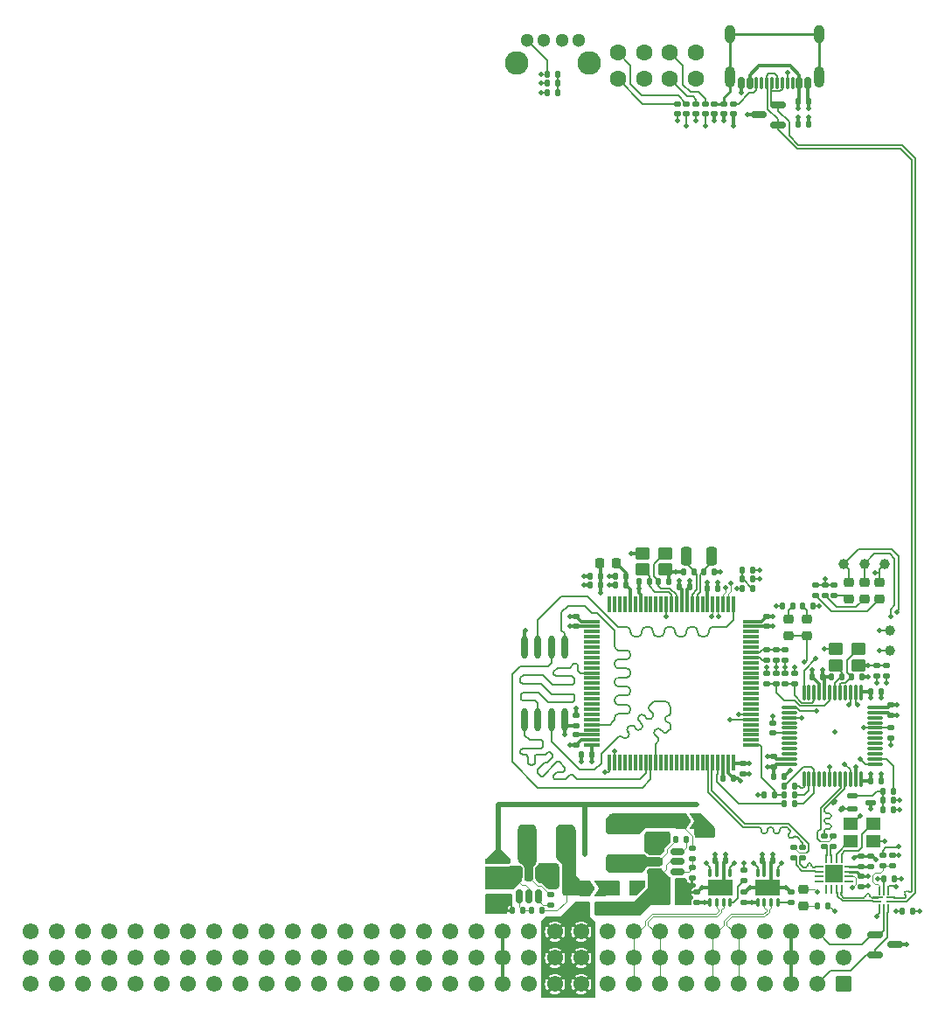
<source format=gbr>
%TF.GenerationSoftware,KiCad,Pcbnew,8.0.8-8.0.8-0~ubuntu24.04.1*%
%TF.CreationDate,2025-02-18T22:24:07+00:00*%
%TF.ProjectId,base-module,62617365-2d6d-46f6-9475-6c652e6b6963,1.0.0*%
%TF.SameCoordinates,Original*%
%TF.FileFunction,Copper,L1,Top*%
%TF.FilePolarity,Positive*%
%FSLAX46Y46*%
G04 Gerber Fmt 4.6, Leading zero omitted, Abs format (unit mm)*
G04 Created by KiCad (PCBNEW 8.0.8-8.0.8-0~ubuntu24.04.1) date 2025-02-18 22:24:07*
%MOMM*%
%LPD*%
G01*
G04 APERTURE LIST*
G04 Aperture macros list*
%AMRoundRect*
0 Rectangle with rounded corners*
0 $1 Rounding radius*
0 $2 $3 $4 $5 $6 $7 $8 $9 X,Y pos of 4 corners*
0 Add a 4 corners polygon primitive as box body*
4,1,4,$2,$3,$4,$5,$6,$7,$8,$9,$2,$3,0*
0 Add four circle primitives for the rounded corners*
1,1,$1+$1,$2,$3*
1,1,$1+$1,$4,$5*
1,1,$1+$1,$6,$7*
1,1,$1+$1,$8,$9*
0 Add four rect primitives between the rounded corners*
20,1,$1+$1,$2,$3,$4,$5,0*
20,1,$1+$1,$4,$5,$6,$7,0*
20,1,$1+$1,$6,$7,$8,$9,0*
20,1,$1+$1,$8,$9,$2,$3,0*%
%AMFreePoly0*
4,1,6,1.000000,0.000000,0.500000,-0.750000,-0.500000,-0.750000,-0.500000,0.750000,0.500000,0.750000,1.000000,0.000000,1.000000,0.000000,$1*%
%AMFreePoly1*
4,1,6,0.500000,-0.750000,-0.650000,-0.750000,-0.150000,0.000000,-0.650000,0.750000,0.500000,0.750000,0.500000,-0.750000,0.500000,-0.750000,$1*%
G04 Aperture macros list end*
%TA.AperFunction,SMDPad,CuDef*%
%ADD10RoundRect,0.250001X0.999999X-0.499999X0.999999X0.499999X-0.999999X0.499999X-0.999999X-0.499999X0*%
%TD*%
%TA.AperFunction,SMDPad,CuDef*%
%ADD11FreePoly0,0.000000*%
%TD*%
%TA.AperFunction,SMDPad,CuDef*%
%ADD12FreePoly1,0.000000*%
%TD*%
%TA.AperFunction,SMDPad,CuDef*%
%ADD13C,1.000000*%
%TD*%
%TA.AperFunction,ComponentPad*%
%ADD14C,1.600000*%
%TD*%
%TA.AperFunction,SMDPad,CuDef*%
%ADD15RoundRect,0.140000X-0.170000X0.140000X-0.170000X-0.140000X0.170000X-0.140000X0.170000X0.140000X0*%
%TD*%
%TA.AperFunction,SMDPad,CuDef*%
%ADD16RoundRect,0.140000X0.140000X0.170000X-0.140000X0.170000X-0.140000X-0.170000X0.140000X-0.170000X0*%
%TD*%
%TA.AperFunction,SMDPad,CuDef*%
%ADD17RoundRect,0.150000X0.587500X0.150000X-0.587500X0.150000X-0.587500X-0.150000X0.587500X-0.150000X0*%
%TD*%
%TA.AperFunction,SMDPad,CuDef*%
%ADD18RoundRect,0.140000X0.170000X-0.140000X0.170000X0.140000X-0.170000X0.140000X-0.170000X-0.140000X0*%
%TD*%
%TA.AperFunction,SMDPad,CuDef*%
%ADD19RoundRect,0.140000X-0.140000X-0.170000X0.140000X-0.170000X0.140000X0.170000X-0.140000X0.170000X0*%
%TD*%
%TA.AperFunction,SMDPad,CuDef*%
%ADD20RoundRect,0.220000X0.255000X-0.220000X0.255000X0.220000X-0.255000X0.220000X-0.255000X-0.220000X0*%
%TD*%
%TA.AperFunction,SMDPad,CuDef*%
%ADD21RoundRect,0.220000X0.220000X0.255000X-0.220000X0.255000X-0.220000X-0.255000X0.220000X-0.255000X0*%
%TD*%
%TA.AperFunction,SMDPad,CuDef*%
%ADD22RoundRect,0.050000X-0.437500X-0.050000X0.437500X-0.050000X0.437500X0.050000X-0.437500X0.050000X0*%
%TD*%
%TA.AperFunction,SMDPad,CuDef*%
%ADD23RoundRect,0.050000X-0.337500X-0.050000X0.337500X-0.050000X0.337500X0.050000X-0.337500X0.050000X0*%
%TD*%
%TA.AperFunction,SMDPad,CuDef*%
%ADD24RoundRect,0.050000X-0.050000X-0.337500X0.050000X-0.337500X0.050000X0.337500X-0.050000X0.337500X0*%
%TD*%
%TA.AperFunction,SMDPad,CuDef*%
%ADD25RoundRect,0.225000X-0.250000X0.225000X-0.250000X-0.225000X0.250000X-0.225000X0.250000X0.225000X0*%
%TD*%
%TA.AperFunction,SMDPad,CuDef*%
%ADD26RoundRect,0.150000X-0.512500X-0.150000X0.512500X-0.150000X0.512500X0.150000X-0.512500X0.150000X0*%
%TD*%
%TA.AperFunction,SMDPad,CuDef*%
%ADD27RoundRect,0.150000X-0.587500X-0.150000X0.587500X-0.150000X0.587500X0.150000X-0.587500X0.150000X0*%
%TD*%
%TA.AperFunction,SMDPad,CuDef*%
%ADD28RoundRect,0.220000X-0.255000X0.220000X-0.255000X-0.220000X0.255000X-0.220000X0.255000X0.220000X0*%
%TD*%
%TA.AperFunction,SMDPad,CuDef*%
%ADD29RoundRect,0.225000X0.225000X0.250000X-0.225000X0.250000X-0.225000X-0.250000X0.225000X-0.250000X0*%
%TD*%
%TA.AperFunction,SMDPad,CuDef*%
%ADD30RoundRect,0.250000X0.450000X0.350000X-0.450000X0.350000X-0.450000X-0.350000X0.450000X-0.350000X0*%
%TD*%
%TA.AperFunction,SMDPad,CuDef*%
%ADD31RoundRect,0.075000X-0.075000X0.662500X-0.075000X-0.662500X0.075000X-0.662500X0.075000X0.662500X0*%
%TD*%
%TA.AperFunction,SMDPad,CuDef*%
%ADD32RoundRect,0.075000X-0.662500X0.075000X-0.662500X-0.075000X0.662500X-0.075000X0.662500X0.075000X0*%
%TD*%
%TA.AperFunction,SMDPad,CuDef*%
%ADD33RoundRect,0.075000X-0.075000X0.725000X-0.075000X-0.725000X0.075000X-0.725000X0.075000X0.725000X0*%
%TD*%
%TA.AperFunction,SMDPad,CuDef*%
%ADD34RoundRect,0.075000X-0.725000X0.075000X-0.725000X-0.075000X0.725000X-0.075000X0.725000X0.075000X0*%
%TD*%
%TA.AperFunction,SMDPad,CuDef*%
%ADD35RoundRect,0.150000X0.150000X0.425000X-0.150000X0.425000X-0.150000X-0.425000X0.150000X-0.425000X0*%
%TD*%
%TA.AperFunction,SMDPad,CuDef*%
%ADD36RoundRect,0.075000X0.075000X0.500000X-0.075000X0.500000X-0.075000X-0.500000X0.075000X-0.500000X0*%
%TD*%
%TA.AperFunction,HeatsinkPad*%
%ADD37O,1.000000X2.100000*%
%TD*%
%TA.AperFunction,HeatsinkPad*%
%ADD38O,1.000000X1.800000*%
%TD*%
%TA.AperFunction,SMDPad,CuDef*%
%ADD39RoundRect,0.225000X-0.225000X-0.250000X0.225000X-0.250000X0.225000X0.250000X-0.225000X0.250000X0*%
%TD*%
%TA.AperFunction,ComponentPad*%
%ADD40RoundRect,0.249999X0.525001X0.525001X-0.525001X0.525001X-0.525001X-0.525001X0.525001X-0.525001X0*%
%TD*%
%TA.AperFunction,ComponentPad*%
%ADD41C,1.550000*%
%TD*%
%TA.AperFunction,SMDPad,CuDef*%
%ADD42RoundRect,0.220000X-0.220000X-0.255000X0.220000X-0.255000X0.220000X0.255000X-0.220000X0.255000X0*%
%TD*%
%TA.AperFunction,ComponentPad*%
%ADD43C,1.300000*%
%TD*%
%TA.AperFunction,ComponentPad*%
%ADD44C,2.286000*%
%TD*%
%TA.AperFunction,SMDPad,CuDef*%
%ADD45RoundRect,0.075000X-0.075000X0.350000X-0.075000X-0.350000X0.075000X-0.350000X0.075000X0.350000X0*%
%TD*%
%TA.AperFunction,HeatsinkPad*%
%ADD46R,2.400000X1.600000*%
%TD*%
%TA.AperFunction,SMDPad,CuDef*%
%ADD47RoundRect,0.250000X0.250000X-0.650000X0.250000X0.650000X-0.250000X0.650000X-0.250000X-0.650000X0*%
%TD*%
%TA.AperFunction,SMDPad,CuDef*%
%ADD48RoundRect,0.140000X0.219203X0.021213X0.021213X0.219203X-0.219203X-0.021213X-0.021213X-0.219203X0*%
%TD*%
%TA.AperFunction,SMDPad,CuDef*%
%ADD49R,1.400000X1.200000*%
%TD*%
%TA.AperFunction,SMDPad,CuDef*%
%ADD50O,0.630000X2.250000*%
%TD*%
%TA.AperFunction,SMDPad,CuDef*%
%ADD51RoundRect,0.250001X-0.499999X-0.999999X0.499999X-0.999999X0.499999X0.999999X-0.499999X0.999999X0*%
%TD*%
%TA.AperFunction,SMDPad,CuDef*%
%ADD52RoundRect,0.062500X-0.062500X0.350000X-0.062500X-0.350000X0.062500X-0.350000X0.062500X0.350000X0*%
%TD*%
%TA.AperFunction,SMDPad,CuDef*%
%ADD53RoundRect,0.062500X-0.350000X0.062500X-0.350000X-0.062500X0.350000X-0.062500X0.350000X0.062500X0*%
%TD*%
%TA.AperFunction,HeatsinkPad*%
%ADD54R,1.700000X1.700000*%
%TD*%
%TA.AperFunction,SMDPad,CuDef*%
%ADD55RoundRect,0.125000X0.345000X0.125000X-0.345000X0.125000X-0.345000X-0.125000X0.345000X-0.125000X0*%
%TD*%
%TA.AperFunction,SMDPad,CuDef*%
%ADD56RoundRect,0.150000X-0.150000X0.512500X-0.150000X-0.512500X0.150000X-0.512500X0.150000X0.512500X0*%
%TD*%
%TA.AperFunction,ViaPad*%
%ADD57C,0.500000*%
%TD*%
%TA.AperFunction,Conductor*%
%ADD58C,0.300000*%
%TD*%
%TA.AperFunction,Conductor*%
%ADD59C,0.150000*%
%TD*%
%TA.AperFunction,Conductor*%
%ADD60C,0.200000*%
%TD*%
%TA.AperFunction,Conductor*%
%ADD61C,0.250000*%
%TD*%
%TA.AperFunction,Conductor*%
%ADD62C,0.500000*%
%TD*%
%TA.AperFunction,Conductor*%
%ADD63C,0.100000*%
%TD*%
%TA.AperFunction,Conductor*%
%ADD64C,0.180000*%
%TD*%
%TA.AperFunction,Conductor*%
%ADD65C,0.120000*%
%TD*%
G04 APERTURE END LIST*
D10*
%TO.P,L301,1,1*%
%TO.N,/Power/SW_3V3*%
X107120720Y-134271542D03*
%TO.P,L301,2,2*%
%TO.N,/Power/+3V3_UNPROTEC*%
X107120720Y-130571542D03*
%TD*%
D11*
%TO.P,JP300,1,A*%
%TO.N,/Power/+5V_UNPROTEC*%
X103725000Y-136675000D03*
D12*
%TO.P,JP300,2,B*%
%TO.N,+5V*%
X105175000Y-136675000D03*
%TD*%
D13*
%TO.P,TP302,1,1*%
%TO.N,+3V3*%
X132750000Y-105325000D03*
%TD*%
D14*
%TO.P,LED300,1*%
%TO.N,Net-(LED300-Pad1)*%
X106863600Y-55785000D03*
%TO.P,LED300,2*%
%TO.N,GND*%
X109403600Y-55785000D03*
%TO.P,LED300,3*%
%TO.N,Net-(LED300-Pad3)*%
X106863600Y-58325000D03*
%TO.P,LED300,4*%
%TO.N,GND*%
X109403600Y-58325000D03*
%TD*%
D15*
%TO.P,R903,1*%
%TO.N,/ST-LINK/ST-LINK.D+*%
X126850000Y-131625000D03*
%TO.P,R903,2*%
%TO.N,/USB-hub/USBOUT1_R.D+*%
X126850000Y-132625000D03*
%TD*%
D16*
%TO.P,R308,1*%
%TO.N,Net-(U302-PGANG)*%
X127200000Y-138375000D03*
%TO.P,R308,2*%
%TO.N,Net-(D301-Pad1)*%
X126200000Y-138375000D03*
%TD*%
D17*
%TO.P,U802,1,1*%
%TO.N,/USB/USB2S.D+*%
X122387500Y-62765001D03*
%TO.P,U802,2,2*%
%TO.N,/USB/USB2S.D-*%
X122387500Y-60865001D03*
%TO.P,U802,3,3*%
%TO.N,GND*%
X120512500Y-61815001D03*
%TD*%
D18*
%TO.P,C501,1*%
%TO.N,+3V3*%
X119100000Y-138075000D03*
%TO.P,C501,2*%
%TO.N,GND*%
X119100000Y-137075000D03*
%TD*%
D19*
%TO.P,R716,1*%
%TO.N,/MCU/SWD.SWDIO*%
X123000000Y-128525000D03*
%TO.P,R716,2*%
%TO.N,Net-(U700-PB14)*%
X124000000Y-128525000D03*
%TD*%
D15*
%TO.P,R306,1*%
%TO.N,/Power/+3V3_UNPROTEC*%
X114070720Y-132821542D03*
%TO.P,R306,2*%
%TO.N,/Power/FB_3V3*%
X114070720Y-133821542D03*
%TD*%
D20*
%TO.P,D301,1*%
%TO.N,Net-(D301-Pad1)*%
X124850000Y-138365000D03*
%TO.P,D301,2*%
%TO.N,+5V*%
X124850000Y-136785000D03*
%TD*%
D21*
%TO.P,FB400,1*%
%TO.N,/MCU/+VDDA*%
X106740000Y-105225000D03*
%TO.P,FB400,2*%
%TO.N,+3V3*%
X105160000Y-105225000D03*
%TD*%
D18*
%TO.P,C601,1*%
%TO.N,+3V3*%
X114550000Y-138075000D03*
%TO.P,C601,2*%
%TO.N,GND*%
X114550000Y-137075000D03*
%TD*%
D16*
%TO.P,R301,1*%
%TO.N,/Power/FB_5V0*%
X97650000Y-138871508D03*
%TO.P,R301,2*%
%TO.N,GND*%
X96650000Y-138871508D03*
%TD*%
%TO.P,C408,1*%
%TO.N,+3V3*%
X105200000Y-106475000D03*
%TO.P,C408,2*%
%TO.N,GND*%
X104200000Y-106475000D03*
%TD*%
D18*
%TO.P,R600,1*%
%TO.N,Net-(U600-STB)*%
X119100000Y-135925000D03*
%TO.P,R600,2*%
%TO.N,GND*%
X119100000Y-134925000D03*
%TD*%
D19*
%TO.P,C400,1*%
%TO.N,+3V3*%
X115575000Y-107650000D03*
%TO.P,C400,2*%
%TO.N,GND*%
X116575000Y-107650000D03*
%TD*%
D16*
%TO.P,C313,1*%
%TO.N,/MCU/OSC32_OUT*%
X114250000Y-106025000D03*
%TO.P,C313,2*%
%TO.N,GND*%
X113250000Y-106025000D03*
%TD*%
D19*
%TO.P,R801,1*%
%TO.N,/USB/CC1*%
X124350000Y-62675000D03*
%TO.P,R801,2*%
%TO.N,GND*%
X125350000Y-62675000D03*
%TD*%
D16*
%TO.P,C600,1*%
%TO.N,GND*%
X117300000Y-134025000D03*
%TO.P,C600,2*%
%TO.N,+5V*%
X116300000Y-134025000D03*
%TD*%
%TO.P,C407,1*%
%TO.N,/MCU/+VDDA*%
X107675000Y-107375000D03*
%TO.P,C407,2*%
%TO.N,GND*%
X106675000Y-107375000D03*
%TD*%
D19*
%TO.P,C314,1*%
%TO.N,/MCU/OSC32_IN*%
X115200000Y-106025000D03*
%TO.P,C314,2*%
%TO.N,GND*%
X116200000Y-106025000D03*
%TD*%
D22*
%TO.P,U801,1,D+*%
%TO.N,/USB-hub/USBIN1.D+*%
X132087500Y-137600000D03*
D23*
%TO.P,U801,2,D-*%
%TO.N,/USB-hub/USBIN1.D-*%
X131987500Y-138000000D03*
D24*
%TO.P,U801,3,GND*%
%TO.N,GND*%
X132250000Y-138662500D03*
%TO.P,U801,4,HSD1-*%
%TO.N,/Backplane/BACKPLANE.D-*%
X132650000Y-138662500D03*
%TO.P,U801,5,HSD1+*%
%TO.N,/Backplane/BACKPLANE.D+*%
X133050000Y-138662500D03*
D23*
%TO.P,U801,6,HSD2-*%
%TO.N,/USB/USB2S.D-*%
X133312500Y-138000000D03*
%TO.P,U801,7,HSD2+*%
%TO.N,/USB/USB2S.D+*%
X133312500Y-137600000D03*
D24*
%TO.P,U801,8,~{OE}*%
%TO.N,Net-(U801-~{OE})*%
X133050000Y-136937500D03*
%TO.P,U801,9,VCC*%
%TO.N,+3V3*%
X132650000Y-136937500D03*
%TO.P,U801,10,SEL*%
%TO.N,Net-(U801-SEL)*%
X132250000Y-136937500D03*
%TD*%
D13*
%TO.P,TP701,1,1*%
%TO.N,/ST-LINK/STLINK_RX*%
X133250000Y-113725000D03*
%TD*%
D25*
%TO.P,C304,1*%
%TO.N,+12V_FUSED*%
X94646542Y-136211059D03*
%TO.P,C304,2*%
%TO.N,GND*%
X94646542Y-137771059D03*
%TD*%
D15*
%TO.P,C305,1*%
%TO.N,GND*%
X96090000Y-134071508D03*
%TO.P,C305,2*%
%TO.N,+12V_FUSED*%
X96090000Y-135071508D03*
%TD*%
D16*
%TO.P,R404,1*%
%TO.N,/MCU/NRST*%
X119950000Y-107645000D03*
%TO.P,R404,2*%
%TO.N,/MCU/SWD.~{RST}*%
X118950000Y-107645000D03*
%TD*%
D26*
%TO.P,U301,1,GND*%
%TO.N,GND*%
X110412500Y-133168050D03*
%TO.P,U301,2,SW*%
%TO.N,/Power/SW_3V3*%
X110412500Y-134118050D03*
%TO.P,U301,3,VIN*%
%TO.N,+12V_FUSED*%
X110412500Y-135068050D03*
%TO.P,U301,4,VFB*%
%TO.N,/Power/FB_3V3*%
X112687500Y-135068050D03*
%TO.P,U301,5,EN*%
%TO.N,+12V_FUSED*%
X112687500Y-134118050D03*
%TO.P,U301,6,VBST*%
%TO.N,/Power/VBST_3V3*%
X112687500Y-133168050D03*
%TD*%
D16*
%TO.P,C500,1*%
%TO.N,GND*%
X121900000Y-134025000D03*
%TO.P,C500,2*%
%TO.N,+5V*%
X120900000Y-134025000D03*
%TD*%
D15*
%TO.P,R902,1*%
%TO.N,/ST-LINK/ST-LINK.D-*%
X127750000Y-131625000D03*
%TO.P,R902,2*%
%TO.N,/USB-hub/USBOUT1_R.D-*%
X127750000Y-132625000D03*
%TD*%
D20*
%TO.P,D400,1*%
%TO.N,Net-(D400-Pad1)*%
X129240000Y-108665000D03*
%TO.P,D400,2*%
%TO.N,+12V_FUSED*%
X129240000Y-107085000D03*
%TD*%
D27*
%TO.P,U200,1,1*%
%TO.N,/Backplane/BACKPLANE.D-*%
X131832500Y-141212501D03*
%TO.P,U200,2,2*%
%TO.N,/Backplane/BACKPLANE.D+*%
X131832500Y-143112501D03*
%TO.P,U200,3,3*%
%TO.N,GND*%
X133707500Y-142162501D03*
%TD*%
D15*
%TO.P,R700,1*%
%TO.N,+3V3*%
X121325000Y-115925000D03*
%TO.P,R700,2*%
%TO.N,/ST-LINK/STLINK-RST*%
X121325000Y-116925000D03*
%TD*%
D19*
%TO.P,R405,1*%
%TO.N,+3V3*%
X100080000Y-59675000D03*
%TO.P,R405,2*%
%TO.N,/MCU/USR_BTN*%
X101080000Y-59675000D03*
%TD*%
D18*
%TO.P,R409,1*%
%TO.N,+3V3*%
X114450000Y-61725000D03*
%TO.P,R409,2*%
%TO.N,Net-(LED301-Pad3)*%
X114450000Y-60725000D03*
%TD*%
%TO.P,R400,1*%
%TO.N,/MCU/USER_LED_1*%
X113550000Y-61725000D03*
%TO.P,R400,2*%
%TO.N,Net-(LED300-Pad1)*%
X113550000Y-60725000D03*
%TD*%
%TO.P,R411,1*%
%TO.N,Net-(D401-Pad1)*%
X126950000Y-108375000D03*
%TO.P,R411,2*%
%TO.N,GND*%
X126950000Y-107375000D03*
%TD*%
D15*
%TO.P,C410,1*%
%TO.N,/MCU/BOOT0*%
X123100000Y-113600000D03*
%TO.P,C410,2*%
%TO.N,GND*%
X123100000Y-114600000D03*
%TD*%
D28*
%TO.P,D701,1*%
%TO.N,Net-(D701-Pad1)*%
X125175000Y-110660000D03*
%TO.P,D701,2*%
%TO.N,/ST-LINK/LED*%
X125175000Y-112240000D03*
%TD*%
D15*
%TO.P,R701,1*%
%TO.N,+3V3*%
X124000000Y-115925000D03*
%TO.P,R701,2*%
%TO.N,Net-(U700-PA0)*%
X124000000Y-116925000D03*
%TD*%
%TO.P,C405,1*%
%TO.N,+3V3*%
X121275000Y-110350000D03*
%TO.P,C405,2*%
%TO.N,GND*%
X121275000Y-111350000D03*
%TD*%
D29*
%TO.P,C301,1*%
%TO.N,/Power/+5V_UNPROTEC*%
X102180000Y-136171508D03*
%TO.P,C301,2*%
%TO.N,GND*%
X100620000Y-136171508D03*
%TD*%
D18*
%TO.P,C300,1*%
%TO.N,/Power/VBST_5V0*%
X100400000Y-138281508D03*
%TO.P,C300,2*%
%TO.N,/Power/SW_5V0*%
X100400000Y-137281508D03*
%TD*%
D20*
%TO.P,D402,1*%
%TO.N,Net-(D402-Pad1)*%
X132240000Y-108665000D03*
%TO.P,D402,2*%
%TO.N,+3V3*%
X132240000Y-107085000D03*
%TD*%
D30*
%TO.P,Y700,1,1*%
%TO.N,/ST-LINK/STLINK-OSC_IN*%
X130150000Y-113525000D03*
%TO.P,Y700,2,2*%
%TO.N,GND*%
X127950000Y-113525000D03*
%TO.P,Y700,3,3*%
%TO.N,/ST-LINK/STLINK-OSC_OUT*%
X127950000Y-115125000D03*
%TO.P,Y700,4,4*%
%TO.N,GND*%
X130150000Y-115125000D03*
%TD*%
D31*
%TO.P,U700,1,VBAT*%
%TO.N,+3V3*%
X130400000Y-117762500D03*
%TO.P,U700,2,PC13*%
%TO.N,Net-(U700-PC13)*%
X129900000Y-117762500D03*
%TO.P,U700,3,PC14*%
%TO.N,Net-(U700-PC14)*%
X129400000Y-117762500D03*
%TO.P,U700,4,PC15*%
%TO.N,unconnected-(U700-PC15-Pad4)*%
X128900000Y-117762500D03*
%TO.P,U700,5,PD0*%
%TO.N,/ST-LINK/STLINK-OSC_IN*%
X128400000Y-117762500D03*
%TO.P,U700,6,PD1*%
%TO.N,/ST-LINK/STLINK-OSC_OUT*%
X127900000Y-117762500D03*
%TO.P,U700,7,NRST*%
%TO.N,/ST-LINK/STLINK-RST*%
X127400000Y-117762500D03*
%TO.P,U700,8,VSSA*%
%TO.N,GND*%
X126900000Y-117762500D03*
%TO.P,U700,9,VDDA*%
%TO.N,+3V3*%
X126400000Y-117762500D03*
%TO.P,U700,10,PA0*%
%TO.N,Net-(U700-PA0)*%
X125900000Y-117762500D03*
%TO.P,U700,11,PA1*%
%TO.N,unconnected-(U700-PA1-Pad11)*%
X125400000Y-117762500D03*
%TO.P,U700,12,PA2*%
%TO.N,/ST-LINK/STLINK_TX*%
X124900000Y-117762500D03*
D32*
%TO.P,U700,13,PA3*%
%TO.N,/ST-LINK/STLINK_RX*%
X123487500Y-119175000D03*
%TO.P,U700,14,PA4*%
%TO.N,unconnected-(U700-PA4-Pad14)*%
X123487500Y-119675000D03*
%TO.P,U700,15,PA5*%
%TO.N,Net-(U700-PA5)*%
X123487500Y-120175000D03*
%TO.P,U700,16,PA6*%
%TO.N,unconnected-(U700-PA6-Pad16)*%
X123487500Y-120675000D03*
%TO.P,U700,17,PA7*%
%TO.N,unconnected-(U700-PA7-Pad17)*%
X123487500Y-121175000D03*
%TO.P,U700,18,PB0*%
%TO.N,Net-(U700-PB0)*%
X123487500Y-121675000D03*
%TO.P,U700,19,PB1*%
%TO.N,unconnected-(U700-PB1-Pad19)*%
X123487500Y-122175000D03*
%TO.P,U700,20,PB2*%
%TO.N,unconnected-(U700-PB2-Pad20)*%
X123487500Y-122675000D03*
%TO.P,U700,21,PB10*%
%TO.N,unconnected-(U700-PB10-Pad21)*%
X123487500Y-123175000D03*
%TO.P,U700,22,PB11*%
%TO.N,unconnected-(U700-PB11-Pad22)*%
X123487500Y-123675000D03*
%TO.P,U700,23,VSS*%
%TO.N,GND*%
X123487500Y-124175000D03*
%TO.P,U700,24,VDD*%
%TO.N,+3V3*%
X123487500Y-124675000D03*
D31*
%TO.P,U700,25,PB12*%
%TO.N,Net-(U700-PB12)*%
X124900000Y-126087500D03*
%TO.P,U700,26,PB13*%
%TO.N,Net-(U700-PB13)*%
X125400000Y-126087500D03*
%TO.P,U700,27,PB14*%
%TO.N,Net-(U700-PB14)*%
X125900000Y-126087500D03*
%TO.P,U700,28,PB15*%
%TO.N,unconnected-(U700-PB15-Pad28)*%
X126400000Y-126087500D03*
%TO.P,U700,29,PA8*%
%TO.N,unconnected-(U700-PA8-Pad29)*%
X126900000Y-126087500D03*
%TO.P,U700,30,PA9*%
%TO.N,/ST-LINK/LED*%
X127400000Y-126087500D03*
%TO.P,U700,31,PA10*%
%TO.N,/ST-LINK/SWO*%
X127900000Y-126087500D03*
%TO.P,U700,32,PA11*%
%TO.N,/ST-LINK/ST-LINK.D-*%
X128400000Y-126087500D03*
%TO.P,U700,33,PA12*%
%TO.N,/ST-LINK/ST-LINK.D+*%
X128900000Y-126087500D03*
%TO.P,U700,34,PA13*%
%TO.N,/ST-LINK/DIO*%
X129400000Y-126087500D03*
%TO.P,U700,35,VSS*%
%TO.N,GND*%
X129900000Y-126087500D03*
%TO.P,U700,36,VDD*%
%TO.N,+3V3*%
X130400000Y-126087500D03*
D32*
%TO.P,U700,37,PA14*%
%TO.N,/ST-LINK/CLK*%
X131812500Y-124675000D03*
%TO.P,U700,38,PA15*%
%TO.N,/ST-LINK/USB_RENUM*%
X131812500Y-124175000D03*
%TO.P,U700,39,PB3*%
%TO.N,unconnected-(U700-PB3-Pad39)*%
X131812500Y-123675000D03*
%TO.P,U700,40,PB4*%
%TO.N,unconnected-(U700-PB4-Pad40)*%
X131812500Y-123175000D03*
%TO.P,U700,41,PB5*%
%TO.N,unconnected-(U700-PB5-Pad41)*%
X131812500Y-122675000D03*
%TO.P,U700,42,PB6*%
%TO.N,unconnected-(U700-PB6-Pad42)*%
X131812500Y-122175000D03*
%TO.P,U700,43,PB7*%
%TO.N,unconnected-(U700-PB7-Pad43)*%
X131812500Y-121675000D03*
%TO.P,U700,44,BOOT0*%
%TO.N,/ST-LINK/STLINK-BOOT0*%
X131812500Y-121175000D03*
%TO.P,U700,45,PB8*%
%TO.N,unconnected-(U700-PB8-Pad45)*%
X131812500Y-120675000D03*
%TO.P,U700,46,PB9*%
%TO.N,unconnected-(U700-PB9-Pad46)*%
X131812500Y-120175000D03*
%TO.P,U700,47,VSS*%
%TO.N,GND*%
X131812500Y-119675000D03*
%TO.P,U700,48,VDD*%
%TO.N,+3V3*%
X131812500Y-119175000D03*
%TD*%
D13*
%TO.P,TP700,1,1*%
%TO.N,/ST-LINK/STLINK_TX*%
X133250000Y-111725000D03*
%TD*%
D19*
%TO.P,R707,1*%
%TO.N,+3V3*%
X122850000Y-109375000D03*
%TO.P,R707,2*%
%TO.N,Net-(D700-Pad2)*%
X123850000Y-109375000D03*
%TD*%
D33*
%TO.P,U400,1,PE2*%
%TO.N,/MCU/QSPI1.IO2*%
X118075000Y-109175000D03*
%TO.P,U400,2,PE3*%
%TO.N,/MCU/USER_LED_1*%
X117575000Y-109175000D03*
%TO.P,U400,3,PE4*%
%TO.N,/MCU/USER_LED_2*%
X117075000Y-109175000D03*
%TO.P,U400,4,PE5*%
%TO.N,/MCU/STATUS_LED*%
X116575000Y-109175000D03*
%TO.P,U400,5,PE6*%
%TO.N,/MCU/USR_BUTTON*%
X116075000Y-109175000D03*
%TO.P,U400,6,VBAT*%
%TO.N,+3V3*%
X115575000Y-109175000D03*
%TO.P,U400,7,PC13*%
%TO.N,unconnected-(U400-PC13-Pad7)*%
X115075000Y-109175000D03*
%TO.P,U400,8,PC14*%
%TO.N,/MCU/OSC32_IN*%
X114575000Y-109175000D03*
%TO.P,U400,9,PC15*%
%TO.N,/MCU/OSC32_OUT*%
X114075000Y-109175000D03*
%TO.P,U400,10,VSS*%
%TO.N,GND*%
X113575000Y-109175000D03*
%TO.P,U400,11,VDD*%
%TO.N,+3V3*%
X113075000Y-109175000D03*
%TO.P,U400,12,PH0*%
%TO.N,/MCU/OSC_IN*%
X112575000Y-109175000D03*
%TO.P,U400,13,PH1*%
%TO.N,/MCU/OSC_OUT*%
X112075000Y-109175000D03*
%TO.P,U400,14,NRST*%
%TO.N,/MCU/SWD.~{RST}*%
X111575000Y-109175000D03*
%TO.P,U400,15,PC0*%
%TO.N,unconnected-(U400-PC0-Pad15)*%
X111075000Y-109175000D03*
%TO.P,U400,16,PC1*%
%TO.N,unconnected-(U400-PC1-Pad16)*%
X110575000Y-109175000D03*
%TO.P,U400,17,PC2_C*%
%TO.N,unconnected-(U400-PC2_C-Pad17)*%
X110075000Y-109175000D03*
%TO.P,U400,18,PC3_C*%
%TO.N,unconnected-(U400-PC3_C-Pad18)*%
X109575000Y-109175000D03*
%TO.P,U400,19,VSSA*%
%TO.N,GND*%
X109075000Y-109175000D03*
%TO.P,U400,20,VREF+*%
%TO.N,unconnected-(U400-VREF+-Pad20)*%
X108575000Y-109175000D03*
%TO.P,U400,21,VDDA*%
%TO.N,/MCU/+VDDA*%
X108075000Y-109175000D03*
%TO.P,U400,22,PA0*%
%TO.N,unconnected-(U400-PA0-Pad22)*%
X107575000Y-109175000D03*
%TO.P,U400,23,PA1*%
%TO.N,unconnected-(U400-PA1-Pad23)*%
X107075000Y-109175000D03*
%TO.P,U400,24,PA2*%
%TO.N,unconnected-(U400-PA2-Pad24)*%
X106575000Y-109175000D03*
%TO.P,U400,25,PA3*%
%TO.N,unconnected-(U400-PA3-Pad25)*%
X106075000Y-109175000D03*
D34*
%TO.P,U400,26,VSS*%
%TO.N,GND*%
X104400000Y-110850000D03*
%TO.P,U400,27,VDD*%
%TO.N,+3V3*%
X104400000Y-111350000D03*
%TO.P,U400,28,PA4*%
%TO.N,unconnected-(U400-PA4-Pad28)*%
X104400000Y-111850000D03*
%TO.P,U400,29,PA5*%
%TO.N,unconnected-(U400-PA5-Pad29)*%
X104400000Y-112350000D03*
%TO.P,U400,30,PA6*%
%TO.N,unconnected-(U400-PA6-Pad30)*%
X104400000Y-112850000D03*
%TO.P,U400,31,PA7*%
%TO.N,unconnected-(U400-PA7-Pad31)*%
X104400000Y-113350000D03*
%TO.P,U400,32,PC4*%
%TO.N,unconnected-(U400-PC4-Pad32)*%
X104400000Y-113850000D03*
%TO.P,U400,33,PC5*%
%TO.N,unconnected-(U400-PC5-Pad33)*%
X104400000Y-114350000D03*
%TO.P,U400,34,PB0*%
%TO.N,unconnected-(U400-PB0-Pad34)*%
X104400000Y-114850000D03*
%TO.P,U400,35,PB1*%
%TO.N,unconnected-(U400-PB1-Pad35)*%
X104400000Y-115350000D03*
%TO.P,U400,36,PB2*%
%TO.N,/MCU/QSPI1.SCLK*%
X104400000Y-115850000D03*
%TO.P,U400,37,PE7*%
%TO.N,unconnected-(U400-PE7-Pad37)*%
X104400000Y-116350000D03*
%TO.P,U400,38,PE8*%
%TO.N,unconnected-(U400-PE8-Pad38)*%
X104400000Y-116850000D03*
%TO.P,U400,39,PE9*%
%TO.N,unconnected-(U400-PE9-Pad39)*%
X104400000Y-117350000D03*
%TO.P,U400,40,PE10*%
%TO.N,unconnected-(U400-PE10-Pad40)*%
X104400000Y-117850000D03*
%TO.P,U400,41,PE11*%
%TO.N,unconnected-(U400-PE11-Pad41)*%
X104400000Y-118350000D03*
%TO.P,U400,42,PE12*%
%TO.N,unconnected-(U400-PE12-Pad42)*%
X104400000Y-118850000D03*
%TO.P,U400,43,PE13*%
%TO.N,unconnected-(U400-PE13-Pad43)*%
X104400000Y-119350000D03*
%TO.P,U400,44,PE14*%
%TO.N,unconnected-(U400-PE14-Pad44)*%
X104400000Y-119850000D03*
%TO.P,U400,45,PE15*%
%TO.N,unconnected-(U400-PE15-Pad45)*%
X104400000Y-120350000D03*
%TO.P,U400,46,PB10*%
%TO.N,/MCU/QSPI1.CS*%
X104400000Y-120850000D03*
%TO.P,U400,47,PB11*%
%TO.N,unconnected-(U400-PB11-Pad47)*%
X104400000Y-121350000D03*
%TO.P,U400,48,VCAP*%
%TO.N,/MCU/VCAP_1*%
X104400000Y-121850000D03*
%TO.P,U400,49,VSS*%
%TO.N,GND*%
X104400000Y-122350000D03*
%TO.P,U400,50,VDD*%
%TO.N,+3V3*%
X104400000Y-122850000D03*
D33*
%TO.P,U400,51,PB12*%
%TO.N,/CAN transceiver 2/CAN.RX*%
X106075000Y-124525000D03*
%TO.P,U400,52,PB13*%
%TO.N,/CAN transceiver 2/CAN.TX*%
X106575000Y-124525000D03*
%TO.P,U400,53,PB14*%
%TO.N,unconnected-(U400-PB14-Pad53)*%
X107075000Y-124525000D03*
%TO.P,U400,54,PB15*%
%TO.N,unconnected-(U400-PB15-Pad54)*%
X107575000Y-124525000D03*
%TO.P,U400,55,PD8*%
%TO.N,unconnected-(U400-PD8-Pad55)*%
X108075000Y-124525000D03*
%TO.P,U400,56,PD9*%
%TO.N,unconnected-(U400-PD9-Pad56)*%
X108575000Y-124525000D03*
%TO.P,U400,57,PD10*%
%TO.N,unconnected-(U400-PD10-Pad57)*%
X109075000Y-124525000D03*
%TO.P,U400,58,PD11*%
%TO.N,/MCU/QSPI1.IO0*%
X109575000Y-124525000D03*
%TO.P,U400,59,PD12*%
%TO.N,/MCU/QSPI1.IO1*%
X110075000Y-124525000D03*
%TO.P,U400,60,PD13*%
%TO.N,/MCU/QSPI1.IO3*%
X110575000Y-124525000D03*
%TO.P,U400,61,PD14*%
%TO.N,unconnected-(U400-PD14-Pad61)*%
X111075000Y-124525000D03*
%TO.P,U400,62,PD15*%
%TO.N,unconnected-(U400-PD15-Pad62)*%
X111575000Y-124525000D03*
%TO.P,U400,63,PC6*%
%TO.N,unconnected-(U400-PC6-Pad63)*%
X112075000Y-124525000D03*
%TO.P,U400,64,PC7*%
%TO.N,unconnected-(U400-PC7-Pad64)*%
X112575000Y-124525000D03*
%TO.P,U400,65,PC8*%
%TO.N,unconnected-(U400-PC8-Pad65)*%
X113075000Y-124525000D03*
%TO.P,U400,66,PC9*%
%TO.N,unconnected-(U400-PC9-Pad66)*%
X113575000Y-124525000D03*
%TO.P,U400,67,PA8*%
%TO.N,unconnected-(U400-PA8-Pad67)*%
X114075000Y-124525000D03*
%TO.P,U400,68,PA9*%
%TO.N,unconnected-(U400-PA9-Pad68)*%
X114575000Y-124525000D03*
%TO.P,U400,69,PA10*%
%TO.N,unconnected-(U400-PA10-Pad69)*%
X115075000Y-124525000D03*
%TO.P,U400,70,PA11*%
%TO.N,/MCU/USB_MCU.D-*%
X115575000Y-124525000D03*
%TO.P,U400,71,PA12*%
%TO.N,/MCU/USB_MCU.D+*%
X116075000Y-124525000D03*
%TO.P,U400,72,PA13*%
%TO.N,/MCU/SWD.SWDIO*%
X116575000Y-124525000D03*
%TO.P,U400,73,VCAP*%
%TO.N,/MCU/VCAP_2*%
X117075000Y-124525000D03*
%TO.P,U400,74,VSS*%
%TO.N,GND*%
X117575000Y-124525000D03*
%TO.P,U400,75,VDD*%
%TO.N,+3V3*%
X118075000Y-124525000D03*
D34*
%TO.P,U400,76,PA14*%
%TO.N,/MCU/SWD.SWCLK*%
X119750000Y-122850000D03*
%TO.P,U400,77,PA15*%
%TO.N,unconnected-(U400-PA15-Pad77)*%
X119750000Y-122350000D03*
%TO.P,U400,78,PC10*%
%TO.N,unconnected-(U400-PC10-Pad78)*%
X119750000Y-121850000D03*
%TO.P,U400,79,PC11*%
%TO.N,unconnected-(U400-PC11-Pad79)*%
X119750000Y-121350000D03*
%TO.P,U400,80,PC12*%
%TO.N,unconnected-(U400-PC12-Pad80)*%
X119750000Y-120850000D03*
%TO.P,U400,81,PD0*%
%TO.N,/CAN transceiver 1/CAN.RX*%
X119750000Y-120350000D03*
%TO.P,U400,82,PD1*%
%TO.N,/CAN transceiver 1/CAN.TX*%
X119750000Y-119850000D03*
%TO.P,U400,83,PD2*%
%TO.N,unconnected-(U400-PD2-Pad83)*%
X119750000Y-119350000D03*
%TO.P,U400,84,PD3*%
%TO.N,unconnected-(U400-PD3-Pad84)*%
X119750000Y-118850000D03*
%TO.P,U400,85,PD4*%
%TO.N,unconnected-(U400-PD4-Pad85)*%
X119750000Y-118350000D03*
%TO.P,U400,86,PD5*%
%TO.N,unconnected-(U400-PD5-Pad86)*%
X119750000Y-117850000D03*
%TO.P,U400,87,PD6*%
%TO.N,unconnected-(U400-PD6-Pad87)*%
X119750000Y-117350000D03*
%TO.P,U400,88,PD7*%
%TO.N,unconnected-(U400-PD7-Pad88)*%
X119750000Y-116850000D03*
%TO.P,U400,89,PB3*%
%TO.N,unconnected-(U400-PB3-Pad89)*%
X119750000Y-116350000D03*
%TO.P,U400,90,PB4*%
%TO.N,unconnected-(U400-PB4-Pad90)*%
X119750000Y-115850000D03*
%TO.P,U400,91,PB5*%
%TO.N,unconnected-(U400-PB5-Pad91)*%
X119750000Y-115350000D03*
%TO.P,U400,92,PB6*%
%TO.N,unconnected-(U400-PB6-Pad92)*%
X119750000Y-114850000D03*
%TO.P,U400,93,PB7*%
%TO.N,/MCU/BOOT_EN*%
X119750000Y-114350000D03*
%TO.P,U400,94,BOOT0*%
%TO.N,/MCU/BOOT0*%
X119750000Y-113850000D03*
%TO.P,U400,95,PB8*%
%TO.N,/MCU/I2C1.SCL*%
X119750000Y-113350000D03*
%TO.P,U400,96,PB9*%
%TO.N,/MCU/I2C1.SDA*%
X119750000Y-112850000D03*
%TO.P,U400,97,PE0*%
%TO.N,unconnected-(U400-PE0-Pad97)*%
X119750000Y-112350000D03*
%TO.P,U400,98,PE1*%
%TO.N,unconnected-(U400-PE1-Pad98)*%
X119750000Y-111850000D03*
%TO.P,U400,99,VSS*%
%TO.N,GND*%
X119750000Y-111350000D03*
%TO.P,U400,100,VDD*%
%TO.N,+3V3*%
X119750000Y-110850000D03*
%TD*%
D16*
%TO.P,C409,1*%
%TO.N,+3V3*%
X105200000Y-107375000D03*
%TO.P,C409,2*%
%TO.N,GND*%
X104200000Y-107375000D03*
%TD*%
%TO.P,C708,1*%
%TO.N,/ST-LINK/STLINK-OSC_OUT*%
X128600000Y-116235000D03*
%TO.P,C708,2*%
%TO.N,GND*%
X127600000Y-116235000D03*
%TD*%
D15*
%TO.P,R705,1*%
%TO.N,GND*%
X132900000Y-115125000D03*
%TO.P,R705,2*%
%TO.N,Net-(U700-PC13)*%
X132900000Y-116125000D03*
%TD*%
%TO.P,R307,1*%
%TO.N,/Power/FB_3V3*%
X114070720Y-134721542D03*
%TO.P,R307,2*%
%TO.N,GND*%
X114070720Y-135721542D03*
%TD*%
D19*
%TO.P,R711,1*%
%TO.N,Net-(Q700-B)*%
X132550000Y-128175000D03*
%TO.P,R711,2*%
%TO.N,GND*%
X133550000Y-128175000D03*
%TD*%
%TO.P,R710,1*%
%TO.N,Net-(Q700-B)*%
X132550000Y-127275000D03*
%TO.P,R710,2*%
%TO.N,/ST-LINK/USB_RENUM*%
X133550000Y-127275000D03*
%TD*%
%TO.P,R715,1*%
%TO.N,/MCU/SWD.SWCLK*%
X123000000Y-127650000D03*
%TO.P,R715,2*%
%TO.N,Net-(U700-PB13)*%
X124000000Y-127650000D03*
%TD*%
D15*
%TO.P,C801,1*%
%TO.N,Net-(J800-SHIELD)*%
X116250000Y-60725000D03*
%TO.P,C801,2*%
%TO.N,GND*%
X116250000Y-61725000D03*
%TD*%
D13*
%TO.P,TP300,1,1*%
%TO.N,+12V_FUSED*%
X128750000Y-105325000D03*
%TD*%
D18*
%TO.P,C402,1*%
%TO.N,+3V3*%
X102875000Y-111350000D03*
%TO.P,C402,2*%
%TO.N,GND*%
X102875000Y-110350000D03*
%TD*%
D11*
%TO.P,JP301,1,A*%
%TO.N,/Power/+3V3_UNPROTEC*%
X112970720Y-130225000D03*
D12*
%TO.P,JP301,2,B*%
%TO.N,+3V3*%
X114420720Y-130225000D03*
%TD*%
D35*
%TO.P,J800,A1,GND*%
%TO.N,GND*%
X125250000Y-58715000D03*
%TO.P,J800,A4,VBUS*%
%TO.N,/USB/VBUS_IN*%
X124450000Y-58715000D03*
D36*
%TO.P,J800,A5,CC1*%
%TO.N,/USB/CC1*%
X123300000Y-58715000D03*
%TO.P,J800,A6,D+*%
%TO.N,/USB/USB2S.D+*%
X122300000Y-58715000D03*
%TO.P,J800,A7,D-*%
%TO.N,/USB/USB2S.D-*%
X121800000Y-58715000D03*
%TO.P,J800,A8,SBU1*%
%TO.N,unconnected-(J800-SBU1-PadA8)*%
X120800000Y-58715000D03*
D35*
%TO.P,J800,A9,VBUS*%
%TO.N,/USB/VBUS_IN*%
X119650000Y-58715000D03*
%TO.P,J800,A12,GND*%
%TO.N,GND*%
X118850000Y-58715000D03*
%TO.P,J800,B1,GND*%
X118850000Y-58715000D03*
%TO.P,J800,B4,VBUS*%
%TO.N,/USB/VBUS_IN*%
X119650000Y-58715000D03*
D36*
%TO.P,J800,B5,CC2*%
%TO.N,/USB/CC2*%
X120300000Y-58715000D03*
%TO.P,J800,B6,D+*%
%TO.N,/USB/USB2S.D+*%
X121300000Y-58715000D03*
%TO.P,J800,B7,D-*%
%TO.N,/USB/USB2S.D-*%
X122800000Y-58715000D03*
%TO.P,J800,B8,SBU2*%
%TO.N,unconnected-(J800-SBU2-PadB8)*%
X123800000Y-58715000D03*
D35*
%TO.P,J800,B9,VBUS*%
%TO.N,/USB/VBUS_IN*%
X124450000Y-58715000D03*
%TO.P,J800,B12,GND*%
%TO.N,GND*%
X125250000Y-58715000D03*
D37*
%TO.P,J800,S1,SHIELD*%
%TO.N,Net-(J800-SHIELD)*%
X126370000Y-58140000D03*
D38*
X126370000Y-53960000D03*
D37*
X117730000Y-58140000D03*
D38*
X117730000Y-53960000D03*
%TD*%
D19*
%TO.P,C311,1*%
%TO.N,GND*%
X109270720Y-136281542D03*
%TO.P,C311,2*%
%TO.N,+12V_FUSED*%
X110270720Y-136281542D03*
%TD*%
D13*
%TO.P,TP301,1,1*%
%TO.N,+5V*%
X130750000Y-105325000D03*
%TD*%
D19*
%TO.P,C707,1*%
%TO.N,/ST-LINK/STLINK-OSC_IN*%
X129500000Y-116225000D03*
%TO.P,C707,2*%
%TO.N,GND*%
X130500000Y-116225000D03*
%TD*%
D15*
%TO.P,R901,1*%
%TO.N,/MCU/USB_MCU.D+*%
X123900000Y-132725000D03*
%TO.P,R901,2*%
%TO.N,/USB-hub/USB_MCU_R.D+*%
X123900000Y-133725000D03*
%TD*%
D16*
%TO.P,R709,1*%
%TO.N,+5V*%
X133550000Y-129075000D03*
%TO.P,R709,2*%
%TO.N,Net-(Q700-B)*%
X132550000Y-129075000D03*
%TD*%
D15*
%TO.P,R805,1*%
%TO.N,Net-(J800-SHIELD)*%
X117150000Y-60725000D03*
%TO.P,R805,2*%
%TO.N,GND*%
X117150000Y-61725000D03*
%TD*%
%TO.P,R800,1*%
%TO.N,/USB/CC2*%
X118050000Y-60725000D03*
%TO.P,R800,2*%
%TO.N,GND*%
X118050000Y-61725000D03*
%TD*%
D39*
%TO.P,C310,1*%
%TO.N,+12V_FUSED*%
X111420720Y-136481542D03*
%TO.P,C310,2*%
%TO.N,GND*%
X112980720Y-136481542D03*
%TD*%
D15*
%TO.P,R402,1*%
%TO.N,/MCU/BOOT0*%
X122200000Y-113600000D03*
%TO.P,R402,2*%
%TO.N,GND*%
X122200000Y-114600000D03*
%TD*%
D18*
%TO.P,R702,1*%
%TO.N,GND*%
X133300000Y-122175000D03*
%TO.P,R702,2*%
%TO.N,/ST-LINK/STLINK-BOOT0*%
X133300000Y-121175000D03*
%TD*%
D39*
%TO.P,C309,1*%
%TO.N,+12V_FUSED*%
X111410271Y-137725000D03*
%TO.P,C309,2*%
%TO.N,GND*%
X112970271Y-137725000D03*
%TD*%
D18*
%TO.P,C900,1*%
%TO.N,Net-(U302-3V3)*%
X130450000Y-134575000D03*
%TO.P,C900,2*%
%TO.N,GND*%
X130450000Y-133575000D03*
%TD*%
D15*
%TO.P,C404,1*%
%TO.N,+3V3*%
X118975000Y-124600000D03*
%TO.P,C404,2*%
%TO.N,GND*%
X118975000Y-125600000D03*
%TD*%
%TO.P,R802,1*%
%TO.N,/USB/VBUS_IN*%
X132550000Y-133525000D03*
%TO.P,R802,2*%
%TO.N,Net-(U801-SEL)*%
X132550000Y-134525000D03*
%TD*%
D19*
%TO.P,C701,1*%
%TO.N,+3V3*%
X131350000Y-117625000D03*
%TO.P,C701,2*%
%TO.N,GND*%
X132350000Y-117625000D03*
%TD*%
D16*
%TO.P,R300,1*%
%TO.N,/Power/+5V_UNPROTEC*%
X99550000Y-138871508D03*
%TO.P,R300,2*%
%TO.N,/Power/FB_5V0*%
X98550000Y-138871508D03*
%TD*%
D40*
%TO.P,J200,a1,a1*%
%TO.N,GND*%
X128740000Y-145975000D03*
D41*
%TO.P,J200,a2,a2*%
%TO.N,/Backplane/BACKPLANE.D+*%
X126200000Y-145975000D03*
%TO.P,J200,a3,a3*%
%TO.N,+5V_STDBY*%
X123660000Y-145975000D03*
%TO.P,J200,a4,a4*%
%TO.N,GND*%
X121120000Y-145975000D03*
%TO.P,J200,a5,a5*%
%TO.N,/Backplane/CAN1.+*%
X118580000Y-145975000D03*
%TO.P,J200,a6,a6*%
%TO.N,/Backplane/CAN1.-*%
X116040000Y-145975000D03*
%TO.P,J200,a7,a7*%
%TO.N,GND*%
X113500000Y-145975000D03*
%TO.P,J200,a8,a8*%
%TO.N,/Backplane/CAN2.+*%
X110960000Y-145975000D03*
%TO.P,J200,a9,a9*%
%TO.N,/Backplane/CAN2.-*%
X108420000Y-145975000D03*
%TO.P,J200,a10,a10*%
%TO.N,GND*%
X105880000Y-145975000D03*
%TO.P,J200,a11,a11*%
%TO.N,+12V*%
X103340000Y-145975000D03*
%TO.P,J200,a12,a12*%
X100800000Y-145975000D03*
%TO.P,J200,a13,a13*%
%TO.N,GND*%
X98260000Y-145975000D03*
%TO.P,J200,a14,a14*%
%TO.N,+24V*%
X95720000Y-145975000D03*
%TO.P,J200,a15,a15*%
%TO.N,GND*%
X93180000Y-145975000D03*
%TO.P,J200,a16,a16*%
%TO.N,/Backplane/GPIOL0*%
X90640000Y-145975000D03*
%TO.P,J200,a17,a17*%
%TO.N,/Backplane/GPIOL1*%
X88100000Y-145975000D03*
%TO.P,J200,a18,a18*%
%TO.N,/Backplane/GPIOL2*%
X85560000Y-145975000D03*
%TO.P,J200,a19,a19*%
%TO.N,/Backplane/GPIOL3*%
X83020000Y-145975000D03*
%TO.P,J200,a20,a20*%
%TO.N,/Backplane/GPIOL4*%
X80480000Y-145975000D03*
%TO.P,J200,a21,a21*%
%TO.N,/Backplane/GPIOL5*%
X77940000Y-145975000D03*
%TO.P,J200,a22,a22*%
%TO.N,/Backplane/GPIOL6*%
X75400000Y-145975000D03*
%TO.P,J200,a23,a23*%
%TO.N,/Backplane/GPIOL7*%
X72860000Y-145975000D03*
%TO.P,J200,a24,a24*%
%TO.N,/Backplane/GPIOL8*%
X70320000Y-145975000D03*
%TO.P,J200,a25,a25*%
%TO.N,/Backplane/GPIOL9*%
X67780000Y-145975000D03*
%TO.P,J200,a26,a26*%
%TO.N,/Backplane/GPIOL10*%
X65240000Y-145975000D03*
%TO.P,J200,a27,a27*%
%TO.N,/Backplane/GPIOL11*%
X62700000Y-145975000D03*
%TO.P,J200,a28,a28*%
%TO.N,/Backplane/GPIOL12*%
X60160000Y-145975000D03*
%TO.P,J200,a29,a29*%
%TO.N,/Backplane/GPIOL13*%
X57620000Y-145975000D03*
%TO.P,J200,a30,a30*%
%TO.N,/Backplane/GPIOL14*%
X55080000Y-145975000D03*
%TO.P,J200,a31,a31*%
%TO.N,/Backplane/GPIOL15*%
X52540000Y-145975000D03*
%TO.P,J200,a32,a32*%
%TO.N,GND*%
X50000000Y-145975000D03*
%TO.P,J200,b1,b1*%
X128740000Y-143435000D03*
%TO.P,J200,b2,b2*%
X126200000Y-143435000D03*
%TO.P,J200,b3,b3*%
%TO.N,+5V_STDBY*%
X123660000Y-143435000D03*
%TO.P,J200,b4,b4*%
%TO.N,GND*%
X121120000Y-143435000D03*
%TO.P,J200,b5,b5*%
%TO.N,/Backplane/CAN1.+*%
X118580000Y-143435000D03*
%TO.P,J200,b6,b6*%
%TO.N,/Backplane/CAN1.-*%
X116040000Y-143435000D03*
%TO.P,J200,b7,b7*%
%TO.N,GND*%
X113500000Y-143435000D03*
%TO.P,J200,b8,b8*%
%TO.N,/Backplane/CAN2.+*%
X110960000Y-143435000D03*
%TO.P,J200,b9,b9*%
%TO.N,/Backplane/CAN2.-*%
X108420000Y-143435000D03*
%TO.P,J200,b10,b10*%
%TO.N,GND*%
X105880000Y-143435000D03*
%TO.P,J200,b11,b11*%
%TO.N,+12V*%
X103340000Y-143435000D03*
%TO.P,J200,b12,b12*%
X100800000Y-143435000D03*
%TO.P,J200,b13,b13*%
%TO.N,GND*%
X98260000Y-143435000D03*
%TO.P,J200,b14,b14*%
%TO.N,+24V*%
X95720000Y-143435000D03*
%TO.P,J200,b15,b15*%
%TO.N,GND*%
X93180000Y-143435000D03*
%TO.P,J200,b16,b16*%
%TO.N,/Backplane/GPIOC0*%
X90640000Y-143435000D03*
%TO.P,J200,b17,b17*%
%TO.N,/Backplane/GPIOC1*%
X88100000Y-143435000D03*
%TO.P,J200,b18,b18*%
%TO.N,/Backplane/GPIOC2*%
X85560000Y-143435000D03*
%TO.P,J200,b19,b19*%
%TO.N,/Backplane/GPIOC3*%
X83020000Y-143435000D03*
%TO.P,J200,b20,b20*%
%TO.N,/Backplane/GPIOC4*%
X80480000Y-143435000D03*
%TO.P,J200,b21,b21*%
%TO.N,/Backplane/GPIOC5*%
X77940000Y-143435000D03*
%TO.P,J200,b22,b22*%
%TO.N,/Backplane/GPIOC6*%
X75400000Y-143435000D03*
%TO.P,J200,b23,b23*%
%TO.N,/Backplane/GPIOC7*%
X72860000Y-143435000D03*
%TO.P,J200,b24,b24*%
%TO.N,/Backplane/GPIOC8*%
X70320000Y-143435000D03*
%TO.P,J200,b25,b25*%
%TO.N,/Backplane/GPIOC9*%
X67780000Y-143435000D03*
%TO.P,J200,b26,b26*%
%TO.N,/Backplane/GPIOC10*%
X65240000Y-143435000D03*
%TO.P,J200,b27,b27*%
%TO.N,/Backplane/GPIOC11*%
X62700000Y-143435000D03*
%TO.P,J200,b28,b28*%
%TO.N,/Backplane/GPIOC12*%
X60160000Y-143435000D03*
%TO.P,J200,b29,b29*%
%TO.N,/Backplane/GPIOC13*%
X57620000Y-143435000D03*
%TO.P,J200,b30,b30*%
%TO.N,/Backplane/GPIOC14*%
X55080000Y-143435000D03*
%TO.P,J200,b31,b31*%
%TO.N,/Backplane/GPIOC15*%
X52540000Y-143435000D03*
%TO.P,J200,b32,b32*%
%TO.N,GND*%
X50000000Y-143435000D03*
%TO.P,J200,c1,c1*%
X128740000Y-140895000D03*
%TO.P,J200,c2,c2*%
%TO.N,/Backplane/BACKPLANE.D-*%
X126200000Y-140895000D03*
%TO.P,J200,c3,c3*%
%TO.N,+5V_STDBY*%
X123660000Y-140895000D03*
%TO.P,J200,c4,c4*%
%TO.N,GND*%
X121120000Y-140895000D03*
%TO.P,J200,c5,c5*%
%TO.N,/Backplane/CAN1.+*%
X118580000Y-140895000D03*
%TO.P,J200,c6,c6*%
%TO.N,/Backplane/CAN1.-*%
X116040000Y-140895000D03*
%TO.P,J200,c7,c7*%
%TO.N,GND*%
X113500000Y-140895000D03*
%TO.P,J200,c8,c8*%
%TO.N,/Backplane/CAN2.+*%
X110960000Y-140895000D03*
%TO.P,J200,c9,c9*%
%TO.N,/Backplane/CAN2.-*%
X108420000Y-140895000D03*
%TO.P,J200,c10,c10*%
%TO.N,GND*%
X105880000Y-140895000D03*
%TO.P,J200,c11,c11*%
%TO.N,+12V*%
X103340000Y-140895000D03*
%TO.P,J200,c12,c12*%
X100800000Y-140895000D03*
%TO.P,J200,c13,c13*%
%TO.N,GND*%
X98260000Y-140895000D03*
%TO.P,J200,c14,c14*%
%TO.N,+24V*%
X95720000Y-140895000D03*
%TO.P,J200,c15,c15*%
%TO.N,GND*%
X93180000Y-140895000D03*
%TO.P,J200,c16,c16*%
%TO.N,/Backplane/GPIOR0*%
X90640000Y-140895000D03*
%TO.P,J200,c17,c17*%
%TO.N,/Backplane/GPIOR1*%
X88100000Y-140895000D03*
%TO.P,J200,c18,c18*%
%TO.N,/Backplane/GPIOR2*%
X85560000Y-140895000D03*
%TO.P,J200,c19,c19*%
%TO.N,/Backplane/GPIOR3*%
X83020000Y-140895000D03*
%TO.P,J200,c20,c20*%
%TO.N,/Backplane/GPIOR4*%
X80480000Y-140895000D03*
%TO.P,J200,c21,c21*%
%TO.N,/Backplane/GPIOR5*%
X77940000Y-140895000D03*
%TO.P,J200,c22,c22*%
%TO.N,/Backplane/GPIOR6*%
X75400000Y-140895000D03*
%TO.P,J200,c23,c23*%
%TO.N,/Backplane/GPIOR7*%
X72860000Y-140895000D03*
%TO.P,J200,c24,c24*%
%TO.N,/Backplane/GPIOR8*%
X70320000Y-140895000D03*
%TO.P,J200,c25,c25*%
%TO.N,/Backplane/GPIOR9*%
X67780000Y-140895000D03*
%TO.P,J200,c26,c26*%
%TO.N,/Backplane/GPIOR10*%
X65240000Y-140895000D03*
%TO.P,J200,c27,c27*%
%TO.N,/Backplane/GPIOR11*%
X62700000Y-140895000D03*
%TO.P,J200,c28,c28*%
%TO.N,/Backplane/GPIOR12*%
X60160000Y-140895000D03*
%TO.P,J200,c29,c29*%
%TO.N,/Backplane/GPIOR13*%
X57620000Y-140895000D03*
%TO.P,J200,c30,c30*%
%TO.N,/Backplane/GPIOR14*%
X55080000Y-140895000D03*
%TO.P,J200,c31,c31*%
%TO.N,/Backplane/GPIOR15*%
X52540000Y-140895000D03*
%TO.P,J200,c32,c32*%
%TO.N,GND*%
X50000000Y-140895000D03*
%TD*%
D19*
%TO.P,C700,1*%
%TO.N,+3V3*%
X122000000Y-125875000D03*
%TO.P,C700,2*%
%TO.N,GND*%
X123000000Y-125875000D03*
%TD*%
D18*
%TO.P,R500,1*%
%TO.N,Net-(U500-STB)*%
X123650000Y-138075000D03*
%TO.P,R500,2*%
%TO.N,GND*%
X123650000Y-137075000D03*
%TD*%
D16*
%TO.P,C406,1*%
%TO.N,/MCU/+VDDA*%
X107675000Y-106475000D03*
%TO.P,C406,2*%
%TO.N,GND*%
X106675000Y-106475000D03*
%TD*%
%TO.P,C411,1*%
%TO.N,/MCU/OSC_OUT*%
X109925000Y-107025000D03*
%TO.P,C411,2*%
%TO.N,GND*%
X108925000Y-107025000D03*
%TD*%
D15*
%TO.P,C704,1*%
%TO.N,+3V3*%
X133290000Y-118922500D03*
%TO.P,C704,2*%
%TO.N,GND*%
X133290000Y-119922500D03*
%TD*%
D18*
%TO.P,C902,1*%
%TO.N,Net-(U302-3V3)*%
X131350000Y-134575000D03*
%TO.P,C902,2*%
%TO.N,GND*%
X131350000Y-133575000D03*
%TD*%
D19*
%TO.P,C312,1*%
%TO.N,+3V3*%
X132650000Y-135775000D03*
%TO.P,C312,2*%
%TO.N,GND*%
X133650000Y-135775000D03*
%TD*%
D18*
%TO.P,C702,1*%
%TO.N,+3V3*%
X122010000Y-124927500D03*
%TO.P,C702,2*%
%TO.N,GND*%
X122010000Y-123927500D03*
%TD*%
D15*
%TO.P,R706,1*%
%TO.N,GND*%
X131950000Y-115125000D03*
%TO.P,R706,2*%
%TO.N,Net-(U700-PC14)*%
X131950000Y-116125000D03*
%TD*%
D18*
%TO.P,R803,1*%
%TO.N,Net-(U801-SEL)*%
X133450000Y-134525000D03*
%TO.P,R803,2*%
%TO.N,GND*%
X133450000Y-133525000D03*
%TD*%
D25*
%TO.P,C307,1*%
%TO.N,/Power/+3V3_UNPROTEC*%
X110108674Y-130191542D03*
%TO.P,C307,2*%
%TO.N,GND*%
X110108674Y-131751542D03*
%TD*%
D16*
%TO.P,C306,1*%
%TO.N,/Power/VBST_3V3*%
X113480720Y-131971542D03*
%TO.P,C306,2*%
%TO.N,/Power/SW_3V3*%
X112480720Y-131971542D03*
%TD*%
D18*
%TO.P,R401,1*%
%TO.N,/MCU/BOOT_EN*%
X121300000Y-114600000D03*
%TO.P,R401,2*%
%TO.N,/MCU/BOOT0*%
X121300000Y-113600000D03*
%TD*%
D42*
%TO.P,F300,1*%
%TO.N,+12V*%
X103610000Y-138775000D03*
%TO.P,F300,2*%
%TO.N,+12V_FUSED*%
X105190000Y-138775000D03*
%TD*%
D19*
%TO.P,R714,1*%
%TO.N,Net-(U700-PB14)*%
X123000000Y-126775000D03*
%TO.P,R714,2*%
%TO.N,Net-(U700-PB12)*%
X124000000Y-126775000D03*
%TD*%
D15*
%TO.P,R900,1*%
%TO.N,/MCU/USB_MCU.D-*%
X124800000Y-132725000D03*
%TO.P,R900,2*%
%TO.N,/USB-hub/USB_MCU_R.D-*%
X124800000Y-133725000D03*
%TD*%
D19*
%TO.P,C414,1*%
%TO.N,/MCU/VCAP_2*%
X117075000Y-126050000D03*
%TO.P,C414,2*%
%TO.N,GND*%
X118075000Y-126050000D03*
%TD*%
D43*
%TO.P,SW400,1*%
%TO.N,GND*%
X103080000Y-54575000D03*
%TO.P,SW400,2*%
X101450000Y-54575000D03*
%TO.P,SW400,3*%
%TO.N,/MCU/SWD.~{RST}*%
X99710000Y-54575000D03*
%TO.P,SW400,4*%
%TO.N,/MCU/USR_BUTTON*%
X98080000Y-54575000D03*
D44*
%TO.P,SW400,5*%
%TO.N,N/C*%
X104080000Y-56825000D03*
%TO.P,SW400,6*%
X97080000Y-56825000D03*
%TD*%
D45*
%TO.P,U600,1,TXD*%
%TO.N,/CAN transceiver 2/CAN.TX*%
X117775000Y-135175000D03*
%TO.P,U600,2,GND*%
%TO.N,GND*%
X117125000Y-135175000D03*
%TO.P,U600,3,VCC*%
%TO.N,+5V*%
X116475000Y-135175000D03*
%TO.P,U600,4,RXD*%
%TO.N,/CAN transceiver 2/CAN.RX*%
X115825000Y-135175000D03*
%TO.P,U600,5,VIO*%
%TO.N,+3V3*%
X115825000Y-138075000D03*
%TO.P,U600,6,CANL*%
%TO.N,/Backplane/CAN2.-*%
X116475000Y-138075000D03*
%TO.P,U600,7,CANH*%
%TO.N,/Backplane/CAN2.+*%
X117125000Y-138075000D03*
%TO.P,U600,8,STB*%
%TO.N,Net-(U600-STB)*%
X117775000Y-138075000D03*
D46*
%TO.P,U600,9,EP*%
%TO.N,GND*%
X116800000Y-136625000D03*
%TD*%
D47*
%TO.P,X300,1,1*%
%TO.N,/MCU/OSC32_OUT*%
X113475000Y-104550000D03*
%TO.P,X300,2,2*%
%TO.N,/MCU/OSC32_IN*%
X115975000Y-104550000D03*
%TD*%
D16*
%TO.P,R406,1*%
%TO.N,/MCU/USR_BTN*%
X101080000Y-57875000D03*
%TO.P,R406,2*%
%TO.N,/MCU/USR_BUTTON*%
X100080000Y-57875000D03*
%TD*%
D18*
%TO.P,R412,1*%
%TO.N,Net-(D402-Pad1)*%
X126050000Y-108375000D03*
%TO.P,R412,2*%
%TO.N,GND*%
X126050000Y-107375000D03*
%TD*%
%TO.P,C706,1*%
%TO.N,/ST-LINK/STLINK-RST*%
X122200000Y-116925000D03*
%TO.P,C706,2*%
%TO.N,GND*%
X122200000Y-115925000D03*
%TD*%
D19*
%TO.P,C800,1*%
%TO.N,/USB/VBUS_IN*%
X124350000Y-60525000D03*
%TO.P,C800,2*%
%TO.N,GND*%
X125350000Y-60525000D03*
%TD*%
D29*
%TO.P,C302,1*%
%TO.N,/Power/+5V_UNPROTEC*%
X102180000Y-134909462D03*
%TO.P,C302,2*%
%TO.N,GND*%
X100620000Y-134909462D03*
%TD*%
D19*
%TO.P,C401,1*%
%TO.N,+3V3*%
X112825000Y-107475000D03*
%TO.P,C401,2*%
%TO.N,GND*%
X113825000Y-107475000D03*
%TD*%
%TO.P,C705,1*%
%TO.N,+3V3*%
X125700000Y-116235000D03*
%TO.P,C705,2*%
%TO.N,GND*%
X126700000Y-116235000D03*
%TD*%
D48*
%TO.P,R712,1*%
%TO.N,Net-(Q700-E)*%
X128553553Y-129028553D03*
%TO.P,R712,2*%
%TO.N,/ST-LINK/ST-LINK.D+*%
X127846447Y-128321447D03*
%TD*%
D30*
%TO.P,X400,1,1*%
%TO.N,/MCU/OSC_IN*%
X111475000Y-104250000D03*
%TO.P,X400,2,2*%
%TO.N,GND*%
X109275000Y-104250000D03*
%TO.P,X400,3,3*%
%TO.N,/MCU/OSC_OUT*%
X109275000Y-105850000D03*
%TO.P,X400,4,4*%
%TO.N,GND*%
X111475000Y-105850000D03*
%TD*%
D15*
%TO.P,R708,1*%
%TO.N,/MCU/SWD.~{RST}*%
X121900000Y-120675000D03*
%TO.P,R708,2*%
%TO.N,Net-(U700-PB0)*%
X121900000Y-121675000D03*
%TD*%
D16*
%TO.P,C403,1*%
%TO.N,+3V3*%
X104325000Y-123750000D03*
%TO.P,C403,2*%
%TO.N,GND*%
X103325000Y-123750000D03*
%TD*%
D18*
%TO.P,R410,1*%
%TO.N,Net-(D400-Pad1)*%
X127850000Y-108375000D03*
%TO.P,R410,2*%
%TO.N,GND*%
X127850000Y-107375000D03*
%TD*%
D49*
%TO.P,Y900,1,1*%
%TO.N,Net-(U302-XO)*%
X131600000Y-130475000D03*
%TO.P,Y900,2,2*%
%TO.N,GND*%
X129400000Y-130475000D03*
%TO.P,Y900,3,3*%
%TO.N,Net-(U302-XI)*%
X129400000Y-132175000D03*
%TO.P,Y900,4,4*%
%TO.N,GND*%
X131600000Y-132175000D03*
%TD*%
D45*
%TO.P,U500,1,TXD*%
%TO.N,/CAN transceiver 1/CAN.TX*%
X122375000Y-135175000D03*
%TO.P,U500,2,GND*%
%TO.N,GND*%
X121725000Y-135175000D03*
%TO.P,U500,3,VCC*%
%TO.N,+5V*%
X121075000Y-135175000D03*
%TO.P,U500,4,RXD*%
%TO.N,/CAN transceiver 1/CAN.RX*%
X120425000Y-135175000D03*
%TO.P,U500,5,VIO*%
%TO.N,+3V3*%
X120425000Y-138075000D03*
%TO.P,U500,6,CANL*%
%TO.N,/Backplane/CAN1.-*%
X121075000Y-138075000D03*
%TO.P,U500,7,CANH*%
%TO.N,/Backplane/CAN1.+*%
X121725000Y-138075000D03*
%TO.P,U500,8,STB*%
%TO.N,Net-(U500-STB)*%
X122375000Y-138075000D03*
D46*
%TO.P,U500,9,EP*%
%TO.N,GND*%
X121400000Y-136625000D03*
%TD*%
D19*
%TO.P,R713,1*%
%TO.N,Net-(D701-Pad1)*%
X124750000Y-109375000D03*
%TO.P,R713,2*%
%TO.N,GND*%
X125750000Y-109375000D03*
%TD*%
%TO.P,C412,1*%
%TO.N,/MCU/OSC_IN*%
X110825000Y-107025000D03*
%TO.P,C412,2*%
%TO.N,GND*%
X111825000Y-107025000D03*
%TD*%
%TO.P,C415,1*%
%TO.N,/MCU/NRST*%
X118960000Y-105865000D03*
%TO.P,C415,2*%
%TO.N,GND*%
X119960000Y-105865000D03*
%TD*%
D50*
%TO.P,U100,1,CS#*%
%TO.N,/MCU/QSPI1.CS*%
X101705000Y-113320000D03*
%TO.P,U100,2,DO*%
%TO.N,/MCU/QSPI1.IO1*%
X100435000Y-113320000D03*
%TO.P,U100,3,IO2*%
%TO.N,/MCU/QSPI1.IO2*%
X99155000Y-113320000D03*
%TO.P,U100,4,GND*%
%TO.N,GND*%
X97885000Y-113320000D03*
%TO.P,U100,5,DI*%
%TO.N,/MCU/QSPI1.IO0*%
X97885000Y-120380000D03*
%TO.P,U100,6,CLK*%
%TO.N,/MCU/QSPI1.SCLK*%
X99155000Y-120380000D03*
%TO.P,U100,7,IO3*%
%TO.N,/MCU/QSPI1.IO3*%
X100435000Y-120380000D03*
%TO.P,U100,8,VCC*%
%TO.N,+3V3*%
X101705000Y-120380000D03*
%TD*%
D20*
%TO.P,D700,1*%
%TO.N,/ST-LINK/LED*%
X123425000Y-112240000D03*
%TO.P,D700,2*%
%TO.N,Net-(D700-Pad2)*%
X123425000Y-110660000D03*
%TD*%
D15*
%TO.P,C413,1*%
%TO.N,/MCU/VCAP_1*%
X102875000Y-121850000D03*
%TO.P,C413,2*%
%TO.N,GND*%
X102875000Y-122850000D03*
%TD*%
D51*
%TO.P,L300,1,1*%
%TO.N,/Power/SW_5V0*%
X98100000Y-131921508D03*
%TO.P,L300,2,2*%
%TO.N,/Power/+5V_UNPROTEC*%
X101800000Y-131921508D03*
%TD*%
D18*
%TO.P,C100,1*%
%TO.N,+3V3*%
X102850000Y-120925000D03*
%TO.P,C100,2*%
%TO.N,GND*%
X102850000Y-119925000D03*
%TD*%
D52*
%TO.P,U302,1,XO*%
%TO.N,Net-(U302-XO)*%
X128550000Y-133850000D03*
%TO.P,U302,2,XI*%
%TO.N,Net-(U302-XI)*%
X128050000Y-133850000D03*
%TO.P,U302,3,DM4*%
%TO.N,/USB-hub/USBOUT1_R.D-*%
X127550000Y-133850000D03*
%TO.P,U302,4,DP4*%
%TO.N,/USB-hub/USBOUT1_R.D+*%
X127050000Y-133850000D03*
D53*
%TO.P,U302,5,DM3*%
%TO.N,/USB-hub/USB_MCU_R.D-*%
X126337500Y-134562500D03*
%TO.P,U302,6,DP3*%
%TO.N,/USB-hub/USB_MCU_R.D+*%
X126337500Y-135062500D03*
%TO.P,U302,7,DM2*%
%TO.N,unconnected-(U302-DM2-Pad7)*%
X126337500Y-135562500D03*
%TO.P,U302,8,DP2*%
%TO.N,unconnected-(U302-DP2-Pad8)*%
X126337500Y-136062500D03*
D52*
%TO.P,U302,9,DM1*%
%TO.N,unconnected-(U302-DM1-Pad9)*%
X127050000Y-136775000D03*
%TO.P,U302,10,DP1*%
%TO.N,unconnected-(U302-DP1-Pad10)*%
X127550000Y-136775000D03*
%TO.P,U302,11,DMU*%
%TO.N,/USB-hub/USBIN1.D-*%
X128050000Y-136775000D03*
%TO.P,U302,12,DPU*%
%TO.N,/USB-hub/USBIN1.D+*%
X128550000Y-136775000D03*
D53*
%TO.P,U302,13,RESET*%
%TO.N,unconnected-(U302-RESET-Pad13)*%
X129262500Y-136062500D03*
%TO.P,U302,14,PGANG*%
%TO.N,Net-(U302-PGANG)*%
X129262500Y-135562500D03*
%TO.P,U302,15,5V*%
%TO.N,+5V*%
X129262500Y-135062500D03*
%TO.P,U302,16,3V3*%
%TO.N,Net-(U302-3V3)*%
X129262500Y-134562500D03*
D54*
%TO.P,U302,17,GND*%
%TO.N,GND*%
X127800000Y-135312500D03*
%TD*%
D19*
%TO.P,C703,1*%
%TO.N,+3V3*%
X131350000Y-126275000D03*
%TO.P,C703,2*%
%TO.N,GND*%
X132350000Y-126275000D03*
%TD*%
D20*
%TO.P,D401,1*%
%TO.N,Net-(D401-Pad1)*%
X130750000Y-108665000D03*
%TO.P,D401,2*%
%TO.N,+5V*%
X130750000Y-107085000D03*
%TD*%
D18*
%TO.P,R408,1*%
%TO.N,/MCU/STATUS_LED*%
X115350000Y-61725000D03*
%TO.P,R408,2*%
%TO.N,Net-(LED301-Pad1)*%
X115350000Y-60725000D03*
%TD*%
D16*
%TO.P,R403,1*%
%TO.N,+3V3*%
X119960000Y-106765000D03*
%TO.P,R403,2*%
%TO.N,/MCU/NRST*%
X118960000Y-106765000D03*
%TD*%
D18*
%TO.P,R703,1*%
%TO.N,Net-(U700-PA0)*%
X123100000Y-116925000D03*
%TO.P,R703,2*%
%TO.N,GND*%
X123100000Y-115925000D03*
%TD*%
D25*
%TO.P,C308,1*%
%TO.N,/Power/+3V3_UNPROTEC*%
X111370720Y-130191542D03*
%TO.P,C308,2*%
%TO.N,GND*%
X111370720Y-131751542D03*
%TD*%
D18*
%TO.P,R407,1*%
%TO.N,/MCU/USER_LED_2*%
X112650000Y-61725000D03*
%TO.P,R407,2*%
%TO.N,Net-(LED300-Pad3)*%
X112650000Y-60725000D03*
%TD*%
D55*
%TO.P,Q700,1,B*%
%TO.N,Net-(Q700-B)*%
X129600000Y-127725000D03*
%TO.P,Q700,2,E*%
%TO.N,Net-(Q700-E)*%
X129600000Y-129025000D03*
%TO.P,Q700,3,C*%
%TO.N,+3V3*%
X131400000Y-128375000D03*
%TD*%
D15*
%TO.P,C904,1*%
%TO.N,+5V*%
X130450000Y-135525000D03*
%TO.P,C904,2*%
%TO.N,GND*%
X130450000Y-136525000D03*
%TD*%
D16*
%TO.P,C416,1*%
%TO.N,/MCU/USR_BTN*%
X101080000Y-58775000D03*
%TO.P,C416,2*%
%TO.N,GND*%
X100080000Y-58775000D03*
%TD*%
D19*
%TO.P,R804,1*%
%TO.N,Net-(U801-~{OE})*%
X134450000Y-138925000D03*
%TO.P,R804,2*%
%TO.N,GND*%
X135450000Y-138925000D03*
%TD*%
D56*
%TO.P,U300,1,GND*%
%TO.N,GND*%
X99203492Y-135213288D03*
%TO.P,U300,2,SW*%
%TO.N,/Power/SW_5V0*%
X98253492Y-135213288D03*
%TO.P,U300,3,VIN*%
%TO.N,+12V_FUSED*%
X97303492Y-135213288D03*
%TO.P,U300,4,VFB*%
%TO.N,/Power/FB_5V0*%
X97303492Y-137488288D03*
%TO.P,U300,5,EN*%
%TO.N,+12V_FUSED*%
X98253492Y-137488288D03*
%TO.P,U300,6,VBST*%
%TO.N,/Power/VBST_5V0*%
X99203492Y-137488288D03*
%TD*%
D25*
%TO.P,C303,1*%
%TO.N,+12V_FUSED*%
X95890000Y-136221508D03*
%TO.P,C303,2*%
%TO.N,GND*%
X95890000Y-137781508D03*
%TD*%
D14*
%TO.P,LED301,1*%
%TO.N,Net-(LED301-Pad1)*%
X111913600Y-55785000D03*
%TO.P,LED301,2*%
%TO.N,GND*%
X114453600Y-55785000D03*
%TO.P,LED301,3*%
%TO.N,Net-(LED301-Pad3)*%
X111913600Y-58325000D03*
%TO.P,LED301,4*%
%TO.N,GND*%
X114453600Y-58325000D03*
%TD*%
D19*
%TO.P,R704,1*%
%TO.N,Net-(U700-PA5)*%
X121050000Y-127650000D03*
%TO.P,R704,2*%
%TO.N,/MCU/SWD.SWCLK*%
X122050000Y-127650000D03*
%TD*%
D57*
%TO.N,+3V3*%
X115300000Y-138075000D03*
X99450000Y-59675000D03*
X131350000Y-125625000D03*
X121325000Y-115325000D03*
X104325000Y-124400000D03*
X120590000Y-106765000D03*
X115350000Y-131500000D03*
X132050000Y-135775000D03*
X131800000Y-106175000D03*
X131400000Y-128975000D03*
X133950000Y-118922500D03*
X114650000Y-131500000D03*
X115350000Y-130625000D03*
X102275000Y-111350000D03*
X121350000Y-124927500D03*
X127900000Y-121575000D03*
X121875000Y-110350000D03*
X105200000Y-108075000D03*
X125700000Y-115575000D03*
X131350000Y-118275000D03*
X124000000Y-115300000D03*
X122225000Y-109375000D03*
X115575000Y-107050000D03*
X101700000Y-121825000D03*
X119900000Y-138075000D03*
X116025000Y-131500000D03*
X112825000Y-106875000D03*
X119625000Y-124600000D03*
X114450000Y-62375000D03*
%TO.N,GND*%
X106050000Y-107375000D03*
X108925000Y-107700000D03*
X99450000Y-58775000D03*
X95300000Y-131025000D03*
X103700000Y-128625000D03*
X106050000Y-106475000D03*
X129900000Y-124961216D03*
X128350000Y-134775000D03*
X104900000Y-128625000D03*
X109870720Y-132521542D03*
X134830000Y-142145001D03*
X127250000Y-134775000D03*
X116250000Y-62375000D03*
X95300000Y-133425000D03*
X132350000Y-125625000D03*
X113850000Y-136425000D03*
X109700000Y-128625000D03*
X96500000Y-128625000D03*
X130325000Y-129675000D03*
X106100000Y-128625000D03*
X110520720Y-132521542D03*
X108650000Y-136275000D03*
X102850000Y-119275000D03*
X113300000Y-128625000D03*
X103700000Y-132225000D03*
X97700000Y-128625000D03*
X115050000Y-136625000D03*
X121350000Y-123927500D03*
X103575000Y-106475000D03*
X116825000Y-106025000D03*
X119625000Y-125600000D03*
X108200000Y-104250000D03*
X126375000Y-109375000D03*
X126900000Y-113525000D03*
X131150000Y-116225000D03*
X112525000Y-106025000D03*
X97900000Y-111775000D03*
X113850000Y-137675000D03*
X100100000Y-128625000D03*
X94450000Y-138675000D03*
X116575000Y-107050000D03*
X128350000Y-135825000D03*
X98900000Y-128625000D03*
X118750000Y-126325000D03*
X134150000Y-128175000D03*
X131900000Y-133925000D03*
X126950000Y-106725000D03*
X119100000Y-134275000D03*
X111170720Y-132521542D03*
X103575000Y-107350000D03*
X103700000Y-133425000D03*
X122200000Y-115275000D03*
X103700000Y-131025000D03*
X117150000Y-62375000D03*
X131150000Y-115125000D03*
X119410000Y-61815001D03*
X133300000Y-122825000D03*
X118050000Y-62925000D03*
X108500000Y-128625000D03*
X133950000Y-119922500D03*
X134100000Y-133525000D03*
X134300000Y-135775000D03*
X112100000Y-128625000D03*
X113825000Y-106875000D03*
X121900000Y-133425000D03*
X114500000Y-128625000D03*
X118850000Y-59675000D03*
X103325000Y-124400000D03*
X121875000Y-111350000D03*
X117300000Y-133425000D03*
X120590000Y-105865000D03*
X129800000Y-133725000D03*
X95953492Y-138663288D03*
X127250000Y-135825000D03*
X131100000Y-136425000D03*
X110900000Y-128625000D03*
X101300000Y-128625000D03*
X99850000Y-134671508D03*
X102500000Y-128625000D03*
X95300000Y-132225000D03*
X107300000Y-128625000D03*
X95200000Y-138675000D03*
X99850000Y-135971508D03*
X95300000Y-129825000D03*
X136150000Y-138925000D03*
X102225000Y-122850000D03*
X126700000Y-115575000D03*
X102275000Y-110350000D03*
X123200000Y-136625000D03*
X131950000Y-139425000D03*
X113850000Y-137075000D03*
X125350000Y-62025000D03*
X125350000Y-61225000D03*
X123550000Y-125325000D03*
X132700000Y-132175000D03*
X99850000Y-135321508D03*
X123100000Y-115275000D03*
X103700000Y-129825000D03*
X95300000Y-128625000D03*
X132350000Y-118275000D03*
X119650000Y-136625000D03*
%TO.N,+5V*%
X106125000Y-137025000D03*
X134150000Y-129075000D03*
X116300000Y-133425000D03*
X106775000Y-136325000D03*
X133300000Y-110375000D03*
X131100000Y-135525001D03*
X106775000Y-137025000D03*
X126200000Y-137025000D03*
X106125000Y-136325000D03*
X120900000Y-133425000D03*
%TO.N,/ST-LINK/LED*%
X124950000Y-114800000D03*
X127400000Y-124950000D03*
%TO.N,/ST-LINK/STLINK-BOOT0*%
X130675000Y-121175000D03*
%TO.N,/ST-LINK/DIO*%
X128875000Y-124675000D03*
%TO.N,/ST-LINK/CLK*%
X130350000Y-124175000D03*
%TO.N,+12V_FUSED*%
X94451270Y-135361059D03*
X133950000Y-109925000D03*
X106125000Y-139025000D03*
X106125000Y-138325000D03*
X106775000Y-138325000D03*
X95375000Y-135375000D03*
X106775000Y-139025000D03*
X94950000Y-134875000D03*
%TO.N,/ST-LINK/STLINK_RX*%
X126100000Y-119500000D03*
X132200000Y-113725000D03*
%TO.N,/USB/VBUS_IN*%
X124350000Y-61225000D03*
X134050000Y-132625000D03*
%TO.N,/ST-LINK/STLINK_TX*%
X132200000Y-111725000D03*
X126075000Y-114450000D03*
%TO.N,/MCU/USR_BUTTON*%
X115975000Y-110350000D03*
X99450000Y-57875000D03*
%TO.N,/MCU/SWD.~{RST}*%
X111575001Y-110375000D03*
X121900000Y-120045000D03*
X118377238Y-107645000D03*
%TO.N,Net-(U302-PGANG)*%
X129600000Y-136625000D03*
X127900000Y-138925000D03*
%TO.N,Net-(U700-PA5)*%
X124700000Y-120175000D03*
X120425000Y-127650000D03*
%TO.N,Net-(U700-PC13)*%
X130100000Y-118925000D03*
X132900000Y-116775000D03*
%TO.N,Net-(U700-PC14)*%
X129225000Y-118925000D03*
X131950000Y-116775000D03*
%TO.N,/CAN transceiver 1/CAN.TX*%
X122775000Y-134250000D03*
X118550000Y-119850000D03*
%TO.N,/CAN transceiver 1/CAN.RX*%
X117700000Y-120375000D03*
X120025000Y-134250000D03*
%TO.N,/CAN transceiver 2/CAN.TX*%
X118175000Y-134250000D03*
X106575000Y-123400000D03*
%TO.N,/CAN transceiver 2/CAN.RX*%
X105600000Y-125425000D03*
X115425000Y-134250000D03*
%TO.N,/USB/CC1*%
X123300000Y-57725000D03*
X124350000Y-62025000D03*
%TO.N,Net-(U801-~{OE})*%
X133850000Y-136575000D03*
X133850000Y-138925000D03*
%TO.N,/MCU/USER_LED_1*%
X113550000Y-62925000D03*
X117850000Y-107125000D03*
%TO.N,/MCU/USER_LED_2*%
X117300000Y-107625000D03*
X112650000Y-62375000D03*
%TO.N,/MCU/STATUS_LED*%
X115350000Y-62925000D03*
X116675000Y-110350000D03*
%TD*%
D58*
%TO.N,+3V3*%
X131350000Y-126275000D02*
X130587500Y-126275000D01*
X120425000Y-138075000D02*
X119100000Y-138075000D01*
X101705000Y-121820000D02*
X101700000Y-121825000D01*
X112825000Y-107475000D02*
X113075000Y-107725000D01*
D59*
X132240000Y-105835000D02*
X132750000Y-105325000D01*
D58*
X118975000Y-124600000D02*
X119625000Y-124600000D01*
X115575000Y-107650000D02*
X115575000Y-107050000D01*
D59*
X124000000Y-115300000D02*
X124000000Y-115925000D01*
X114450000Y-61725000D02*
X114450000Y-62375000D01*
D58*
X118975000Y-124600000D02*
X118150000Y-124600000D01*
X131350000Y-117625000D02*
X130537500Y-117625000D01*
X101700000Y-121825000D02*
X101700000Y-120385000D01*
X102850000Y-120925000D02*
X102250000Y-120925000D01*
X122000000Y-124937500D02*
X122010000Y-124927500D01*
D59*
X119960000Y-106765000D02*
X120590000Y-106765000D01*
D58*
X115575000Y-109175000D02*
X115575000Y-107650000D01*
X104325000Y-123750000D02*
X104325000Y-122925000D01*
X126400000Y-117762500D02*
X126400000Y-116935000D01*
X105200000Y-107375000D02*
X105200000Y-108075000D01*
X121350000Y-124927500D02*
X122010000Y-124927500D01*
X133037500Y-119175000D02*
X133290000Y-118922500D01*
X122000000Y-125875000D02*
X122000000Y-124937500D01*
X130537500Y-117625000D02*
X130400000Y-117762500D01*
X125700000Y-115575000D02*
X125700000Y-116235000D01*
X122262500Y-124675000D02*
X122010000Y-124927500D01*
X113075000Y-107725000D02*
X113075000Y-109175000D01*
X105160000Y-105225000D02*
X105200000Y-105265000D01*
X101705000Y-120380000D02*
X101705000Y-121820000D01*
X131812500Y-119175000D02*
X133037500Y-119175000D01*
X125710000Y-116235000D02*
X125700000Y-116235000D01*
X105200000Y-106475000D02*
X105200000Y-107375000D01*
X131400000Y-128975000D02*
X131400000Y-128375000D01*
X104325000Y-122925000D02*
X104400000Y-122850000D01*
X126400000Y-116935000D02*
X125700000Y-116235000D01*
X121275000Y-110350000D02*
X121875000Y-110350000D01*
X101700000Y-120385000D02*
X101705000Y-120380000D01*
X102875000Y-111350000D02*
X102275000Y-111350000D01*
D60*
X132650000Y-136125000D02*
X132650000Y-135775000D01*
X132650000Y-136125000D02*
X132650000Y-136937500D01*
D58*
X104325000Y-123750000D02*
X104325000Y-124400000D01*
X123487500Y-124675000D02*
X122262500Y-124675000D01*
X102875000Y-111350000D02*
X104400000Y-111350000D01*
D60*
X132050000Y-135775000D02*
X132650000Y-135775000D01*
D58*
X130587500Y-126275000D02*
X130400000Y-126087500D01*
D59*
X132240000Y-106175000D02*
X132240000Y-105835000D01*
X121325000Y-115325000D02*
X121325000Y-115925000D01*
X122850000Y-109375000D02*
X122225000Y-109375000D01*
D58*
X133950000Y-118922500D02*
X133290000Y-118922500D01*
X131350000Y-118275000D02*
X131350000Y-117625000D01*
X115825000Y-138075000D02*
X114550000Y-138075000D01*
X112825000Y-107475000D02*
X112825000Y-106875000D01*
D59*
X132240000Y-107085000D02*
X132240000Y-106175000D01*
D58*
X102250000Y-120925000D02*
X101700000Y-120925000D01*
D59*
X100080000Y-59675000D02*
X99450000Y-59675000D01*
X132240000Y-106175000D02*
X131800000Y-106175000D01*
D58*
X131350000Y-126275000D02*
X131350000Y-125625000D01*
X119750000Y-110850000D02*
X120775000Y-110850000D01*
X120775000Y-110850000D02*
X121275000Y-110350000D01*
X118150000Y-124600000D02*
X118075000Y-124525000D01*
X105200000Y-105265000D02*
X105200000Y-106475000D01*
%TO.N,GND*%
X119200000Y-137075000D02*
X119650000Y-136625000D01*
D59*
X122200000Y-115275000D02*
X122200000Y-115925000D01*
D58*
X117150000Y-61725000D02*
X117150000Y-62375000D01*
X114550000Y-137075000D02*
X114600000Y-137075000D01*
D59*
X128150000Y-113525000D02*
X126900000Y-113525000D01*
X127850000Y-107375000D02*
X126050000Y-107375000D01*
D58*
X117125000Y-134200000D02*
X117125000Y-135175000D01*
D59*
X123100000Y-115275000D02*
X123100000Y-115925000D01*
D58*
X117300000Y-134025000D02*
X117125000Y-134200000D01*
X113575000Y-107725000D02*
X113825000Y-107475000D01*
D60*
X132250000Y-139125000D02*
X132250000Y-138662500D01*
D61*
X131550000Y-133575000D02*
X131900000Y-133925000D01*
D58*
X103325000Y-123750000D02*
X103325000Y-124400000D01*
D59*
X133550000Y-128175000D02*
X134150000Y-128175000D01*
D58*
X106675000Y-107375000D02*
X106050000Y-107375000D01*
D59*
X123100000Y-114600000D02*
X123100000Y-115275000D01*
D58*
X121900000Y-134025000D02*
X121900000Y-133425000D01*
D61*
X130450000Y-133575000D02*
X129950000Y-133575000D01*
D58*
X111825000Y-106200000D02*
X111475000Y-105850000D01*
X121275000Y-111350000D02*
X121875000Y-111350000D01*
X121725000Y-136300000D02*
X121400000Y-136625000D01*
D59*
X132900000Y-115125000D02*
X131950000Y-115125000D01*
X122200000Y-114600000D02*
X122200000Y-115275000D01*
D58*
X97885000Y-111790000D02*
X97900000Y-111775000D01*
X116250000Y-61725000D02*
X116250000Y-62375000D01*
D62*
X95300000Y-128625000D02*
X114500000Y-128625000D01*
D58*
X108925000Y-107700000D02*
X108925000Y-108075000D01*
X116575000Y-107650000D02*
X116575000Y-107050000D01*
X102875000Y-122850000D02*
X102225000Y-122850000D01*
D59*
X131950000Y-115125000D02*
X131150000Y-115125000D01*
D58*
X113250000Y-106025000D02*
X112525000Y-106025000D01*
X129900000Y-124961216D02*
X129900000Y-126087500D01*
X134830000Y-142145001D02*
X134812500Y-142162501D01*
X126900000Y-117762500D02*
X126900000Y-116435000D01*
X121900000Y-134025000D02*
X121725000Y-134200000D01*
D59*
X125750000Y-109375000D02*
X126375000Y-109375000D01*
D58*
X123650000Y-137075000D02*
X123200000Y-136625000D01*
D61*
X130550000Y-136425000D02*
X131100000Y-136425000D01*
D58*
X114600000Y-137075000D02*
X115050000Y-136625000D01*
X119650000Y-136625000D02*
X121400000Y-136625000D01*
X103375000Y-122350000D02*
X104400000Y-122350000D01*
D59*
X133300000Y-122175000D02*
X133300000Y-122825000D01*
D58*
X113825000Y-107475000D02*
X113825000Y-106875000D01*
D59*
X129400000Y-130475000D02*
X129525000Y-130475000D01*
D58*
X132350000Y-117625000D02*
X132350000Y-118275000D01*
X119410000Y-61815001D02*
X120512500Y-61815001D01*
X125250000Y-60425000D02*
X125350000Y-60525000D01*
X121275000Y-111350000D02*
X119750000Y-111350000D01*
D60*
X131600000Y-132175000D02*
X132700000Y-132175000D01*
D58*
X131150000Y-116225000D02*
X130500000Y-116225000D01*
X109275000Y-104250000D02*
X108200000Y-104250000D01*
X126900000Y-116435000D02*
X126700000Y-116235000D01*
D60*
X131950000Y-139425000D02*
X132250000Y-139125000D01*
D58*
X123200000Y-136625000D02*
X121400000Y-136625000D01*
X104200000Y-106475000D02*
X103575000Y-106475000D01*
X108925000Y-107700000D02*
X108925000Y-107025000D01*
D62*
X95300000Y-128625000D02*
X95300000Y-133425000D01*
D58*
X122257500Y-124175000D02*
X122010000Y-123927500D01*
X102875000Y-122850000D02*
X103375000Y-122350000D01*
X112525000Y-106025000D02*
X111650000Y-106025000D01*
D60*
X135450000Y-138925000D02*
X136150000Y-138925000D01*
D58*
X111650000Y-106025000D02*
X111475000Y-105850000D01*
X111825000Y-107025000D02*
X111825000Y-106200000D01*
X133042500Y-119675000D02*
X133290000Y-119922500D01*
X102850000Y-119925000D02*
X102850000Y-119275000D01*
X133950000Y-119922500D02*
X133290000Y-119922500D01*
X109075000Y-108225000D02*
X109075000Y-109175000D01*
X121725000Y-134200000D02*
X121725000Y-135175000D01*
D59*
X119100000Y-134925000D02*
X119100000Y-134275000D01*
D58*
X121350000Y-123927500D02*
X122010000Y-123927500D01*
X102875000Y-110350000D02*
X103375000Y-110850000D01*
D59*
X119960000Y-105865000D02*
X120590000Y-105865000D01*
D60*
X133450000Y-133525000D02*
X134100000Y-133525000D01*
D58*
X104200000Y-107375000D02*
X103600000Y-107375000D01*
X106675000Y-106475000D02*
X106050000Y-106475000D01*
X123487500Y-124175000D02*
X122257500Y-124175000D01*
X125350000Y-62675000D02*
X125350000Y-62025000D01*
X118975000Y-125600000D02*
X119625000Y-125600000D01*
D59*
X126950000Y-107375000D02*
X126950000Y-106725000D01*
D58*
X125350000Y-60525000D02*
X125350000Y-61225000D01*
X118850000Y-58715000D02*
X118850000Y-59675000D01*
X116200000Y-106025000D02*
X116825000Y-106025000D01*
D59*
X129525000Y-130475000D02*
X130325000Y-129675000D01*
D58*
X117575000Y-124525000D02*
X117575000Y-125550000D01*
X131812500Y-119675000D02*
X133042500Y-119675000D01*
X116300000Y-136125000D02*
X116800000Y-136625000D01*
X125250000Y-58715000D02*
X125250000Y-60425000D01*
X103375000Y-110850000D02*
X104400000Y-110850000D01*
X117300000Y-134025000D02*
X117300000Y-133425000D01*
X121725000Y-135175000D02*
X121725000Y-136300000D01*
X134812500Y-142162501D02*
X133707500Y-142162501D01*
X132350000Y-126275000D02*
X132350000Y-125625000D01*
X115050000Y-136625000D02*
X116800000Y-136625000D01*
X117125000Y-136300000D02*
X116800000Y-136625000D01*
X117300000Y-136125000D02*
X116800000Y-136625000D01*
X118750000Y-126325000D02*
X118475000Y-126050000D01*
X113575000Y-109175000D02*
X113575000Y-107725000D01*
X117575000Y-125550000D02*
X118075000Y-126050000D01*
X123000000Y-125875000D02*
X123550000Y-125325000D01*
X118050000Y-61725000D02*
X118050000Y-62925000D01*
X108925000Y-108075000D02*
X109075000Y-108225000D01*
X130150000Y-115125000D02*
X131150000Y-115125000D01*
X127600000Y-116235000D02*
X126700000Y-116235000D01*
D62*
X103700000Y-128625000D02*
X103700000Y-133425000D01*
D58*
X103600000Y-107375000D02*
X103575000Y-107350000D01*
D60*
X133650000Y-135775000D02*
X134300000Y-135775000D01*
D58*
X97885000Y-113320000D02*
X97885000Y-111790000D01*
X119100000Y-137075000D02*
X119200000Y-137075000D01*
X126700000Y-115575000D02*
X126700000Y-116235000D01*
X102875000Y-110350000D02*
X102275000Y-110350000D01*
X118475000Y-126050000D02*
X118075000Y-126050000D01*
D61*
X130450000Y-136525000D02*
X130550000Y-136425000D01*
X129950000Y-133575000D02*
X129800000Y-133725000D01*
D59*
X126900000Y-113525000D02*
X127950000Y-113525000D01*
D61*
X131350000Y-133575000D02*
X131550000Y-133575000D01*
X131350000Y-133575000D02*
X130450000Y-133575000D01*
D58*
X117125000Y-135175000D02*
X117125000Y-136300000D01*
D59*
X100080000Y-58775000D02*
X99450000Y-58775000D01*
%TO.N,/ST-LINK/STLINK-RST*%
X123000000Y-118525000D02*
X122200000Y-117725000D01*
X122200000Y-116925000D02*
X121325000Y-116925000D01*
X124001344Y-118525000D02*
X123000000Y-118525000D01*
X122200000Y-117725000D02*
X122200000Y-116925000D01*
X127400000Y-118499999D02*
X126874999Y-119025000D01*
X126874999Y-119025000D02*
X124501344Y-119025000D01*
X124501344Y-119025000D02*
X124001344Y-118525000D01*
X127400000Y-117762500D02*
X127400000Y-118499999D01*
%TO.N,/ST-LINK/STLINK-OSC_IN*%
X129500000Y-116225000D02*
X129100000Y-115825000D01*
X128400000Y-117762500D02*
X128400000Y-116875000D01*
X128400000Y-116875000D02*
X128475000Y-116800000D01*
X128475000Y-116800000D02*
X128925000Y-116800000D01*
X129100000Y-115825000D02*
X129100000Y-114575000D01*
X128925000Y-116800000D02*
X129500000Y-116225000D01*
X129100000Y-114575000D02*
X130150000Y-113525000D01*
%TO.N,/ST-LINK/STLINK-OSC_OUT*%
X127900000Y-117762500D02*
X127900000Y-116825000D01*
X128490000Y-116235000D02*
X128600000Y-116235000D01*
X127950000Y-115125000D02*
X128600000Y-115775000D01*
D63*
X128540000Y-116235000D02*
X128600000Y-116235000D01*
D59*
X128600000Y-115775000D02*
X128600000Y-116235000D01*
X127900000Y-116825000D02*
X128490000Y-116235000D01*
%TO.N,+5V*%
X133700000Y-109275000D02*
X133700000Y-104825000D01*
D58*
X121075000Y-134200000D02*
X120900000Y-134025000D01*
X116475000Y-134200000D02*
X116300000Y-134025000D01*
D63*
X125960000Y-136785000D02*
X124850000Y-136785000D01*
D59*
X133550000Y-129075000D02*
X134150000Y-129075000D01*
D61*
X131100000Y-135525001D02*
X131099999Y-135525000D01*
D59*
X131750000Y-104325000D02*
X130750000Y-105325000D01*
D58*
X120900000Y-134025000D02*
X120900000Y-133425000D01*
D61*
X131099999Y-135525000D02*
X130450000Y-135525000D01*
D58*
X121075000Y-135175000D02*
X121075000Y-134200000D01*
X116300000Y-134025000D02*
X116300000Y-133425000D01*
D59*
X133700000Y-104825000D02*
X133200000Y-104325000D01*
D61*
X129987500Y-135062500D02*
X130450000Y-135525000D01*
D63*
X126200000Y-137025000D02*
X125960000Y-136785000D01*
D59*
X133200000Y-104325000D02*
X131750000Y-104325000D01*
D61*
X129262500Y-135062500D02*
X129987500Y-135062500D01*
D58*
X116475000Y-135175000D02*
X116475000Y-134200000D01*
D59*
X133300000Y-109675000D02*
X133700000Y-109275000D01*
X133300000Y-110375000D02*
X133300000Y-109675000D01*
X130750000Y-107085000D02*
X130750000Y-105325000D01*
%TO.N,/ST-LINK/LED*%
X123425000Y-112240000D02*
X125175000Y-112240000D01*
X127400000Y-124950000D02*
X127400000Y-126087500D01*
X124950000Y-114800000D02*
X125175000Y-114575000D01*
X125175000Y-114575000D02*
X125175000Y-112240000D01*
%TO.N,/MCU/OSC_IN*%
X111450000Y-104250000D02*
X111475000Y-104250000D01*
X110825000Y-107025000D02*
X110825000Y-106950000D01*
X112575000Y-108300000D02*
X111925000Y-107650000D01*
X112575000Y-109175000D02*
X112575000Y-108300000D01*
X110375000Y-105325000D02*
X111450000Y-104250000D01*
X111075000Y-107650000D02*
X110825000Y-107400000D01*
X110825000Y-107400000D02*
X110825000Y-107025000D01*
X110375000Y-106500000D02*
X110375000Y-105325000D01*
X110825000Y-106950000D02*
X110375000Y-106500000D01*
X111925000Y-107650000D02*
X111075000Y-107650000D01*
%TO.N,/ST-LINK/STLINK-BOOT0*%
X131812500Y-121175000D02*
X130675000Y-121175000D01*
X131812500Y-121175000D02*
X133300000Y-121175000D01*
%TO.N,/MCU/OSC_OUT*%
X112075000Y-109175000D02*
X112075000Y-108275000D01*
X111775000Y-107975000D02*
X110475000Y-107975000D01*
X110475000Y-107975000D02*
X109925000Y-107425000D01*
X109925000Y-106500000D02*
X109275000Y-105850000D01*
X109925000Y-107425000D02*
X109925000Y-107025000D01*
X112075000Y-108275000D02*
X111775000Y-107975000D01*
X109925000Y-107025000D02*
X109925000Y-106500000D01*
%TO.N,/MCU/BOOT0*%
X123100000Y-113600000D02*
X123100000Y-113650000D01*
X120875000Y-113600000D02*
X123100000Y-113600000D01*
X120625000Y-113850000D02*
X120875000Y-113600000D01*
X119750000Y-113850000D02*
X120625000Y-113850000D01*
%TO.N,/MCU/NRST*%
X119880000Y-107645000D02*
X119000000Y-106765000D01*
X119950000Y-107645000D02*
X119880000Y-107645000D01*
X118960000Y-106765000D02*
X118960000Y-105865000D01*
X119000000Y-106765000D02*
X118960000Y-106765000D01*
%TO.N,/ST-LINK/DIO*%
X129400000Y-125200000D02*
X129400000Y-126087500D01*
X128875000Y-124675000D02*
X129400000Y-125200000D01*
%TO.N,/ST-LINK/CLK*%
X130350000Y-124175000D02*
X130850000Y-124675000D01*
X130850000Y-124675000D02*
X131812500Y-124675000D01*
D63*
%TO.N,+12V_FUSED*%
X111874212Y-134118050D02*
X111570720Y-134421542D01*
D59*
X129240000Y-105815000D02*
X128750000Y-105325000D01*
D63*
X98253492Y-137488288D02*
X98253492Y-136675000D01*
D59*
X134100000Y-109675000D02*
X134100000Y-104575000D01*
X134100000Y-104575000D02*
X133400000Y-103875000D01*
D63*
X97950000Y-136371508D02*
X97550000Y-136371508D01*
X111324212Y-135068050D02*
X110412500Y-135068050D01*
D59*
X133400000Y-103875000D02*
X130200000Y-103875000D01*
D63*
X111570720Y-134821542D02*
X111324212Y-135068050D01*
X98253492Y-136675000D02*
X97950000Y-136371508D01*
D59*
X130200000Y-103875000D02*
X128750000Y-105325000D01*
D63*
X97550000Y-136371508D02*
X97303492Y-136125000D01*
X97303492Y-136125000D02*
X97303492Y-135213288D01*
X112687500Y-134118050D02*
X111874212Y-134118050D01*
D59*
X129240000Y-107085000D02*
X129240000Y-105815000D01*
D63*
X111570720Y-134421542D02*
X111570720Y-134821542D01*
D59*
X133950000Y-109825000D02*
X134100000Y-109675000D01*
X133950000Y-109925000D02*
X133950000Y-109825000D01*
%TO.N,/ST-LINK/STLINK_RX*%
X124186698Y-119175000D02*
X123487500Y-119175000D01*
X124511698Y-119500000D02*
X124186698Y-119175000D01*
X132200000Y-113725000D02*
X133250000Y-113725000D01*
X126100000Y-119500000D02*
X124511698Y-119500000D01*
%TO.N,/ST-LINK/USB_RENUM*%
X132900000Y-124175000D02*
X131812500Y-124175000D01*
X133550000Y-124825000D02*
X132900000Y-124175000D01*
X133550000Y-127275000D02*
X133550000Y-124825000D01*
D61*
%TO.N,Net-(U302-3V3)*%
X130437500Y-134562500D02*
X130450000Y-134575000D01*
X131350000Y-134575000D02*
X130450000Y-134575000D01*
X129262500Y-134562500D02*
X130437500Y-134562500D01*
D58*
%TO.N,/USB/VBUS_IN*%
X124350000Y-60525000D02*
X124350000Y-61225000D01*
X124450000Y-58715000D02*
X124450000Y-57963173D01*
D59*
X133900000Y-132775000D02*
X132825000Y-132775000D01*
X132825000Y-132775000D02*
X132550000Y-133050000D01*
X134050000Y-132625000D02*
X133900000Y-132775000D01*
D58*
X119650000Y-57950000D02*
X119650000Y-58715000D01*
X120525000Y-57075000D02*
X119650000Y-57950000D01*
X124450000Y-58715000D02*
X124450000Y-60425000D01*
D59*
X132550000Y-133050000D02*
X132550000Y-133525000D01*
D58*
X124450000Y-57963173D02*
X123561827Y-57075000D01*
X124450000Y-60425000D02*
X124350000Y-60525000D01*
D60*
X132350000Y-133375000D02*
X132350000Y-133525000D01*
D58*
X123561827Y-57075000D02*
X120525000Y-57075000D01*
D59*
%TO.N,/ST-LINK/STLINK_TX*%
X126075000Y-114450000D02*
X124900000Y-115625000D01*
X132200000Y-111725000D02*
X133250000Y-111725000D01*
X124900000Y-115625000D02*
X124900000Y-117762500D01*
D63*
%TO.N,/MCU/USR_BUTTON*%
X99450000Y-57875000D02*
X100080000Y-57875000D01*
X116075000Y-109175000D02*
X116075000Y-110250000D01*
D59*
X100080000Y-57875000D02*
X100080000Y-56575000D01*
X100080000Y-56575000D02*
X98080000Y-54575000D01*
D63*
X116075000Y-110250000D02*
X115975000Y-110350000D01*
D59*
%TO.N,Net-(D700-Pad2)*%
X123425000Y-109800000D02*
X123850000Y-109375000D01*
X123425000Y-110660000D02*
X123425000Y-109800000D01*
%TO.N,Net-(D701-Pad1)*%
X125175000Y-109800000D02*
X125175000Y-110660000D01*
X124750000Y-109375000D02*
X125175000Y-109800000D01*
%TO.N,Net-(Q700-B)*%
X131550000Y-127725000D02*
X132000000Y-127275000D01*
X132550000Y-128175000D02*
X132550000Y-127275000D01*
X132550000Y-129075000D02*
X132550000Y-128175000D01*
X129600000Y-127725000D02*
X131550000Y-127725000D01*
X132000000Y-127275000D02*
X132550000Y-127275000D01*
%TO.N,Net-(Q700-E)*%
X128553553Y-129028553D02*
X128557106Y-129025000D01*
X128557106Y-129025000D02*
X129600000Y-129025000D01*
%TO.N,/MCU/SWD.~{RST}*%
X111575001Y-110375000D02*
X111575000Y-110374999D01*
X111575000Y-110374999D02*
X111575000Y-109175000D01*
X118377238Y-107645000D02*
X118950000Y-107645000D01*
X121900000Y-120045000D02*
X121900000Y-120675000D01*
%TO.N,Net-(U500-STB)*%
X122375000Y-138075000D02*
X123650000Y-138075000D01*
%TO.N,Net-(U600-STB)*%
X118500000Y-136525000D02*
X118500000Y-137625000D01*
X117775000Y-138075000D02*
X118050000Y-138075000D01*
X119100000Y-135925000D02*
X118500000Y-136525000D01*
X118500000Y-137625000D02*
X118050000Y-138075000D01*
%TO.N,/MCU/SWD.SWCLK*%
X122050000Y-127650000D02*
X122050000Y-127225000D01*
X120750000Y-122975000D02*
X120625000Y-122850000D01*
X120750000Y-125925000D02*
X120750000Y-122975000D01*
X120625000Y-122850000D02*
X119750000Y-122850000D01*
X122050000Y-127650000D02*
X123000000Y-127650000D01*
X122050000Y-127225000D02*
X120750000Y-125925000D01*
D64*
%TO.N,/ST-LINK/ST-LINK.D+*%
X126850000Y-130225000D02*
X126850000Y-130125000D01*
X127568082Y-130725000D02*
X127568082Y-130625000D01*
X126850000Y-129125000D02*
X126850000Y-129041690D01*
X128900000Y-126675000D02*
X128900000Y-126087500D01*
X126850000Y-129041690D02*
X127708345Y-128183345D01*
X126850000Y-131625000D02*
X126850000Y-131125000D01*
X127708345Y-128183345D02*
X128815000Y-127076690D01*
X127368082Y-130425000D02*
X127050000Y-130425000D01*
X127050000Y-130925000D02*
X127368082Y-130925000D01*
X128815000Y-126760000D02*
X128900000Y-126675000D01*
D59*
X127846447Y-128321447D02*
X127708345Y-128183345D01*
D64*
X127568064Y-129725000D02*
X127568064Y-129625000D01*
X127368064Y-129425000D02*
X127050000Y-129425000D01*
X127050000Y-129925000D02*
X127368064Y-129925000D01*
X128815000Y-127076690D02*
X128815000Y-126760000D01*
X126850000Y-129225000D02*
X126850000Y-129125000D01*
X126850000Y-130125000D02*
G75*
G02*
X127050000Y-129925000I200000J0D01*
G01*
X127568082Y-130625000D02*
G75*
G03*
X127368082Y-130425018I-199982J0D01*
G01*
X127050000Y-129425000D02*
G75*
G02*
X126850000Y-129225000I0J200000D01*
G01*
X126850000Y-131125000D02*
G75*
G02*
X127050000Y-130925000I200000J0D01*
G01*
X127368064Y-129925000D02*
G75*
G03*
X127568100Y-129725000I36J200000D01*
G01*
X127050000Y-130425000D02*
G75*
G02*
X126850000Y-130225000I0J200000D01*
G01*
X127368082Y-130925000D02*
G75*
G03*
X127568100Y-130725000I18J200000D01*
G01*
X127568064Y-129625000D02*
G75*
G03*
X127368064Y-129425036I-199964J0D01*
G01*
D59*
%TO.N,/MCU/SWD.SWDIO*%
X116450000Y-126350000D02*
X118625000Y-128525000D01*
X118625000Y-128525000D02*
X123000000Y-128525000D01*
X116450000Y-125725000D02*
X116450000Y-126350000D01*
X116575000Y-124525000D02*
X116575000Y-125600000D01*
X116575000Y-125600000D02*
X116550000Y-125625000D01*
X116575000Y-125600000D02*
X116450000Y-125725000D01*
D63*
%TO.N,Net-(D301-Pad1)*%
X126200000Y-138375000D02*
X124860000Y-138375000D01*
X124860000Y-138375000D02*
X124850000Y-138365000D01*
D64*
%TO.N,/MCU/QSPI1.SCLK*%
X100875000Y-116175000D02*
X100675000Y-115975000D01*
X98875000Y-118510000D02*
X97635000Y-118510000D01*
X102550000Y-117875000D02*
X100450000Y-117875000D01*
X99225000Y-117750000D02*
X100125000Y-118650000D01*
X102675000Y-118000000D02*
X102550000Y-117875000D01*
X102475000Y-116950000D02*
X102650000Y-116775000D01*
X102650000Y-116375000D02*
X102450000Y-116175000D01*
X103250000Y-115850000D02*
X104400000Y-115850000D01*
X102525000Y-118650000D02*
X102675000Y-118500000D01*
X102225000Y-115350000D02*
X102600000Y-114975000D01*
X99625000Y-116025000D02*
X100550000Y-116950000D01*
X97525000Y-117875000D02*
X97650000Y-117750000D01*
X99155000Y-120380000D02*
X99155000Y-118790000D01*
X97525000Y-118400000D02*
X97525000Y-117875000D01*
X100550000Y-116950000D02*
X102475000Y-116950000D01*
X100675000Y-115975000D02*
X100675000Y-115750000D01*
X102675000Y-118500000D02*
X102675000Y-118000000D01*
X103025000Y-115100000D02*
X103025000Y-115625000D01*
X103025000Y-115625000D02*
X103250000Y-115850000D01*
X100450000Y-117875000D02*
X99475000Y-116900000D01*
X97450000Y-116350000D02*
X97775000Y-116025000D01*
X99475000Y-116900000D02*
X97650000Y-116900000D01*
X97775000Y-116025000D02*
X99625000Y-116025000D01*
X102450000Y-116175000D02*
X100875000Y-116175000D01*
X97635000Y-118510000D02*
X97525000Y-118400000D01*
X102900000Y-114975000D02*
X103025000Y-115100000D01*
X102600000Y-114975000D02*
X102900000Y-114975000D01*
X97450000Y-116700000D02*
X97450000Y-116350000D01*
X101075000Y-115350000D02*
X102225000Y-115350000D01*
X100675000Y-115750000D02*
X101075000Y-115350000D01*
X99155000Y-118790000D02*
X98875000Y-118510000D01*
X97650000Y-116900000D02*
X97450000Y-116700000D01*
X102650000Y-116775000D02*
X102650000Y-116375000D01*
X100125000Y-118650000D02*
X102525000Y-118650000D01*
X97650000Y-117750000D02*
X99225000Y-117750000D01*
%TO.N,/MCU/QSPI1.IO3*%
X107906309Y-121569320D02*
X107865296Y-121528307D01*
X109200315Y-120770288D02*
X108911815Y-120481788D01*
X110575000Y-123090551D02*
X110575000Y-124525000D01*
X111272710Y-121589339D02*
X110992695Y-121309324D01*
X110142183Y-120247029D02*
X110246834Y-120142377D01*
X110400000Y-118575000D02*
X111403181Y-118575000D01*
X111950000Y-120855000D02*
X111950000Y-120975000D01*
X110575000Y-122700000D02*
X110575000Y-123090551D01*
X104660000Y-125225000D02*
X105300000Y-124585000D01*
X110756521Y-122518475D02*
X110653285Y-122621714D01*
X107801658Y-122092580D02*
X107906309Y-121987928D01*
X109435077Y-119958530D02*
X109723576Y-120247029D01*
X105300000Y-124585000D02*
X105300000Y-123675000D01*
X100435000Y-122510000D02*
X103150000Y-125225000D01*
X111950000Y-119121819D02*
X111950000Y-119775000D01*
X107969950Y-121005049D02*
X107969951Y-121005049D01*
X107865296Y-121109700D02*
X107969950Y-121005049D01*
X110653285Y-122621714D02*
X110575000Y-122700000D01*
X110476507Y-121825511D02*
X110756521Y-122105525D01*
X103150000Y-125225000D02*
X104660000Y-125225000D01*
X108911815Y-120063181D02*
X109016469Y-119958530D01*
X105300000Y-123675000D02*
X106923432Y-122051568D01*
X109095664Y-121293548D02*
X109200315Y-121188896D01*
X111937635Y-121337365D02*
X111685661Y-121589339D01*
X110246834Y-119723769D02*
X109958334Y-119435269D01*
X110062988Y-118912011D02*
X110305701Y-118669299D01*
X107342039Y-122051568D02*
X107383051Y-122092580D01*
X111470000Y-120255000D02*
X111470000Y-120375000D01*
X100435000Y-120380000D02*
X100435000Y-122510000D01*
X108388558Y-121005049D02*
X108677057Y-121293548D01*
X109016469Y-119958530D02*
X109016470Y-119958530D01*
X111950000Y-120975000D02*
X111950000Y-121325000D01*
X110305701Y-118669299D02*
X110400000Y-118575000D01*
X111950000Y-121325000D02*
X111937635Y-121337365D01*
X110579745Y-121309324D02*
X110476507Y-121412561D01*
X109958334Y-119016662D02*
X110062988Y-118912011D01*
X111470000Y-120375000D02*
G75*
G03*
X111710000Y-120615000I240000J0D01*
G01*
X106923432Y-122051568D02*
G75*
G02*
X107342039Y-122051567I209304J-209305D01*
G01*
X110476507Y-121412561D02*
G75*
G03*
X110476543Y-121825475I206493J-206439D01*
G01*
X110246834Y-120142377D02*
G75*
G03*
X110246807Y-119723796I-209334J209277D01*
G01*
X109958334Y-119435269D02*
G75*
G02*
X109958368Y-119016697I209266J209269D01*
G01*
X110992695Y-121309324D02*
G75*
G03*
X110579745Y-121309324I-206475J-206474D01*
G01*
X109200315Y-121188896D02*
G75*
G03*
X109200307Y-120770296I-209315J209296D01*
G01*
X111710000Y-120615000D02*
G75*
G02*
X111950000Y-120855000I0J-240000D01*
G01*
X111950000Y-119775000D02*
G75*
G02*
X111710000Y-120015000I-240000J0D01*
G01*
X111403181Y-118575000D02*
G75*
G02*
X111950000Y-119121819I19J-546800D01*
G01*
X109723576Y-120247029D02*
G75*
G03*
X110142183Y-120247030I209304J209305D01*
G01*
X107906309Y-121987928D02*
G75*
G03*
X107906333Y-121569296I-209309J209328D01*
G01*
X108911815Y-120481788D02*
G75*
G02*
X108911830Y-120063197I209285J209288D01*
G01*
X110756521Y-122105525D02*
G75*
G02*
X110756521Y-122518475I-206521J-206475D01*
G01*
X107969951Y-121005049D02*
G75*
G02*
X108388558Y-121005049I209303J-209305D01*
G01*
X107865296Y-121528307D02*
G75*
G02*
X107865292Y-121109697I209304J209307D01*
G01*
X107383051Y-122092580D02*
G75*
G03*
X107801658Y-122092580I209303J209305D01*
G01*
X111685661Y-121589339D02*
G75*
G02*
X111272711Y-121589339I-206475J206475D01*
G01*
X108677057Y-121293548D02*
G75*
G03*
X109095664Y-121293549I209304J209305D01*
G01*
X109016470Y-119958530D02*
G75*
G02*
X109435077Y-119958530I209303J-209305D01*
G01*
X111710000Y-120015000D02*
G75*
G03*
X111470000Y-120255000I0J-240000D01*
G01*
%TO.N,/MCU/USB_MCU.D-*%
X120110000Y-130795000D02*
X119053310Y-130795000D01*
X115660000Y-125260000D02*
X115575000Y-125175000D01*
X123908488Y-131719615D02*
X123851920Y-131776184D01*
X121129518Y-131383329D02*
X121009518Y-131383329D01*
X123540792Y-131776183D02*
X123463010Y-131698401D01*
X120529518Y-130795000D02*
X120409518Y-130795000D01*
X121969518Y-131143329D02*
X121969518Y-131035000D01*
X120409518Y-130795000D02*
X120110000Y-130795000D01*
X123463011Y-131387275D02*
X123519578Y-131330705D01*
X123441798Y-130941798D02*
X123295000Y-130795000D01*
X122329518Y-131383329D02*
X122209518Y-131383329D01*
X115660000Y-127401690D02*
X115660000Y-125260000D01*
X123295000Y-130795000D02*
X122809518Y-130795000D01*
X115575000Y-125175000D02*
X115575000Y-124525000D01*
X119053310Y-130795000D02*
X115660000Y-127401690D01*
X122569518Y-131035000D02*
X122569518Y-131143329D01*
X121729518Y-130795000D02*
X121609518Y-130795000D01*
X120769518Y-131143329D02*
X120769518Y-131035000D01*
X124800000Y-132300000D02*
X124219616Y-131719616D01*
X124800000Y-132725000D02*
X124800000Y-132300000D01*
X123519579Y-131019579D02*
X123441798Y-130941798D01*
X121369518Y-131035000D02*
X121369518Y-131143329D01*
X123463010Y-131698401D02*
G75*
G02*
X123462972Y-131387237I155590J155601D01*
G01*
X122809518Y-130795000D02*
G75*
G03*
X122569500Y-131035000I-18J-240000D01*
G01*
X121369518Y-131143329D02*
G75*
G02*
X121129518Y-131383318I-240018J29D01*
G01*
X121609518Y-130795000D02*
G75*
G03*
X121369500Y-131035000I-18J-240000D01*
G01*
X121009518Y-131383329D02*
G75*
G02*
X120769471Y-131143329I-18J240029D01*
G01*
X122569518Y-131143329D02*
G75*
G02*
X122329518Y-131383318I-240018J29D01*
G01*
X123851920Y-131776184D02*
G75*
G02*
X123540836Y-131776140I-155520J155584D01*
G01*
X120769518Y-131035000D02*
G75*
G03*
X120529518Y-130794982I-240018J0D01*
G01*
X124219616Y-131719616D02*
G75*
G03*
X123908537Y-131719663I-155516J-155584D01*
G01*
X121969518Y-131035000D02*
G75*
G03*
X121729518Y-130794982I-240018J0D01*
G01*
X123519578Y-131330705D02*
G75*
G03*
X123519621Y-131019538I-155578J155605D01*
G01*
X122209518Y-131383329D02*
G75*
G02*
X121969471Y-131143329I-18J240029D01*
G01*
%TO.N,/USB/USB2S.D-*%
X123460000Y-63848311D02*
X123460000Y-62475001D01*
X133312500Y-138000000D02*
X133600000Y-138000000D01*
X121960000Y-60865001D02*
X122387500Y-60865001D01*
X134847735Y-137965000D02*
X135680000Y-137132735D01*
X122554999Y-59535000D02*
X121715000Y-59535000D01*
X121715000Y-59225000D02*
X121715000Y-59535000D01*
X121800000Y-59140000D02*
X121715000Y-59225000D01*
X135680000Y-66021654D02*
X134418346Y-64760000D01*
X122800000Y-59289999D02*
X122554999Y-59535000D01*
X134418346Y-64760000D02*
X124371689Y-64760000D01*
X133600000Y-138000000D02*
X133635000Y-137965000D01*
X135680000Y-137132735D02*
X135680000Y-66021654D01*
X121800000Y-58715000D02*
X121800000Y-59140000D01*
X121715000Y-60620001D02*
X121960000Y-60865001D01*
X124371689Y-64760000D02*
X123460000Y-63848311D01*
X121715000Y-59535000D02*
X121715000Y-60620001D01*
X122387500Y-61402501D02*
X122387500Y-60865001D01*
X133635000Y-137965000D02*
X134847735Y-137965000D01*
X122800000Y-58715000D02*
X122800000Y-59289999D01*
X123460000Y-62475001D02*
X122387500Y-61402501D01*
D63*
%TO.N,Net-(U302-PGANG)*%
X129600000Y-136625000D02*
X129900000Y-136325000D01*
X127900000Y-138925000D02*
X127350000Y-138375000D01*
X129900000Y-136325000D02*
X129900000Y-135725000D01*
X127350000Y-138375000D02*
X127200000Y-138375000D01*
X129737500Y-135562500D02*
X129262500Y-135562500D01*
X129900000Y-135725000D02*
X129737500Y-135562500D01*
D64*
%TO.N,/MCU/USB_MCU.D+*%
X116075000Y-124525000D02*
X116075000Y-125175000D01*
X125350000Y-133100000D02*
X125205000Y-133245000D01*
X125350000Y-132383310D02*
X125350000Y-133100000D01*
D63*
X124420000Y-133245000D02*
X125205000Y-133245000D01*
D64*
X119190000Y-130465000D02*
X123431690Y-130465000D01*
D63*
X123900000Y-132725000D02*
X124420000Y-133245000D01*
D64*
X116075000Y-125175000D02*
X115990000Y-125260000D01*
X115990000Y-125260000D02*
X115990000Y-127265000D01*
X123431690Y-130465000D02*
X125350000Y-132383310D01*
X115990000Y-127265000D02*
X119190000Y-130465000D01*
%TO.N,/USB/USB2S.D+*%
X121300000Y-58035000D02*
X121300000Y-58715000D01*
X135350000Y-136996043D02*
X135350000Y-136590658D01*
X122387500Y-62242501D02*
X122387500Y-62765001D01*
X135350000Y-66158346D02*
X134281654Y-65090000D01*
X124234999Y-65090000D02*
X122387500Y-63242501D01*
X133312500Y-137600000D02*
X133600000Y-137600000D01*
X121500000Y-57835000D02*
X121300000Y-58035000D01*
X121385000Y-59225000D02*
X121385000Y-61240001D01*
X122387500Y-63242501D02*
X122387500Y-62765001D01*
X135284901Y-137061145D02*
X135341469Y-137004575D01*
X135341469Y-137004575D02*
X135350000Y-136996043D01*
X122300000Y-58035000D02*
X122100000Y-57835000D01*
X133600000Y-137600000D02*
X133635000Y-137635000D01*
X134775782Y-137343987D02*
X134712143Y-137280348D01*
X135350000Y-136590658D02*
X135350000Y-66158346D01*
X134281654Y-65090000D02*
X124234999Y-65090000D01*
X122100000Y-57835000D02*
X121500000Y-57835000D01*
X134994987Y-136997505D02*
X135058627Y-137061145D01*
X122300000Y-58715000D02*
X122300000Y-58035000D01*
X133635000Y-137635000D02*
X134711043Y-137635000D01*
X134711043Y-137635000D02*
X134775782Y-137570261D01*
X121300000Y-58715000D02*
X121300000Y-59140000D01*
X121300000Y-59140000D02*
X121385000Y-59225000D01*
X121385000Y-61240001D02*
X122387500Y-62242501D01*
X134712143Y-137054074D02*
X134768713Y-136997505D01*
X134768713Y-136997505D02*
G75*
G02*
X134994987Y-136997505I113137J-113137D01*
G01*
X134775782Y-137570261D02*
G75*
G03*
X134775806Y-137343963I-113182J113161D01*
G01*
X134712143Y-137280348D02*
G75*
G02*
X134712132Y-137054063I113157J113148D01*
G01*
X135058627Y-137061145D02*
G75*
G03*
X135284901Y-137061145I113137J113137D01*
G01*
%TO.N,/USB-hub/USB_MCU_R.D-*%
X125111136Y-134647500D02*
X125035136Y-134647500D01*
X124800000Y-133755000D02*
X124800000Y-133725000D01*
X126050000Y-134562500D02*
X125965000Y-134647500D01*
X124515000Y-134040000D02*
X124800000Y-133755000D01*
X126337500Y-134562500D02*
X126050000Y-134562500D01*
X124830828Y-134647500D02*
X124515000Y-134331672D01*
X125263136Y-134393397D02*
X125263136Y-134495500D01*
X124515000Y-134331672D02*
X124515000Y-134040000D01*
X125035136Y-134647500D02*
X124986600Y-134647500D01*
X125491136Y-134241397D02*
X125415136Y-134241397D01*
X124986600Y-134647500D02*
X124830828Y-134647500D01*
X125965000Y-134647500D02*
X125795136Y-134647500D01*
X125643136Y-134495500D02*
X125643136Y-134393397D01*
X125415136Y-134241397D02*
G75*
G03*
X125263097Y-134393397I-36J-152003D01*
G01*
X125263136Y-134495500D02*
G75*
G02*
X125111136Y-134647536I-152036J0D01*
G01*
X125643136Y-134393397D02*
G75*
G03*
X125491136Y-134241364I-152036J-3D01*
G01*
X125795136Y-134647500D02*
G75*
G02*
X125643100Y-134495500I-36J152000D01*
G01*
D63*
%TO.N,/ST-LINK/ST-LINK.D-*%
X126478718Y-132105000D02*
X127270000Y-132105000D01*
X127270000Y-132105000D02*
X127750000Y-131625000D01*
D64*
X126425000Y-132100641D02*
X126250000Y-131925641D01*
D63*
X126474359Y-132100641D02*
X126478718Y-132105000D01*
D64*
X128485000Y-126760000D02*
X128400000Y-126675000D01*
X126520000Y-130945002D02*
X126520000Y-128905000D01*
X126520000Y-128905000D02*
X128485000Y-126940000D01*
X126250000Y-131215002D02*
X126520000Y-130945002D01*
X128485000Y-126940000D02*
X128485000Y-126760000D01*
X128400000Y-126675000D02*
X128400000Y-126087500D01*
X126250000Y-131925641D02*
X126250000Y-131215002D01*
X126474359Y-132100641D02*
X126425000Y-132100641D01*
%TO.N,/USB-hub/USB_MCU_R.D+*%
X125694246Y-134977500D02*
X125694246Y-134980754D01*
X124185000Y-134040000D02*
X123900000Y-133755000D01*
X124185000Y-134468362D02*
X124185000Y-134040000D01*
X126337500Y-135062500D02*
X126050000Y-135062500D01*
X125965000Y-134977500D02*
X125694246Y-134977500D01*
X124697392Y-134980754D02*
X124185000Y-134468362D01*
X123900000Y-133755000D02*
X123900000Y-133725000D01*
X126050000Y-135062500D02*
X125965000Y-134977500D01*
X124722408Y-134980754D02*
X124697392Y-134980754D01*
X125694246Y-134980754D02*
X124722408Y-134980754D01*
%TO.N,/Backplane/BACKPLANE.D+*%
X133050000Y-139012500D02*
X133015000Y-139047500D01*
X133015000Y-141440001D02*
X131832500Y-142622501D01*
X127500000Y-144675000D02*
X129390000Y-144675000D01*
X130952499Y-143112501D02*
X131832500Y-143112501D01*
X133050000Y-138662500D02*
X133050000Y-139012500D01*
X131832500Y-142622501D02*
X131832500Y-143112501D01*
X129390000Y-144675000D02*
X130952499Y-143112501D01*
X133015000Y-139047500D02*
X133015000Y-141440001D01*
X126200000Y-145975000D02*
X127500000Y-144675000D01*
%TO.N,/Backplane/BACKPLANE.D-*%
X132685000Y-139047500D02*
X132650000Y-139012500D01*
X127430000Y-142125000D02*
X130530001Y-142125000D01*
X132650000Y-139012500D02*
X132650000Y-138662500D01*
X126200000Y-140895000D02*
X127430000Y-142125000D01*
X132685000Y-140780001D02*
X132685000Y-139047500D01*
X130530001Y-142125000D02*
X131442500Y-141212501D01*
X131832500Y-141212501D02*
X132252500Y-141212501D01*
X131442500Y-141212501D02*
X131832500Y-141212501D01*
X132252500Y-141212501D02*
X132685000Y-140780001D01*
%TO.N,/MCU/QSPI1.CS*%
X103685000Y-109370000D02*
X104335000Y-110020000D01*
X106125000Y-120850000D02*
X104400000Y-120850000D01*
X106585000Y-114874000D02*
X106585000Y-115050000D01*
X104905000Y-110020000D02*
X106585000Y-111700000D01*
X106423819Y-120551181D02*
X106125000Y-120850000D01*
X108085000Y-117514000D02*
X108085000Y-117690000D01*
X101705000Y-113320000D02*
X101705000Y-111970000D01*
X106585000Y-120390000D02*
X106423819Y-120551181D01*
X106937000Y-113642000D02*
X107733000Y-113642000D01*
X108085000Y-119274000D02*
X108085000Y-119450000D01*
X107733000Y-116282000D02*
X106937000Y-116282000D01*
X106585000Y-116634000D02*
X106585000Y-116810000D01*
X106585000Y-118394000D02*
X106585000Y-118570000D01*
X101435000Y-111700000D02*
X101435000Y-109980000D01*
X106937000Y-115402000D02*
X107733000Y-115402000D01*
X106585000Y-120330000D02*
X106585000Y-120390000D01*
X108085000Y-113994000D02*
X108085000Y-114170000D01*
X104335000Y-110020000D02*
X104905000Y-110020000D01*
X101435000Y-109980000D02*
X102045000Y-109370000D01*
X107733000Y-114522000D02*
X106937000Y-114522000D01*
X102045000Y-109370000D02*
X103685000Y-109370000D01*
X107733000Y-119802000D02*
X106937000Y-119802000D01*
X106937000Y-117162000D02*
X107733000Y-117162000D01*
X101705000Y-111970000D02*
X101435000Y-111700000D01*
X106585000Y-120154000D02*
X106585000Y-120330000D01*
X107733000Y-118042000D02*
X106937000Y-118042000D01*
X108085000Y-115754000D02*
X108085000Y-115930000D01*
X106585000Y-111700000D02*
X106585000Y-113290000D01*
X106937000Y-118922000D02*
X107733000Y-118922000D01*
X108085000Y-119450000D02*
G75*
G02*
X107733000Y-119802000I-352000J0D01*
G01*
X107733000Y-113642000D02*
G75*
G02*
X108085000Y-113994000I0J-352000D01*
G01*
X107733000Y-117162000D02*
G75*
G02*
X108085000Y-117514000I0J-352000D01*
G01*
X106937000Y-114522000D02*
G75*
G03*
X106585000Y-114874000I0J-352000D01*
G01*
X107733000Y-115402000D02*
G75*
G02*
X108085000Y-115754000I0J-352000D01*
G01*
X108085000Y-115930000D02*
G75*
G02*
X107733000Y-116282000I-352000J0D01*
G01*
X106585000Y-116810000D02*
G75*
G03*
X106937000Y-117162000I352000J0D01*
G01*
X106585000Y-113290000D02*
G75*
G03*
X106937000Y-113642000I352000J0D01*
G01*
X106937000Y-119802000D02*
G75*
G03*
X106585000Y-120154000I0J-352000D01*
G01*
X106937000Y-116282000D02*
G75*
G03*
X106585000Y-116634000I0J-352000D01*
G01*
X106937000Y-118042000D02*
G75*
G03*
X106585000Y-118394000I0J-352000D01*
G01*
X106585000Y-115050000D02*
G75*
G03*
X106937000Y-115402000I352000J0D01*
G01*
X108085000Y-117690000D02*
G75*
G02*
X107733000Y-118042000I-352000J0D01*
G01*
X107733000Y-118922000D02*
G75*
G02*
X108085000Y-119274000I0J-352000D01*
G01*
X108085000Y-114170000D02*
G75*
G02*
X107733000Y-114522000I-352000J0D01*
G01*
X106585000Y-118570000D02*
G75*
G03*
X106937000Y-118922000I352000J0D01*
G01*
%TO.N,/USB-hub/USBOUT1_R.D-*%
X127465000Y-133477500D02*
X127550000Y-133562500D01*
X127550000Y-133562500D02*
X127550000Y-133850000D01*
X127465000Y-132940000D02*
X127465000Y-133477500D01*
X127750000Y-132655000D02*
X127465000Y-132940000D01*
X127750000Y-132625000D02*
X127750000Y-132655000D01*
%TO.N,/USB-hub/USBOUT1_R.D+*%
X127135000Y-132940000D02*
X127135000Y-133477500D01*
X127135000Y-133477500D02*
X127050000Y-133562500D01*
X127050000Y-133562500D02*
X127050000Y-133850000D01*
X126850000Y-132625000D02*
X126850000Y-132655000D01*
X126850000Y-132655000D02*
X127135000Y-132940000D01*
D59*
%TO.N,Net-(U700-PA0)*%
X125674999Y-118725000D02*
X124698656Y-118725000D01*
X124698656Y-118725000D02*
X124000000Y-118026344D01*
X124000000Y-116925000D02*
X123100000Y-116925000D01*
X125900000Y-117762500D02*
X125900000Y-118499999D01*
X125900000Y-118499999D02*
X125674999Y-118725000D01*
X124000000Y-118026344D02*
X124000000Y-116925000D01*
%TO.N,Net-(U700-PA5)*%
X120425000Y-127650000D02*
X121050000Y-127650000D01*
X124700000Y-120175000D02*
X123487500Y-120175000D01*
%TO.N,Net-(U700-PC13)*%
X129900000Y-117762500D02*
X129900000Y-118725000D01*
X129900000Y-118725000D02*
X130100000Y-118925000D01*
X132900000Y-116125000D02*
X132900000Y-116775000D01*
%TO.N,Net-(U700-PC14)*%
X129225000Y-118925000D02*
X129400000Y-118750000D01*
X129400000Y-118750000D02*
X129400000Y-117762500D01*
X131950000Y-116125000D02*
X131950000Y-116775000D01*
%TO.N,Net-(U700-PB0)*%
X123487500Y-121675000D02*
X121900000Y-121675000D01*
%TO.N,Net-(U700-PB14)*%
X125650000Y-124925000D02*
X125900000Y-125175000D01*
X125900000Y-125175000D02*
X125900000Y-126087500D01*
X124850000Y-124925000D02*
X125650000Y-124925000D01*
X125900000Y-127475000D02*
X124850000Y-128525000D01*
X125900000Y-126087500D02*
X125900000Y-127475000D01*
X124850000Y-128525000D02*
X124000000Y-128525000D01*
X123000000Y-126775000D02*
X124850000Y-124925000D01*
%TO.N,Net-(U700-PB12)*%
X124625000Y-127000000D02*
X124400000Y-126775000D01*
X124900000Y-126900000D02*
X124800000Y-127000000D01*
X124800000Y-127000000D02*
X124625000Y-127000000D01*
X124400000Y-126775000D02*
X124000000Y-126775000D01*
X124900000Y-126087500D02*
X124900000Y-126900000D01*
%TO.N,Net-(U700-PB13)*%
X124000000Y-127650000D02*
X124975000Y-127650000D01*
X124975000Y-127650000D02*
X125400000Y-127225000D01*
X125400000Y-127225000D02*
X125400000Y-126087500D01*
D64*
%TO.N,/USB-hub/USBIN1.D+*%
X131324000Y-137434000D02*
X131324000Y-137399155D01*
X132077500Y-137610000D02*
X131500000Y-137610000D01*
X128465000Y-137147500D02*
X128550000Y-137062500D01*
X128550000Y-137062500D02*
X128550000Y-136775000D01*
X130620000Y-137610000D02*
X129550000Y-137610000D01*
X132087500Y-137600000D02*
X132077500Y-137610000D01*
X128465000Y-137310057D02*
X128465000Y-137147500D01*
X128764943Y-137610000D02*
X128465000Y-137310057D01*
X130708000Y-137610000D02*
X130620000Y-137610000D01*
X131148000Y-137223155D02*
X131060000Y-137223155D01*
X129550000Y-137610000D02*
X128764943Y-137610000D01*
X130884000Y-137399155D02*
X130884000Y-137434000D01*
X131324000Y-137399155D02*
G75*
G03*
X131148000Y-137223200I-176000J-45D01*
G01*
X130884000Y-137434000D02*
G75*
G02*
X130708000Y-137610000I-176000J0D01*
G01*
X131060000Y-137223155D02*
G75*
G03*
X130883955Y-137399155I0J-176045D01*
G01*
X131500000Y-137610000D02*
G75*
G02*
X131324000Y-137434000I0J176000D01*
G01*
D59*
%TO.N,Net-(U302-XO)*%
X130500000Y-131475000D02*
X130500000Y-132725000D01*
X130150000Y-133075000D02*
X128850000Y-133075000D01*
X131500000Y-130475000D02*
X130500000Y-131475000D01*
X130500000Y-132725000D02*
X130150000Y-133075000D01*
X128850000Y-133075000D02*
X128550000Y-133375000D01*
X128550000Y-133375000D02*
X128550000Y-133850000D01*
X131600000Y-130475000D02*
X131500000Y-130475000D01*
%TO.N,Net-(U302-XI)*%
X128050000Y-133368750D02*
X128050000Y-133850000D01*
X129243750Y-132175000D02*
X128050000Y-133368750D01*
X129400000Y-132175000D02*
X129243750Y-132175000D01*
D60*
%TO.N,/USB-hub/USBIN1.D-*%
X131987500Y-138000000D02*
X131650000Y-138000000D01*
D64*
X128135000Y-137147500D02*
X128050000Y-137062500D01*
X128050000Y-137062500D02*
X128050000Y-136775000D01*
X128135000Y-137446749D02*
X128135000Y-137147500D01*
X128628251Y-137940000D02*
X128135000Y-137446749D01*
X131590000Y-137940000D02*
X128628251Y-137940000D01*
X131650000Y-138000000D02*
X131590000Y-137940000D01*
D65*
%TO.N,/Backplane/CAN1.+*%
X117930000Y-139445000D02*
X117430000Y-139945000D01*
X121049706Y-139445000D02*
X117930000Y-139445000D01*
X117430000Y-139945000D02*
X117430000Y-140285000D01*
X118040000Y-140895000D02*
X118580000Y-140895000D01*
X121520000Y-138755000D02*
X121520000Y-138974706D01*
X118580000Y-140895000D02*
X118580000Y-145975000D01*
X121725000Y-138075000D02*
X121725000Y-138550000D01*
X117430000Y-140285000D02*
X118040000Y-140895000D01*
X121725000Y-138550000D02*
X121520000Y-138755000D01*
X121520000Y-138974706D02*
X121049706Y-139445000D01*
%TO.N,/Backplane/CAN2.-*%
X109570000Y-139865588D02*
X109570000Y-140255000D01*
X108420000Y-140895000D02*
X108420000Y-145975000D01*
X116680000Y-138921987D02*
X116396987Y-139205000D01*
X116396987Y-139205000D02*
X110230588Y-139205000D01*
X108930000Y-140895000D02*
X108420000Y-140895000D01*
X116680000Y-138754574D02*
X116680000Y-138921987D01*
X116475000Y-138549574D02*
X116680000Y-138754574D01*
X110230588Y-139205000D02*
X109570000Y-139865588D01*
X116475000Y-138075000D02*
X116475000Y-138549574D01*
X109570000Y-140255000D02*
X108930000Y-140895000D01*
%TO.N,/Backplane/CAN2.+*%
X117125000Y-138550000D02*
X116920000Y-138755000D01*
X116920000Y-139021399D02*
X116496399Y-139445000D01*
X110330000Y-139445000D02*
X109810000Y-139965000D01*
X116920000Y-138755000D02*
X116920000Y-139021399D01*
X109810000Y-139965000D02*
X109810000Y-140285000D01*
X110420000Y-140895000D02*
X110960000Y-140895000D01*
X109810000Y-140285000D02*
X110420000Y-140895000D01*
X117125000Y-138075000D02*
X117125000Y-138550000D01*
X110960000Y-140895000D02*
X110960000Y-145975000D01*
X116496399Y-139445000D02*
X110330000Y-139445000D01*
D64*
%TO.N,/MCU/QSPI1.IO0*%
X100075000Y-124480000D02*
X99820000Y-124480000D01*
X98315000Y-122340000D02*
X99475000Y-122340000D01*
X99600000Y-125875000D02*
X101015000Y-124460000D01*
X99820000Y-124480000D02*
X99100000Y-125200000D01*
X97885000Y-120380000D02*
X97885000Y-121910000D01*
X97885000Y-121910000D02*
X98315000Y-122340000D01*
X100650000Y-126000000D02*
X100760000Y-126110000D01*
X99425000Y-125875000D02*
X99600000Y-125875000D01*
X100760000Y-126110000D02*
X101865000Y-126110000D01*
X99460000Y-123125000D02*
X97675000Y-123125000D01*
X100295000Y-123520000D02*
X100575000Y-123800000D01*
X97450000Y-123350000D02*
X97450000Y-123550000D01*
X99835000Y-123790000D02*
X100105000Y-123520000D01*
X97670000Y-123770000D02*
X97995000Y-123770000D01*
X98905000Y-123790000D02*
X99835000Y-123790000D01*
X100950000Y-125450000D02*
X100650000Y-125750000D01*
X99625000Y-122490000D02*
X99625000Y-122960000D01*
X97450000Y-123550000D02*
X97670000Y-123770000D01*
X98405000Y-124800000D02*
X98625000Y-124800000D01*
X100575000Y-123980000D02*
X100075000Y-124480000D01*
X100575000Y-123800000D02*
X100575000Y-123980000D01*
X98200000Y-124595000D02*
X98405000Y-124800000D01*
X109575000Y-125550000D02*
X109575000Y-124525000D01*
X100650000Y-125750000D02*
X100650000Y-126000000D01*
X98825000Y-123870000D02*
X98905000Y-123790000D01*
X98825000Y-124600000D02*
X98825000Y-123870000D01*
X99625000Y-122960000D02*
X99460000Y-123125000D01*
X99475000Y-122340000D02*
X99625000Y-122490000D01*
X101750000Y-124995000D02*
X101750000Y-125250000D01*
X102275000Y-125700000D02*
X102525000Y-125700000D01*
X97675000Y-123125000D02*
X97450000Y-123350000D01*
X101865000Y-126110000D02*
X102275000Y-125700000D01*
X98200000Y-123975000D02*
X98200000Y-124595000D01*
X99100000Y-125550000D02*
X99425000Y-125875000D01*
X102525000Y-125700000D02*
X102935000Y-126110000D01*
X101750000Y-125250000D02*
X101550000Y-125450000D01*
X109015000Y-126110000D02*
X109575000Y-125550000D01*
X102935000Y-126110000D02*
X109015000Y-126110000D01*
X101015000Y-124460000D02*
X101215000Y-124460000D01*
X101215000Y-124460000D02*
X101750000Y-124995000D01*
X98625000Y-124800000D02*
X98825000Y-124600000D01*
X101550000Y-125450000D02*
X100950000Y-125450000D01*
X99100000Y-125200000D02*
X99100000Y-125550000D01*
X97995000Y-123770000D02*
X98200000Y-123975000D01*
X100105000Y-123520000D02*
X100295000Y-123520000D01*
D59*
%TO.N,/MCU/OSC32_OUT*%
X114550000Y-106925000D02*
X114550000Y-106325000D01*
X114075000Y-109175000D02*
X114075000Y-108250000D01*
X114550000Y-106325000D02*
X114250000Y-106025000D01*
X114075000Y-108250000D02*
X114550000Y-107775000D01*
X114250000Y-106025000D02*
X114250000Y-105950000D01*
X114550000Y-107775000D02*
X114550000Y-106925000D01*
X114250000Y-105950000D02*
X113475000Y-105175000D01*
X113475000Y-105175000D02*
X113475000Y-104550000D01*
D64*
%TO.N,/MCU/QSPI1.IO2*%
X101395000Y-108450000D02*
X103945000Y-108450000D01*
X115039000Y-112340000D02*
X115255000Y-112340000D01*
X103945000Y-108450000D02*
X106875000Y-111380000D01*
X109207000Y-111908000D02*
X109207000Y-111812000D01*
X99155000Y-110690000D02*
X101395000Y-108450000D01*
X111367000Y-111908000D02*
X111367000Y-111812000D01*
X99155000Y-113320000D02*
X99155000Y-110690000D01*
X113527000Y-111908000D02*
X113527000Y-111812000D01*
X110719000Y-112340000D02*
X110935000Y-112340000D01*
X112879000Y-112340000D02*
X113095000Y-112340000D01*
X113959000Y-111380000D02*
X114175000Y-111380000D01*
X108127000Y-111812000D02*
X108127000Y-111908000D01*
X117395000Y-111380000D02*
X118075000Y-110700000D01*
X108559000Y-112340000D02*
X108775000Y-112340000D01*
D59*
X118025000Y-109225000D02*
X118075000Y-109175000D01*
D64*
X118075000Y-110700000D02*
X118075000Y-109175000D01*
X110287000Y-111812000D02*
X110287000Y-111908000D01*
X116335000Y-111380000D02*
X116605000Y-111380000D01*
X109639000Y-111380000D02*
X109855000Y-111380000D01*
X106875000Y-111380000D02*
X107695000Y-111380000D01*
X114607000Y-111812000D02*
X114607000Y-111908000D01*
X116119000Y-111380000D02*
X116335000Y-111380000D01*
X115687000Y-111908000D02*
X115687000Y-111812000D01*
X116605000Y-111380000D02*
X117395000Y-111380000D01*
X111799000Y-111380000D02*
X112015000Y-111380000D01*
X112447000Y-111812000D02*
X112447000Y-111908000D01*
X108127000Y-111908000D02*
G75*
G03*
X108559000Y-112340000I432000J0D01*
G01*
X112015000Y-111380000D02*
G75*
G02*
X112447000Y-111812000I0J-432000D01*
G01*
X115687000Y-111812000D02*
G75*
G02*
X116119000Y-111380000I432000J0D01*
G01*
X114175000Y-111380000D02*
G75*
G02*
X114607000Y-111812000I0J-432000D01*
G01*
X109855000Y-111380000D02*
G75*
G02*
X110287000Y-111812000I0J-432000D01*
G01*
X111367000Y-111812000D02*
G75*
G02*
X111799000Y-111380000I432000J0D01*
G01*
X108775000Y-112340000D02*
G75*
G03*
X109207000Y-111908000I0J432000D01*
G01*
X114607000Y-111908000D02*
G75*
G03*
X115039000Y-112340000I432000J0D01*
G01*
X110287000Y-111908000D02*
G75*
G03*
X110719000Y-112340000I432000J0D01*
G01*
X109207000Y-111812000D02*
G75*
G02*
X109639000Y-111380000I432000J0D01*
G01*
X110935000Y-112340000D02*
G75*
G03*
X111367000Y-111908000I0J432000D01*
G01*
X107695000Y-111380000D02*
G75*
G02*
X108127000Y-111812000I0J-432000D01*
G01*
X112447000Y-111908000D02*
G75*
G03*
X112879000Y-112340000I432000J0D01*
G01*
X115255000Y-112340000D02*
G75*
G03*
X115687000Y-111908000I0J432000D01*
G01*
X113095000Y-112340000D02*
G75*
G03*
X113527000Y-111908000I0J432000D01*
G01*
X113527000Y-111812000D02*
G75*
G02*
X113959000Y-111380000I432000J0D01*
G01*
D65*
%TO.N,/Backplane/CAN1.-*%
X117830588Y-139205000D02*
X117190000Y-139845588D01*
X116040000Y-140895000D02*
X116040000Y-145975000D01*
X121280000Y-138754574D02*
X121280000Y-138875294D01*
X121280000Y-138875294D02*
X120950294Y-139205000D01*
X120950294Y-139205000D02*
X117830588Y-139205000D01*
X121075000Y-138075000D02*
X121075000Y-138549574D01*
X121075000Y-138549574D02*
X121280000Y-138754574D01*
X117190000Y-140255000D02*
X116550000Y-140895000D01*
X116550000Y-140895000D02*
X116040000Y-140895000D01*
X117190000Y-139845588D02*
X117190000Y-140255000D01*
D64*
%TO.N,/MCU/QSPI1.IO1*%
X99145000Y-126950000D02*
X109295000Y-126950000D01*
X100435000Y-113320000D02*
X100435000Y-114840000D01*
X109295000Y-126950000D02*
X110075000Y-126170000D01*
X110075000Y-126170000D02*
X110075000Y-124525000D01*
X97425000Y-115175000D02*
X96655000Y-115945000D01*
X100435000Y-114840000D02*
X100100000Y-115175000D01*
X96655000Y-124460000D02*
X99145000Y-126950000D01*
X96655000Y-115945000D02*
X96655000Y-124460000D01*
X100100000Y-115175000D02*
X97425000Y-115175000D01*
D59*
%TO.N,/MCU/BOOT_EN*%
X119750000Y-114350000D02*
X120650000Y-114350000D01*
X120650000Y-114350000D02*
X120900000Y-114600000D01*
X120900000Y-114600000D02*
X121300000Y-114600000D01*
%TO.N,/MCU/OSC32_IN*%
X114900000Y-107975000D02*
X114900000Y-106650000D01*
X114575000Y-109175000D02*
X114575000Y-108300000D01*
X115200000Y-106025000D02*
X115200000Y-105925000D01*
X115975000Y-105150000D02*
X115975000Y-104550000D01*
X114900000Y-106325000D02*
X115200000Y-106025000D01*
X114900000Y-106650000D02*
X114900000Y-106325000D01*
X114575000Y-108300000D02*
X114900000Y-107975000D01*
X115200000Y-105925000D02*
X115975000Y-105150000D01*
D58*
%TO.N,+24V*%
X95720000Y-140895000D02*
X95720000Y-145975000D01*
%TO.N,/MCU/VCAP_2*%
X117075000Y-124525000D02*
X117075000Y-126050000D01*
%TO.N,/MCU/VCAP_1*%
X102875000Y-121850000D02*
X104400000Y-121850000D01*
D59*
%TO.N,/CAN transceiver 1/CAN.TX*%
X122775000Y-134250000D02*
X122375000Y-134650000D01*
X122375000Y-134650000D02*
X122375000Y-135175000D01*
X118550000Y-119850000D02*
X119750000Y-119850000D01*
%TO.N,/CAN transceiver 1/CAN.RX*%
X117725000Y-120350000D02*
X119750000Y-120350000D01*
X117700000Y-120375000D02*
X117725000Y-120350000D01*
X120025000Y-134250000D02*
X120425000Y-134650000D01*
X120425000Y-134650000D02*
X120425000Y-135175000D01*
%TO.N,/CAN transceiver 2/CAN.TX*%
X117775000Y-134650000D02*
X117775000Y-135175000D01*
D60*
X106575000Y-123400000D02*
X106575000Y-124525000D01*
D59*
X118175000Y-134250000D02*
X117775000Y-134650000D01*
%TO.N,/CAN transceiver 2/CAN.RX*%
X115425000Y-134250000D02*
X115825000Y-134650000D01*
X115825000Y-134650000D02*
X115825000Y-135175000D01*
D60*
X106000000Y-125425000D02*
X106075000Y-125350000D01*
X105600000Y-125425000D02*
X106000000Y-125425000D01*
X106075000Y-125350000D02*
X106075000Y-124525000D01*
D59*
%TO.N,Net-(D400-Pad1)*%
X127850000Y-108375000D02*
X128950000Y-108375000D01*
X128950000Y-108375000D02*
X129240000Y-108665000D01*
%TO.N,/USB/CC1*%
X123300000Y-58715000D02*
X123300000Y-57725000D01*
D58*
X124350000Y-62675000D02*
X124350000Y-62025000D01*
D59*
%TO.N,/USB/CC2*%
X118550000Y-60725000D02*
X118050000Y-60725000D01*
X120300000Y-59400000D02*
X120025000Y-59675000D01*
X119600000Y-59675000D02*
X118550000Y-60725000D01*
X120300000Y-58715000D02*
X120300000Y-59400000D01*
X120025000Y-59675000D02*
X119600000Y-59675000D01*
D61*
%TO.N,Net-(J800-SHIELD)*%
X117730000Y-53960000D02*
X126370000Y-53960000D01*
X126370000Y-58140000D02*
X126370000Y-53960000D01*
X117730000Y-58140000D02*
X117730000Y-53960000D01*
X117150000Y-60125000D02*
X117730000Y-59545000D01*
X117150000Y-60725000D02*
X117150000Y-60125000D01*
X116250000Y-60725000D02*
X117150000Y-60725000D01*
X117730000Y-59545000D02*
X117730000Y-58140000D01*
D63*
%TO.N,Net-(U801-SEL)*%
X132250000Y-136937500D02*
X132250000Y-136475000D01*
X132050000Y-136275000D02*
X131800000Y-136275000D01*
X132550000Y-134950000D02*
X132550000Y-134525000D01*
X131550000Y-136025000D02*
X131550000Y-135475000D01*
X133450000Y-134525000D02*
X132550000Y-134525000D01*
X131800000Y-136275000D02*
X131550000Y-136025000D01*
X132250000Y-136475000D02*
X132050000Y-136275000D01*
X132275000Y-135225000D02*
X132550000Y-134950000D01*
X131550000Y-135475000D02*
X131800000Y-135225000D01*
X131800000Y-135225000D02*
X132275000Y-135225000D01*
D59*
%TO.N,Net-(U801-~{OE})*%
X133710001Y-136435001D02*
X133850000Y-136575000D01*
X133050000Y-136937500D02*
X133050000Y-136515001D01*
X133050000Y-136515001D02*
X133130000Y-136435001D01*
X134450000Y-138925000D02*
X133850000Y-138925000D01*
X133130000Y-136435001D02*
X133710001Y-136435001D01*
D63*
%TO.N,/Power/SW_5V0*%
X99100000Y-136471508D02*
X98253492Y-135625000D01*
X100280000Y-137281508D02*
X99470000Y-136471508D01*
X100400000Y-137281508D02*
X100280000Y-137281508D01*
X99470000Y-136471508D02*
X99100000Y-136471508D01*
X98253492Y-135625000D02*
X98253492Y-135213288D01*
%TO.N,/Power/VBST_5V0*%
X99203492Y-137848493D02*
X99636507Y-138281508D01*
X99203492Y-137488288D02*
X99203492Y-137848493D01*
X99636507Y-138281508D02*
X100400000Y-138281508D01*
%TO.N,/Power/VBST_3V3*%
X112687500Y-133168050D02*
X113047705Y-133168050D01*
X113047705Y-133168050D02*
X113480720Y-132735035D01*
X113480720Y-132735035D02*
X113480720Y-131971542D01*
%TO.N,/Power/SW_3V3*%
X110824212Y-134118050D02*
X110412500Y-134118050D01*
X111670720Y-133271542D02*
X110824212Y-134118050D01*
X112480720Y-132091542D02*
X111670720Y-132901542D01*
X111670720Y-132901542D02*
X111670720Y-133271542D01*
X112480720Y-131971542D02*
X112480720Y-132091542D01*
%TO.N,/Power/FB_5V0*%
X97303492Y-138525000D02*
X97650000Y-138871508D01*
X97303492Y-137488288D02*
X97303492Y-138525000D01*
X97650000Y-138871508D02*
X98550000Y-138871508D01*
%TO.N,/Power/FB_3V3*%
X112687500Y-135068050D02*
X113724212Y-135068050D01*
X114070720Y-134721542D02*
X114070720Y-133821542D01*
X113724212Y-135068050D02*
X114070720Y-134721542D01*
D59*
%TO.N,/MCU/USR_BTN*%
X101080000Y-57875000D02*
X101080000Y-59675000D01*
%TO.N,/MCU/USER_LED_1*%
X113550000Y-61725000D02*
X113550000Y-62925000D01*
D63*
X117850000Y-107125000D02*
X117850000Y-107925000D01*
X117575000Y-108200000D02*
X117575000Y-109175000D01*
X117850000Y-107925000D02*
X117575000Y-108200000D01*
%TO.N,/MCU/USER_LED_2*%
X117075000Y-109175000D02*
X117075000Y-108225000D01*
D59*
X112650000Y-61725000D02*
X112650000Y-62375000D01*
D63*
X117300000Y-108000000D02*
X117300000Y-107625000D01*
X117075000Y-108225000D02*
X117300000Y-108000000D01*
D59*
%TO.N,/MCU/STATUS_LED*%
X115350000Y-61725000D02*
X115350000Y-62925000D01*
D63*
X116575000Y-109175000D02*
X116575000Y-110250000D01*
X116575000Y-110250000D02*
X116675000Y-110350000D01*
D59*
%TO.N,Net-(LED300-Pad1)*%
X108100000Y-58825000D02*
X108100000Y-57021400D01*
X109200000Y-59925000D02*
X108100000Y-58825000D01*
X113550000Y-60725000D02*
X112750000Y-59925000D01*
X112750000Y-59925000D02*
X109200000Y-59925000D01*
X108100000Y-57021400D02*
X106863600Y-55785000D01*
%TO.N,Net-(LED300-Pad3)*%
X112650000Y-60725000D02*
X109263600Y-60725000D01*
X109263600Y-60725000D02*
X106863600Y-58325000D01*
%TO.N,Net-(LED301-Pad1)*%
X114700000Y-59575000D02*
X113900000Y-59575000D01*
X113200000Y-58875000D02*
X113200000Y-57071400D01*
X113200000Y-57071400D02*
X111913600Y-55785000D01*
X115350000Y-60225000D02*
X114700000Y-59575000D01*
X115350000Y-60725000D02*
X115350000Y-60225000D01*
X113900000Y-59575000D02*
X113200000Y-58875000D01*
%TO.N,Net-(LED301-Pad3)*%
X114450000Y-60725000D02*
X114450000Y-60325000D01*
X114450000Y-60325000D02*
X114150000Y-60025000D01*
X114150000Y-60025000D02*
X113613600Y-60025000D01*
X113613600Y-60025000D02*
X111913600Y-58325000D01*
%TO.N,Net-(D401-Pad1)*%
X128050000Y-109475000D02*
X129940000Y-109475000D01*
X126950000Y-108375000D02*
X128050000Y-109475000D01*
X129940000Y-109475000D02*
X130750000Y-108665000D01*
%TO.N,Net-(D402-Pad1)*%
X127550000Y-109875000D02*
X131030000Y-109875000D01*
X131030000Y-109875000D02*
X132240000Y-108665000D01*
X126050000Y-108375000D02*
X127550000Y-109875000D01*
D58*
%TO.N,+5V_STDBY*%
X123660000Y-140895000D02*
X123660000Y-145975000D01*
D63*
%TO.N,/Power/+5V_UNPROTEC*%
X101000000Y-138871508D02*
X101900000Y-137971508D01*
X99550000Y-138871508D02*
X101000000Y-138871508D01*
X101900000Y-137971508D02*
X101900000Y-137421508D01*
%TO.N,/Power/+3V3_UNPROTEC*%
X114070720Y-132821542D02*
X114070720Y-131625000D01*
X112970720Y-130525000D02*
X112970720Y-130225000D01*
X114070720Y-131625000D02*
X112970720Y-130525000D01*
D58*
%TO.N,/MCU/+VDDA*%
X107675000Y-106160000D02*
X107675000Y-106475000D01*
X107675000Y-107375000D02*
X107675000Y-106475000D01*
X108075000Y-107775000D02*
X107675000Y-107375000D01*
X106740000Y-105225000D02*
X107675000Y-106160000D01*
X108075000Y-109175000D02*
X108075000Y-107775000D01*
%TD*%
%TA.AperFunction,Conductor*%
%TO.N,+12V_FUSED*%
G36*
X97460025Y-134569685D02*
G01*
X97487112Y-134593277D01*
X97570880Y-134690954D01*
X97599580Y-134754657D01*
X97600754Y-134771677D01*
X97600754Y-135874426D01*
X97581069Y-135941465D01*
X97564435Y-135962107D01*
X96787073Y-136739469D01*
X96725750Y-136772954D01*
X96699392Y-136775788D01*
X94174754Y-136775788D01*
X94107715Y-136756103D01*
X94061960Y-136703299D01*
X94050754Y-136651788D01*
X94050754Y-134681008D01*
X94070439Y-134613969D01*
X94123243Y-134568214D01*
X94174754Y-134557008D01*
X96325991Y-134557008D01*
X96326000Y-134557008D01*
X96369684Y-134552311D01*
X96369690Y-134552309D01*
X96372970Y-134551779D01*
X96373040Y-134552214D01*
X96393639Y-134550000D01*
X97392986Y-134550000D01*
X97460025Y-134569685D01*
G37*
%TD.AperFunction*%
%TD*%
%TA.AperFunction,Conductor*%
%TO.N,GND*%
G36*
X111682691Y-131173923D02*
G01*
X111761338Y-131189566D01*
X111806028Y-131208077D01*
X111862346Y-131245708D01*
X111896553Y-131279915D01*
X111934182Y-131336230D01*
X111952696Y-131380929D01*
X111968337Y-131459561D01*
X111970720Y-131483752D01*
X111970720Y-132195918D01*
X111951035Y-132262957D01*
X111934401Y-132283599D01*
X111528823Y-132689178D01*
X111458357Y-132759643D01*
X111458356Y-132759644D01*
X111420220Y-132851712D01*
X111420220Y-133020680D01*
X111400535Y-133087719D01*
X111383901Y-133108361D01*
X111097224Y-133395037D01*
X111078433Y-133410458D01*
X111015659Y-133452402D01*
X110948982Y-133473280D01*
X110928578Y-133471958D01*
X110911438Y-133469416D01*
X110911393Y-133469410D01*
X110887247Y-133467033D01*
X110887216Y-133467030D01*
X110876997Y-133466528D01*
X110867088Y-133466042D01*
X110867076Y-133466042D01*
X109901262Y-133466042D01*
X109846804Y-133453443D01*
X109833159Y-133446772D01*
X109799944Y-133423056D01*
X109794362Y-133417474D01*
X109772793Y-133388448D01*
X109767890Y-133379315D01*
X109758349Y-133363062D01*
X109758348Y-133363061D01*
X109758347Y-133363059D01*
X109710065Y-133307074D01*
X109655661Y-133263234D01*
X109651372Y-133260689D01*
X109605358Y-133233388D01*
X109605354Y-133233386D01*
X109547267Y-133209326D01*
X109492863Y-133165484D01*
X109470799Y-133099190D01*
X109470720Y-133094765D01*
X109470720Y-131483752D01*
X109473101Y-131459571D01*
X109488745Y-131380921D01*
X109507254Y-131336235D01*
X109544888Y-131279912D01*
X109579090Y-131245710D01*
X109635413Y-131208076D01*
X109680099Y-131189567D01*
X109758748Y-131173923D01*
X109782931Y-131171542D01*
X111658509Y-131171542D01*
X111682691Y-131173923D01*
G37*
%TD.AperFunction*%
%TD*%
%TA.AperFunction,Conductor*%
%TO.N,GND*%
G36*
X96596531Y-137232973D02*
G01*
X96642286Y-137285777D01*
X96653492Y-137337288D01*
X96653492Y-138871508D01*
X96650000Y-138871508D01*
X96650000Y-138897508D01*
X96630315Y-138964547D01*
X96577511Y-139010302D01*
X96526000Y-139021508D01*
X96170000Y-139021508D01*
X96170000Y-139039288D01*
X96150315Y-139106327D01*
X96097511Y-139152082D01*
X96046000Y-139163288D01*
X94177492Y-139163288D01*
X94110453Y-139143603D01*
X94064698Y-139090799D01*
X94053492Y-139039288D01*
X94053492Y-138661674D01*
X96170000Y-138661674D01*
X96170000Y-138721508D01*
X96500000Y-138721508D01*
X96500000Y-138361508D01*
X96470167Y-138361508D01*
X96470149Y-138361509D01*
X96420645Y-138368026D01*
X96311975Y-138418700D01*
X96227192Y-138503483D01*
X96176518Y-138612153D01*
X96170001Y-138661657D01*
X96170000Y-138661674D01*
X94053492Y-138661674D01*
X94053492Y-137337288D01*
X94073177Y-137270249D01*
X94125981Y-137224494D01*
X94177492Y-137213288D01*
X96529492Y-137213288D01*
X96596531Y-137232973D01*
G37*
%TD.AperFunction*%
%TD*%
%TA.AperFunction,Conductor*%
%TO.N,GND*%
G36*
X100911971Y-134273889D02*
G01*
X100990618Y-134289532D01*
X101035308Y-134308043D01*
X101091626Y-134345674D01*
X101125833Y-134379881D01*
X101143383Y-134406146D01*
X101163462Y-134436196D01*
X101181976Y-134480895D01*
X101197538Y-134559133D01*
X101197617Y-134559527D01*
X101200000Y-134583718D01*
X101200000Y-136459297D01*
X101197617Y-136483488D01*
X101181976Y-136562120D01*
X101163462Y-136606819D01*
X101125836Y-136663131D01*
X101091623Y-136697344D01*
X101035311Y-136734970D01*
X100990612Y-136753484D01*
X100911980Y-136769125D01*
X100887789Y-136771508D01*
X100175623Y-136771508D01*
X100108584Y-136751823D01*
X100087942Y-136735189D01*
X99611897Y-136259144D01*
X99519829Y-136221008D01*
X99519828Y-136221008D01*
X99350862Y-136221008D01*
X99283823Y-136201323D01*
X99263181Y-136184689D01*
X98976504Y-135898012D01*
X98961083Y-135879222D01*
X98919138Y-135816447D01*
X98898260Y-135749769D01*
X98899582Y-135729366D01*
X98902127Y-135712213D01*
X98904510Y-135688022D01*
X98905500Y-135667876D01*
X98905500Y-134702049D01*
X98918099Y-134647590D01*
X98924764Y-134633954D01*
X98948476Y-134600742D01*
X98951225Y-134597992D01*
X98954063Y-134595154D01*
X98983094Y-134573580D01*
X98992225Y-134568678D01*
X99008484Y-134559134D01*
X99064467Y-134510853D01*
X99108307Y-134456449D01*
X99138152Y-134406147D01*
X99138156Y-134406138D01*
X99162214Y-134348056D01*
X99206054Y-134293652D01*
X99272348Y-134271587D01*
X99276775Y-134271508D01*
X100887789Y-134271508D01*
X100911971Y-134273889D01*
G37*
%TD.AperFunction*%
%TD*%
%TA.AperFunction,Conductor*%
%TO.N,/Power/+5V_UNPROTEC*%
G36*
X102337707Y-130523889D02*
G01*
X102416354Y-130539532D01*
X102461046Y-130558045D01*
X102527714Y-130602591D01*
X102546504Y-130618012D01*
X102703495Y-130775003D01*
X102718916Y-130793793D01*
X102763461Y-130860459D01*
X102781976Y-130905159D01*
X102797617Y-130983791D01*
X102800000Y-131007982D01*
X102800000Y-135475000D01*
X102887867Y-135562867D01*
X102887870Y-135562871D01*
X103162128Y-135837129D01*
X103162132Y-135837132D01*
X103250000Y-135925000D01*
X103837789Y-135925000D01*
X103861971Y-135927381D01*
X103940618Y-135943024D01*
X103985308Y-135961535D01*
X104041626Y-135999166D01*
X104075833Y-136033373D01*
X104113462Y-136089688D01*
X104131976Y-136134387D01*
X104147617Y-136213019D01*
X104150000Y-136237210D01*
X104150000Y-137112789D01*
X104147617Y-137136980D01*
X104131976Y-137215612D01*
X104113462Y-137260311D01*
X104075836Y-137316623D01*
X104041623Y-137350836D01*
X103985311Y-137388462D01*
X103940612Y-137406976D01*
X103861980Y-137422617D01*
X103837789Y-137425000D01*
X101812211Y-137425000D01*
X101788020Y-137422617D01*
X101709387Y-137406976D01*
X101664689Y-137388462D01*
X101608373Y-137350833D01*
X101574166Y-137316626D01*
X101536535Y-137260308D01*
X101518024Y-137215618D01*
X101502381Y-137136971D01*
X101500000Y-137112789D01*
X101500000Y-134495771D01*
X101500000Y-134371508D01*
X101412132Y-134283640D01*
X101412129Y-134283636D01*
X100996504Y-133868012D01*
X100981083Y-133849222D01*
X100936538Y-133782556D01*
X100918024Y-133737862D01*
X100902381Y-133659215D01*
X100900000Y-133635033D01*
X100900000Y-130907982D01*
X100902381Y-130883801D01*
X100918025Y-130805151D01*
X100936536Y-130760463D01*
X100981088Y-130693786D01*
X100996499Y-130675008D01*
X101053500Y-130618007D01*
X101072278Y-130602596D01*
X101138955Y-130558044D01*
X101183643Y-130539533D01*
X101262292Y-130523889D01*
X101286475Y-130521508D01*
X102313525Y-130521508D01*
X102337707Y-130523889D01*
G37*
%TD.AperFunction*%
%TD*%
%TA.AperFunction,Conductor*%
%TO.N,/Power/SW_3V3*%
G36*
X109321672Y-133372603D02*
G01*
X109426836Y-133386448D01*
X109458103Y-133394826D01*
X109526719Y-133423247D01*
X109581123Y-133467087D01*
X109590668Y-133483348D01*
X109610802Y-133524534D01*
X109693514Y-133607246D01*
X109693515Y-133607246D01*
X109693517Y-133607248D01*
X109798607Y-133658623D01*
X109809369Y-133660191D01*
X109820720Y-133671542D01*
X110867088Y-133671542D01*
X110891270Y-133673923D01*
X110985768Y-133692719D01*
X111030458Y-133711230D01*
X111100214Y-133757840D01*
X111134421Y-133792047D01*
X111181029Y-133861800D01*
X111199543Y-133906499D01*
X111218337Y-134000982D01*
X111220720Y-134025173D01*
X111220720Y-134217910D01*
X111218337Y-134242101D01*
X111199543Y-134336584D01*
X111181029Y-134381283D01*
X111134424Y-134451033D01*
X111100211Y-134485246D01*
X111030461Y-134531851D01*
X110985762Y-134550365D01*
X110911348Y-134565167D01*
X110887157Y-134567550D01*
X109866739Y-134567550D01*
X109839338Y-134571542D01*
X109820720Y-134571542D01*
X109817544Y-134574717D01*
X109798608Y-134577476D01*
X109693514Y-134628853D01*
X109610803Y-134711564D01*
X109610802Y-134711567D01*
X109559427Y-134816657D01*
X109559426Y-134816658D01*
X109555199Y-134825307D01*
X109553093Y-134824277D01*
X109530471Y-134861790D01*
X109372919Y-135019343D01*
X109360723Y-135030038D01*
X109276562Y-135094617D01*
X109248528Y-135110802D01*
X109158103Y-135148257D01*
X109126837Y-135156635D01*
X109033011Y-135168988D01*
X109021671Y-135170481D01*
X109005487Y-135171542D01*
X106155623Y-135171542D01*
X106139438Y-135170481D01*
X106123990Y-135168447D01*
X106053222Y-135159130D01*
X106021956Y-135150752D01*
X105949193Y-135120613D01*
X105921158Y-135104427D01*
X105858671Y-135056478D01*
X105835783Y-135033590D01*
X105787834Y-134971103D01*
X105771648Y-134943068D01*
X105741509Y-134870305D01*
X105733131Y-134839038D01*
X105731323Y-134825307D01*
X105721781Y-134752824D01*
X105720720Y-134736639D01*
X105720720Y-133806444D01*
X105721781Y-133790259D01*
X105724245Y-133771542D01*
X105733131Y-133704042D01*
X105741508Y-133672781D01*
X105771650Y-133600011D01*
X105787834Y-133571980D01*
X105835783Y-133509493D01*
X105858671Y-133486605D01*
X105921158Y-133438656D01*
X105949189Y-133422472D01*
X106021959Y-133392330D01*
X106053220Y-133383953D01*
X106139438Y-133372603D01*
X106155623Y-133371542D01*
X109305487Y-133371542D01*
X109321672Y-133372603D01*
G37*
%TD.AperFunction*%
%TD*%
%TA.AperFunction,Conductor*%
%TO.N,+12V*%
G36*
X104143039Y-137994685D02*
G01*
X104188794Y-138047489D01*
X104200000Y-138099000D01*
X104200000Y-139475000D01*
X104663681Y-139938681D01*
X104697166Y-140000004D01*
X104700000Y-140026362D01*
X104700000Y-147201000D01*
X104680315Y-147268039D01*
X104627511Y-147313794D01*
X104576000Y-147325000D01*
X99574000Y-147325000D01*
X99506961Y-147305315D01*
X99461206Y-147252511D01*
X99450000Y-147201000D01*
X99450000Y-145975000D01*
X99820282Y-145975000D01*
X99839106Y-146166134D01*
X99839107Y-146166136D01*
X99894859Y-146349923D01*
X99985390Y-146519296D01*
X99985394Y-146519303D01*
X100011614Y-146551251D01*
X100011616Y-146551252D01*
X100356329Y-146206538D01*
X100399901Y-146282007D01*
X100492993Y-146375099D01*
X100568460Y-146418670D01*
X100223747Y-146763383D01*
X100223747Y-146763384D01*
X100255701Y-146789608D01*
X100255704Y-146789610D01*
X100425076Y-146880140D01*
X100608863Y-146935892D01*
X100608865Y-146935893D01*
X100800000Y-146954717D01*
X100991134Y-146935893D01*
X100991136Y-146935892D01*
X101174923Y-146880140D01*
X101344301Y-146789606D01*
X101344305Y-146789603D01*
X101376251Y-146763384D01*
X101376251Y-146763383D01*
X101031539Y-146418670D01*
X101107007Y-146375099D01*
X101200099Y-146282007D01*
X101243670Y-146206538D01*
X101588383Y-146551251D01*
X101588384Y-146551251D01*
X101614603Y-146519305D01*
X101614606Y-146519301D01*
X101705140Y-146349923D01*
X101760892Y-146166136D01*
X101760893Y-146166134D01*
X101779717Y-145975000D01*
X102360282Y-145975000D01*
X102379106Y-146166134D01*
X102379107Y-146166136D01*
X102434859Y-146349923D01*
X102525390Y-146519296D01*
X102525394Y-146519303D01*
X102551614Y-146551251D01*
X102551616Y-146551252D01*
X102896329Y-146206538D01*
X102939901Y-146282007D01*
X103032993Y-146375099D01*
X103108460Y-146418670D01*
X102763747Y-146763383D01*
X102763747Y-146763384D01*
X102795701Y-146789608D01*
X102795704Y-146789610D01*
X102965076Y-146880140D01*
X103148863Y-146935892D01*
X103148865Y-146935893D01*
X103340000Y-146954717D01*
X103531134Y-146935893D01*
X103531136Y-146935892D01*
X103714923Y-146880140D01*
X103884301Y-146789606D01*
X103884305Y-146789603D01*
X103916251Y-146763384D01*
X103916251Y-146763383D01*
X103571539Y-146418670D01*
X103647007Y-146375099D01*
X103740099Y-146282007D01*
X103783670Y-146206538D01*
X104128383Y-146551251D01*
X104128384Y-146551251D01*
X104154603Y-146519305D01*
X104154606Y-146519301D01*
X104245140Y-146349923D01*
X104300892Y-146166136D01*
X104300893Y-146166134D01*
X104319717Y-145975000D01*
X104300893Y-145783865D01*
X104300892Y-145783863D01*
X104245140Y-145600076D01*
X104154610Y-145430704D01*
X104154608Y-145430701D01*
X104128383Y-145398747D01*
X103783670Y-145743460D01*
X103740099Y-145667993D01*
X103647007Y-145574901D01*
X103571539Y-145531329D01*
X103916252Y-145186616D01*
X103916251Y-145186614D01*
X103884303Y-145160394D01*
X103884296Y-145160390D01*
X103714923Y-145069859D01*
X103531136Y-145014107D01*
X103531134Y-145014106D01*
X103340000Y-144995282D01*
X103148865Y-145014106D01*
X103148863Y-145014107D01*
X102965076Y-145069859D01*
X102795704Y-145160390D01*
X102795692Y-145160398D01*
X102763747Y-145186613D01*
X102763747Y-145186616D01*
X103108461Y-145531329D01*
X103032993Y-145574901D01*
X102939901Y-145667993D01*
X102896329Y-145743460D01*
X102551616Y-145398747D01*
X102551613Y-145398747D01*
X102525398Y-145430692D01*
X102525390Y-145430704D01*
X102434859Y-145600076D01*
X102379107Y-145783863D01*
X102379106Y-145783865D01*
X102360282Y-145975000D01*
X101779717Y-145975000D01*
X101760893Y-145783865D01*
X101760892Y-145783863D01*
X101705140Y-145600076D01*
X101614610Y-145430704D01*
X101614608Y-145430701D01*
X101588383Y-145398747D01*
X101243670Y-145743460D01*
X101200099Y-145667993D01*
X101107007Y-145574901D01*
X101031539Y-145531329D01*
X101376252Y-145186616D01*
X101376251Y-145186614D01*
X101344303Y-145160394D01*
X101344296Y-145160390D01*
X101174923Y-145069859D01*
X100991136Y-145014107D01*
X100991134Y-145014106D01*
X100800000Y-144995282D01*
X100608865Y-145014106D01*
X100608863Y-145014107D01*
X100425076Y-145069859D01*
X100255704Y-145160390D01*
X100255692Y-145160398D01*
X100223747Y-145186613D01*
X100223747Y-145186616D01*
X100568461Y-145531329D01*
X100492993Y-145574901D01*
X100399901Y-145667993D01*
X100356329Y-145743460D01*
X100011616Y-145398747D01*
X100011613Y-145398747D01*
X99985398Y-145430692D01*
X99985390Y-145430704D01*
X99894859Y-145600076D01*
X99839107Y-145783863D01*
X99839106Y-145783865D01*
X99820282Y-145975000D01*
X99450000Y-145975000D01*
X99450000Y-143435000D01*
X99820282Y-143435000D01*
X99839106Y-143626134D01*
X99839107Y-143626136D01*
X99894859Y-143809923D01*
X99985390Y-143979296D01*
X99985394Y-143979303D01*
X100011614Y-144011251D01*
X100011616Y-144011252D01*
X100356329Y-143666538D01*
X100399901Y-143742007D01*
X100492993Y-143835099D01*
X100568460Y-143878670D01*
X100223747Y-144223383D01*
X100223747Y-144223384D01*
X100255701Y-144249608D01*
X100255704Y-144249610D01*
X100425076Y-144340140D01*
X100608863Y-144395892D01*
X100608865Y-144395893D01*
X100800000Y-144414717D01*
X100991134Y-144395893D01*
X100991136Y-144395892D01*
X101174923Y-144340140D01*
X101344301Y-144249606D01*
X101344305Y-144249603D01*
X101376251Y-144223384D01*
X101376251Y-144223383D01*
X101031539Y-143878670D01*
X101107007Y-143835099D01*
X101200099Y-143742007D01*
X101243670Y-143666538D01*
X101588383Y-144011251D01*
X101588384Y-144011251D01*
X101614603Y-143979305D01*
X101614606Y-143979301D01*
X101705140Y-143809923D01*
X101760892Y-143626136D01*
X101760893Y-143626134D01*
X101779717Y-143435000D01*
X102360282Y-143435000D01*
X102379106Y-143626134D01*
X102379107Y-143626136D01*
X102434859Y-143809923D01*
X102525390Y-143979296D01*
X102525394Y-143979303D01*
X102551614Y-144011251D01*
X102551616Y-144011252D01*
X102896329Y-143666538D01*
X102939901Y-143742007D01*
X103032993Y-143835099D01*
X103108460Y-143878670D01*
X102763747Y-144223383D01*
X102763747Y-144223384D01*
X102795701Y-144249608D01*
X102795704Y-144249610D01*
X102965076Y-144340140D01*
X103148863Y-144395892D01*
X103148865Y-144395893D01*
X103340000Y-144414717D01*
X103531134Y-144395893D01*
X103531136Y-144395892D01*
X103714923Y-144340140D01*
X103884301Y-144249606D01*
X103884305Y-144249603D01*
X103916251Y-144223384D01*
X103916251Y-144223383D01*
X103571539Y-143878670D01*
X103647007Y-143835099D01*
X103740099Y-143742007D01*
X103783670Y-143666538D01*
X104128383Y-144011251D01*
X104128384Y-144011251D01*
X104154603Y-143979305D01*
X104154606Y-143979301D01*
X104245140Y-143809923D01*
X104300892Y-143626136D01*
X104300893Y-143626134D01*
X104319717Y-143435000D01*
X104300893Y-143243865D01*
X104300892Y-143243863D01*
X104245140Y-143060076D01*
X104154610Y-142890704D01*
X104154608Y-142890701D01*
X104128383Y-142858747D01*
X103783670Y-143203460D01*
X103740099Y-143127993D01*
X103647007Y-143034901D01*
X103571539Y-142991329D01*
X103916252Y-142646616D01*
X103916251Y-142646614D01*
X103884303Y-142620394D01*
X103884296Y-142620390D01*
X103714923Y-142529859D01*
X103531136Y-142474107D01*
X103531134Y-142474106D01*
X103340000Y-142455282D01*
X103148865Y-142474106D01*
X103148863Y-142474107D01*
X102965076Y-142529859D01*
X102795704Y-142620390D01*
X102795692Y-142620398D01*
X102763747Y-142646613D01*
X102763747Y-142646616D01*
X103108461Y-142991329D01*
X103032993Y-143034901D01*
X102939901Y-143127993D01*
X102896329Y-143203460D01*
X102551616Y-142858747D01*
X102551613Y-142858747D01*
X102525398Y-142890692D01*
X102525390Y-142890704D01*
X102434859Y-143060076D01*
X102379107Y-143243863D01*
X102379106Y-143243865D01*
X102360282Y-143435000D01*
X101779717Y-143435000D01*
X101760893Y-143243865D01*
X101760892Y-143243863D01*
X101705140Y-143060076D01*
X101614610Y-142890704D01*
X101614608Y-142890701D01*
X101588383Y-142858747D01*
X101243670Y-143203460D01*
X101200099Y-143127993D01*
X101107007Y-143034901D01*
X101031539Y-142991329D01*
X101376252Y-142646616D01*
X101376251Y-142646614D01*
X101344303Y-142620394D01*
X101344296Y-142620390D01*
X101174923Y-142529859D01*
X100991136Y-142474107D01*
X100991134Y-142474106D01*
X100800000Y-142455282D01*
X100608865Y-142474106D01*
X100608863Y-142474107D01*
X100425076Y-142529859D01*
X100255704Y-142620390D01*
X100255692Y-142620398D01*
X100223747Y-142646613D01*
X100223747Y-142646616D01*
X100568461Y-142991329D01*
X100492993Y-143034901D01*
X100399901Y-143127993D01*
X100356329Y-143203460D01*
X100011616Y-142858747D01*
X100011613Y-142858747D01*
X99985398Y-142890692D01*
X99985390Y-142890704D01*
X99894859Y-143060076D01*
X99839107Y-143243863D01*
X99839106Y-143243865D01*
X99820282Y-143435000D01*
X99450000Y-143435000D01*
X99450000Y-140895000D01*
X99820282Y-140895000D01*
X99839106Y-141086134D01*
X99839107Y-141086136D01*
X99894859Y-141269923D01*
X99985390Y-141439296D01*
X99985394Y-141439303D01*
X100011614Y-141471251D01*
X100011616Y-141471252D01*
X100356329Y-141126538D01*
X100399901Y-141202007D01*
X100492993Y-141295099D01*
X100568460Y-141338670D01*
X100223747Y-141683383D01*
X100223747Y-141683384D01*
X100255701Y-141709608D01*
X100255704Y-141709610D01*
X100425076Y-141800140D01*
X100608863Y-141855892D01*
X100608865Y-141855893D01*
X100800000Y-141874717D01*
X100991134Y-141855893D01*
X100991136Y-141855892D01*
X101174923Y-141800140D01*
X101344301Y-141709606D01*
X101344305Y-141709603D01*
X101376251Y-141683384D01*
X101376251Y-141683383D01*
X101031539Y-141338670D01*
X101107007Y-141295099D01*
X101200099Y-141202007D01*
X101243670Y-141126538D01*
X101588383Y-141471251D01*
X101588384Y-141471251D01*
X101614603Y-141439305D01*
X101614606Y-141439301D01*
X101705140Y-141269923D01*
X101760892Y-141086136D01*
X101760893Y-141086134D01*
X101779717Y-140895000D01*
X102360282Y-140895000D01*
X102379106Y-141086134D01*
X102379107Y-141086136D01*
X102434859Y-141269923D01*
X102525390Y-141439296D01*
X102525394Y-141439303D01*
X102551614Y-141471251D01*
X102551616Y-141471252D01*
X102896329Y-141126538D01*
X102939901Y-141202007D01*
X103032993Y-141295099D01*
X103108460Y-141338670D01*
X102763747Y-141683383D01*
X102763747Y-141683384D01*
X102795701Y-141709608D01*
X102795704Y-141709610D01*
X102965076Y-141800140D01*
X103148863Y-141855892D01*
X103148865Y-141855893D01*
X103340000Y-141874717D01*
X103531134Y-141855893D01*
X103531136Y-141855892D01*
X103714923Y-141800140D01*
X103884301Y-141709606D01*
X103884305Y-141709603D01*
X103916251Y-141683384D01*
X103916251Y-141683383D01*
X103571539Y-141338670D01*
X103647007Y-141295099D01*
X103740099Y-141202007D01*
X103783670Y-141126538D01*
X104128383Y-141471251D01*
X104128384Y-141471251D01*
X104154603Y-141439305D01*
X104154606Y-141439301D01*
X104245140Y-141269923D01*
X104300892Y-141086136D01*
X104300893Y-141086134D01*
X104319717Y-140895000D01*
X104300893Y-140703865D01*
X104300892Y-140703863D01*
X104245140Y-140520076D01*
X104154610Y-140350704D01*
X104154608Y-140350701D01*
X104128383Y-140318747D01*
X103783670Y-140663460D01*
X103740099Y-140587993D01*
X103647007Y-140494901D01*
X103571539Y-140451329D01*
X103916252Y-140106616D01*
X103916251Y-140106614D01*
X103884303Y-140080394D01*
X103884296Y-140080390D01*
X103714923Y-139989859D01*
X103531136Y-139934107D01*
X103531134Y-139934106D01*
X103340000Y-139915282D01*
X103148865Y-139934106D01*
X103148863Y-139934107D01*
X102965076Y-139989859D01*
X102795704Y-140080390D01*
X102795692Y-140080398D01*
X102763747Y-140106613D01*
X102763747Y-140106616D01*
X103108461Y-140451329D01*
X103032993Y-140494901D01*
X102939901Y-140587993D01*
X102896329Y-140663460D01*
X102551616Y-140318747D01*
X102551613Y-140318747D01*
X102525398Y-140350692D01*
X102525390Y-140350704D01*
X102434859Y-140520076D01*
X102379107Y-140703863D01*
X102379106Y-140703865D01*
X102360282Y-140895000D01*
X101779717Y-140895000D01*
X101760893Y-140703865D01*
X101760892Y-140703863D01*
X101705140Y-140520076D01*
X101614610Y-140350704D01*
X101614608Y-140350701D01*
X101588383Y-140318747D01*
X101243670Y-140663460D01*
X101200099Y-140587993D01*
X101107007Y-140494901D01*
X101031539Y-140451329D01*
X101376252Y-140106616D01*
X101376251Y-140106614D01*
X101344303Y-140080394D01*
X101344296Y-140080390D01*
X101174923Y-139989859D01*
X100991136Y-139934107D01*
X100991134Y-139934106D01*
X100800000Y-139915282D01*
X100608865Y-139934106D01*
X100608863Y-139934107D01*
X100425076Y-139989859D01*
X100255704Y-140080390D01*
X100255692Y-140080398D01*
X100223747Y-140106613D01*
X100223747Y-140106616D01*
X100568461Y-140451329D01*
X100492993Y-140494901D01*
X100399901Y-140587993D01*
X100356329Y-140663460D01*
X100011616Y-140318747D01*
X100011613Y-140318747D01*
X99985398Y-140350692D01*
X99985390Y-140350704D01*
X99894859Y-140520076D01*
X99839107Y-140703863D01*
X99839106Y-140703865D01*
X99820282Y-140895000D01*
X99450000Y-140895000D01*
X99450000Y-139976362D01*
X99469685Y-139909323D01*
X99486319Y-139888681D01*
X99913681Y-139461319D01*
X99975004Y-139427834D01*
X100001362Y-139425000D01*
X101300000Y-139425000D01*
X102713681Y-138011319D01*
X102775004Y-137977834D01*
X102801362Y-137975000D01*
X104076000Y-137975000D01*
X104143039Y-137994685D01*
G37*
%TD.AperFunction*%
%TD*%
%TA.AperFunction,Conductor*%
%TO.N,+3V3*%
G36*
X114854129Y-129477381D02*
G01*
X114894505Y-129485412D01*
X114939199Y-129503925D01*
X114939202Y-129503927D01*
X114973425Y-129526794D01*
X114992215Y-129542215D01*
X116232784Y-130782784D01*
X116248205Y-130801574D01*
X116271073Y-130835798D01*
X116289588Y-130880498D01*
X116297617Y-130920862D01*
X116300000Y-130945053D01*
X116300000Y-131562789D01*
X116297617Y-131586982D01*
X116289588Y-131627344D01*
X116271072Y-131672043D01*
X116255122Y-131695913D01*
X116220913Y-131730122D01*
X116197043Y-131746072D01*
X116152344Y-131764588D01*
X116135841Y-131767870D01*
X116111978Y-131772617D01*
X116087789Y-131775000D01*
X114462211Y-131775000D01*
X114438021Y-131772617D01*
X114421026Y-131769236D01*
X114359116Y-131736851D01*
X114324543Y-131676135D01*
X114321220Y-131647620D01*
X114321220Y-131575173D01*
X114321219Y-131575170D01*
X114297670Y-131518318D01*
X114283084Y-131483103D01*
X114283083Y-131483102D01*
X114276299Y-131472949D01*
X114278283Y-131471622D01*
X114252834Y-131425015D01*
X114250000Y-131398657D01*
X114250000Y-129687210D01*
X114252381Y-129663029D01*
X114260412Y-129622651D01*
X114278927Y-129577956D01*
X114294877Y-129554086D01*
X114329086Y-129519877D01*
X114352956Y-129503927D01*
X114397653Y-129485412D01*
X114438027Y-129477381D01*
X114462211Y-129475000D01*
X114829946Y-129475000D01*
X114854129Y-129477381D01*
G37*
%TD.AperFunction*%
%TD*%
%TA.AperFunction,Conductor*%
%TO.N,/Power/+3V3_UNPROTEC*%
G36*
X112782691Y-129473923D02*
G01*
X112861338Y-129489566D01*
X112906028Y-129508077D01*
X112962346Y-129545708D01*
X112996553Y-129579915D01*
X113034182Y-129636230D01*
X113052696Y-129680929D01*
X113068337Y-129759561D01*
X113070720Y-129783752D01*
X113070720Y-130559331D01*
X113068337Y-130583522D01*
X113052696Y-130662154D01*
X113034182Y-130706853D01*
X112996556Y-130763165D01*
X112962343Y-130797378D01*
X112906031Y-130835004D01*
X112861332Y-130853518D01*
X112782700Y-130869159D01*
X112758509Y-130871542D01*
X109570720Y-130871542D01*
X109482856Y-130959406D01*
X109482848Y-130959412D01*
X109067224Y-131375037D01*
X109048434Y-131390458D01*
X108981768Y-131435003D01*
X108937068Y-131453518D01*
X108858436Y-131469159D01*
X108834245Y-131471542D01*
X106107195Y-131471542D01*
X106083004Y-131469159D01*
X106004371Y-131453518D01*
X105959671Y-131435003D01*
X105893005Y-131390458D01*
X105874215Y-131375037D01*
X105817224Y-131318046D01*
X105801803Y-131299256D01*
X105757258Y-131232590D01*
X105738744Y-131187896D01*
X105723101Y-131109249D01*
X105720720Y-131085067D01*
X105720720Y-130060858D01*
X105723061Y-130036876D01*
X105738436Y-129958880D01*
X105756637Y-129914507D01*
X105800469Y-129848169D01*
X105815632Y-129829466D01*
X106071913Y-129569640D01*
X106090766Y-129553978D01*
X106157770Y-129508706D01*
X106202789Y-129489877D01*
X106282069Y-129473965D01*
X106306469Y-129471542D01*
X112758509Y-129471542D01*
X112782691Y-129473923D01*
G37*
%TD.AperFunction*%
%TD*%
%TA.AperFunction,Conductor*%
%TO.N,+5V*%
G36*
X106993039Y-135944685D02*
G01*
X107038794Y-135997489D01*
X107050000Y-136049000D01*
X107050000Y-137301000D01*
X107030315Y-137368039D01*
X106977511Y-137413794D01*
X106926000Y-137425000D01*
X105574000Y-137425000D01*
X105506961Y-137405315D01*
X105461206Y-137352511D01*
X105450000Y-137301000D01*
X105450000Y-136049000D01*
X105469685Y-135981961D01*
X105522489Y-135936206D01*
X105574000Y-135925000D01*
X106926000Y-135925000D01*
X106993039Y-135944685D01*
G37*
%TD.AperFunction*%
%TD*%
%TA.AperFunction,Conductor*%
%TO.N,GND*%
G36*
X113503759Y-135744685D02*
G01*
X113549514Y-135797489D01*
X113560720Y-135849000D01*
X113560720Y-135901375D01*
X113560721Y-135901392D01*
X113567238Y-135950896D01*
X113617912Y-136059566D01*
X113702695Y-136144349D01*
X113811366Y-136195023D01*
X113811365Y-136195023D01*
X113860869Y-136201540D01*
X113860887Y-136201542D01*
X113920720Y-136201542D01*
X113920720Y-135845542D01*
X113940405Y-135778503D01*
X113993209Y-135732748D01*
X114028824Y-135725000D01*
X114108497Y-135725000D01*
X114163759Y-135741227D01*
X114209514Y-135794031D01*
X114220720Y-135845542D01*
X114220720Y-136201542D01*
X114276000Y-136201542D01*
X114343039Y-136221227D01*
X114388794Y-136274031D01*
X114400000Y-136325542D01*
X114400000Y-136478376D01*
X114380315Y-136545415D01*
X114327511Y-136591170D01*
X114292194Y-136601314D01*
X114290648Y-136601517D01*
X114290646Y-136601518D01*
X114181975Y-136652192D01*
X114097192Y-136736975D01*
X114046518Y-136845645D01*
X114040001Y-136895149D01*
X114040000Y-136895166D01*
X114040000Y-136925000D01*
X114400000Y-136925000D01*
X114400000Y-137225000D01*
X114040000Y-137225000D01*
X114040000Y-137254833D01*
X114040001Y-137254850D01*
X114046518Y-137304354D01*
X114097192Y-137413024D01*
X114171133Y-137486965D01*
X114204618Y-137548288D01*
X114199634Y-137617980D01*
X114171133Y-137662327D01*
X114096776Y-137736683D01*
X114046027Y-137845514D01*
X114039500Y-137895097D01*
X114039501Y-138201000D01*
X114019817Y-138268039D01*
X113967013Y-138313794D01*
X113915501Y-138325000D01*
X112524000Y-138325000D01*
X112456961Y-138305315D01*
X112411206Y-138252511D01*
X112400000Y-138201000D01*
X112400000Y-135849000D01*
X112419685Y-135781961D01*
X112472489Y-135736206D01*
X112524000Y-135725000D01*
X113436720Y-135725000D01*
X113503759Y-135744685D01*
G37*
%TD.AperFunction*%
%TD*%
%TA.AperFunction,Conductor*%
%TO.N,+12V_FUSED*%
G36*
X111115677Y-134794685D02*
G01*
X111136319Y-134811319D01*
X111913681Y-135588681D01*
X111947166Y-135650004D01*
X111950000Y-135676362D01*
X111950000Y-138201000D01*
X111930315Y-138268039D01*
X111877511Y-138313794D01*
X111826000Y-138325000D01*
X110049999Y-138325000D01*
X109036319Y-139338681D01*
X108974996Y-139372166D01*
X108948638Y-139375000D01*
X104851362Y-139375000D01*
X104784323Y-139355315D01*
X104763681Y-139338681D01*
X104636319Y-139211319D01*
X104602834Y-139149996D01*
X104600000Y-139123638D01*
X104600000Y-138099000D01*
X104619685Y-138031961D01*
X104672489Y-137986206D01*
X104724000Y-137975000D01*
X108417262Y-137975000D01*
X109750000Y-136642262D01*
X109750000Y-134976362D01*
X109769685Y-134909323D01*
X109786319Y-134888681D01*
X109863681Y-134811319D01*
X109925004Y-134777834D01*
X109951362Y-134775000D01*
X111048638Y-134775000D01*
X111115677Y-134794685D01*
G37*
%TD.AperFunction*%
%TD*%
%TA.AperFunction,Conductor*%
%TO.N,GND*%
G36*
X109493039Y-135944685D02*
G01*
X109538794Y-135997489D01*
X109550000Y-136049000D01*
X109550000Y-136473638D01*
X109530315Y-136540677D01*
X109513681Y-136561319D01*
X108686319Y-137388681D01*
X108624996Y-137422166D01*
X108598638Y-137425000D01*
X108124000Y-137425000D01*
X108056961Y-137405315D01*
X108011206Y-137352511D01*
X108000000Y-137301000D01*
X108000000Y-136049000D01*
X108019685Y-135981961D01*
X108072489Y-135936206D01*
X108124000Y-135925000D01*
X109426000Y-135925000D01*
X109493039Y-135944685D01*
G37*
%TD.AperFunction*%
%TD*%
%TA.AperFunction,Conductor*%
%TO.N,/Power/SW_5V0*%
G36*
X98581282Y-130522569D02*
G01*
X98667497Y-130533919D01*
X98698762Y-130542296D01*
X98771527Y-130572436D01*
X98799561Y-130588622D01*
X98862048Y-130636571D01*
X98884936Y-130659459D01*
X98932885Y-130721946D01*
X98949071Y-130749981D01*
X98979210Y-130822744D01*
X98987588Y-130854010D01*
X98998939Y-130940224D01*
X99000000Y-130956410D01*
X99000000Y-134106275D01*
X98998939Y-134122461D01*
X98985093Y-134227625D01*
X98976715Y-134258891D01*
X98948294Y-134327507D01*
X98904454Y-134381911D01*
X98888195Y-134391455D01*
X98847006Y-134411591D01*
X98847006Y-134411592D01*
X98764295Y-134494302D01*
X98712918Y-134599396D01*
X98711350Y-134610157D01*
X98700000Y-134621508D01*
X98700000Y-134828614D01*
X98700000Y-135667876D01*
X98697617Y-135692067D01*
X98678823Y-135786550D01*
X98660309Y-135831249D01*
X98613704Y-135900999D01*
X98579491Y-135935212D01*
X98509741Y-135981817D01*
X98465042Y-136000331D01*
X98370559Y-136019125D01*
X98346368Y-136021508D01*
X98153632Y-136021508D01*
X98129441Y-136019125D01*
X98034957Y-136000331D01*
X97990259Y-135981817D01*
X97920505Y-135935209D01*
X97886298Y-135901002D01*
X97839688Y-135831246D01*
X97821177Y-135786556D01*
X97808635Y-135723499D01*
X97806254Y-135699317D01*
X97806254Y-134771690D01*
X97806254Y-134771677D01*
X97805767Y-134757536D01*
X97804593Y-134740516D01*
X97804286Y-134736061D01*
X97803992Y-134727529D01*
X97803992Y-134667527D01*
X97800000Y-134640129D01*
X97800000Y-134621508D01*
X97796824Y-134618332D01*
X97794065Y-134599396D01*
X97772885Y-134556071D01*
X97742690Y-134494305D01*
X97742688Y-134494303D01*
X97742688Y-134494302D01*
X97659974Y-134411588D01*
X97546235Y-134355985D01*
X97547265Y-134353876D01*
X97509749Y-134331257D01*
X97352198Y-134173706D01*
X97341503Y-134161511D01*
X97276924Y-134077350D01*
X97260739Y-134049316D01*
X97223284Y-133958891D01*
X97214906Y-133927624D01*
X97201061Y-133822460D01*
X97200000Y-133806275D01*
X97200000Y-130956410D01*
X97201061Y-130940225D01*
X97212411Y-130854011D01*
X97220788Y-130822747D01*
X97250930Y-130749977D01*
X97267114Y-130721946D01*
X97315063Y-130659459D01*
X97337951Y-130636571D01*
X97400438Y-130588622D01*
X97428469Y-130572438D01*
X97501239Y-130542296D01*
X97532500Y-130533919D01*
X97618718Y-130522569D01*
X97634903Y-130521508D01*
X98565097Y-130521508D01*
X98581282Y-130522569D01*
G37*
%TD.AperFunction*%
%TD*%
%TA.AperFunction,Conductor*%
%TO.N,GND*%
G36*
X95565677Y-132894685D02*
G01*
X95586319Y-132911319D01*
X96413681Y-133738681D01*
X96447166Y-133800004D01*
X96450000Y-133826362D01*
X96450000Y-134227508D01*
X96430315Y-134294547D01*
X96377511Y-134340302D01*
X96326000Y-134351508D01*
X94174000Y-134351508D01*
X94106961Y-134331823D01*
X94061206Y-134279019D01*
X94050000Y-134227508D01*
X94050000Y-133926362D01*
X94069685Y-133859323D01*
X94086319Y-133838681D01*
X95013681Y-132911319D01*
X95075004Y-132877834D01*
X95101362Y-132875000D01*
X95498638Y-132875000D01*
X95565677Y-132894685D01*
G37*
%TD.AperFunction*%
%TD*%
M02*

</source>
